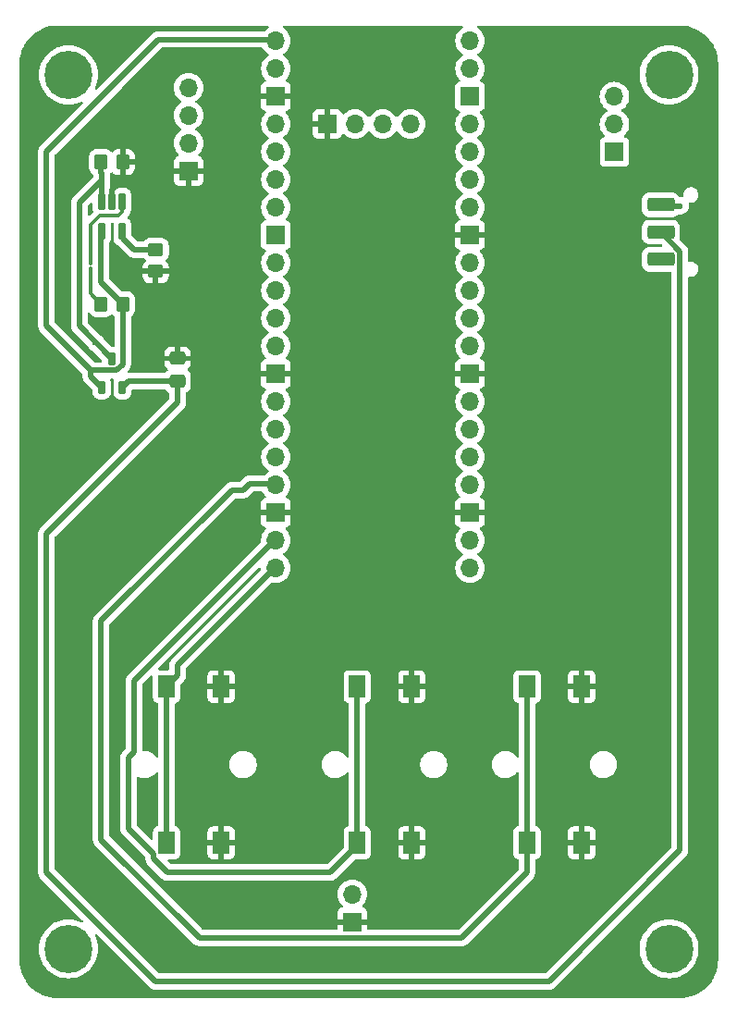
<source format=gbr>
%TF.GenerationSoftware,KiCad,Pcbnew,8.0.5*%
%TF.CreationDate,2024-10-31T02:19:14+01:00*%
%TF.ProjectId,trinket,7472696e-6b65-4742-9e6b-696361645f70,rev?*%
%TF.SameCoordinates,Original*%
%TF.FileFunction,Copper,L1,Top*%
%TF.FilePolarity,Positive*%
%FSLAX46Y46*%
G04 Gerber Fmt 4.6, Leading zero omitted, Abs format (unit mm)*
G04 Created by KiCad (PCBNEW 8.0.5) date 2024-10-31 02:19:14*
%MOMM*%
%LPD*%
G01*
G04 APERTURE LIST*
G04 Aperture macros list*
%AMRoundRect*
0 Rectangle with rounded corners*
0 $1 Rounding radius*
0 $2 $3 $4 $5 $6 $7 $8 $9 X,Y pos of 4 corners*
0 Add a 4 corners polygon primitive as box body*
4,1,4,$2,$3,$4,$5,$6,$7,$8,$9,$2,$3,0*
0 Add four circle primitives for the rounded corners*
1,1,$1+$1,$2,$3*
1,1,$1+$1,$4,$5*
1,1,$1+$1,$6,$7*
1,1,$1+$1,$8,$9*
0 Add four rect primitives between the rounded corners*
20,1,$1+$1,$2,$3,$4,$5,0*
20,1,$1+$1,$4,$5,$6,$7,0*
20,1,$1+$1,$6,$7,$8,$9,0*
20,1,$1+$1,$8,$9,$2,$3,0*%
G04 Aperture macros list end*
%TA.AperFunction,ComponentPad*%
%ADD10R,1.700000X1.700000*%
%TD*%
%TA.AperFunction,ComponentPad*%
%ADD11O,1.700000X1.700000*%
%TD*%
%TA.AperFunction,SMDPad,CuDef*%
%ADD12RoundRect,0.250000X1.000000X-0.375000X1.000000X0.375000X-1.000000X0.375000X-1.000000X-0.375000X0*%
%TD*%
%TA.AperFunction,SMDPad,CuDef*%
%ADD13R,1.500000X2.000000*%
%TD*%
%TA.AperFunction,SMDPad,CuDef*%
%ADD14RoundRect,0.250000X0.475000X-0.337500X0.475000X0.337500X-0.475000X0.337500X-0.475000X-0.337500X0*%
%TD*%
%TA.AperFunction,SMDPad,CuDef*%
%ADD15RoundRect,0.250000X-0.450000X0.350000X-0.450000X-0.350000X0.450000X-0.350000X0.450000X0.350000X0*%
%TD*%
%TA.AperFunction,ComponentPad*%
%ADD16C,4.400000*%
%TD*%
%TA.AperFunction,SMDPad,CuDef*%
%ADD17RoundRect,0.250000X-0.350000X-0.450000X0.350000X-0.450000X0.350000X0.450000X-0.350000X0.450000X0*%
%TD*%
%TA.AperFunction,SMDPad,CuDef*%
%ADD18RoundRect,0.100000X-0.100000X0.217500X-0.100000X-0.217500X0.100000X-0.217500X0.100000X0.217500X0*%
%TD*%
%TA.AperFunction,SMDPad,CuDef*%
%ADD19RoundRect,0.250000X0.350000X0.450000X-0.350000X0.450000X-0.350000X-0.450000X0.350000X-0.450000X0*%
%TD*%
%TA.AperFunction,SMDPad,CuDef*%
%ADD20RoundRect,0.162500X0.162500X-0.447500X0.162500X0.447500X-0.162500X0.447500X-0.162500X-0.447500X0*%
%TD*%
%TA.AperFunction,SMDPad,CuDef*%
%ADD21RoundRect,0.162500X-0.162500X0.617500X-0.162500X-0.617500X0.162500X-0.617500X0.162500X0.617500X0*%
%TD*%
%TA.AperFunction,ViaPad*%
%ADD22C,0.600000*%
%TD*%
%TA.AperFunction,Conductor*%
%ADD23C,0.500000*%
%TD*%
%TA.AperFunction,Conductor*%
%ADD24C,0.300000*%
%TD*%
G04 APERTURE END LIST*
D10*
%TO.P,J1,1,Pin_1*%
%TO.N,GND*%
X108700000Y-59500000D03*
D11*
%TO.P,J1,2,Pin_2*%
%TO.N,+3V3*%
X111240000Y-59500000D03*
%TO.P,J1,3,Pin_3*%
%TO.N,OLED_SCL*%
X113780000Y-59500000D03*
%TO.P,J1,4,Pin_4*%
%TO.N,OLED_SDA*%
X116320000Y-59500000D03*
%TD*%
D12*
%TO.P,SW1,1,A*%
%TO.N,unconnected-(SW1-A-Pad1)*%
X139250000Y-71900000D03*
%TO.P,SW1,2,B*%
%TO.N,Net-(SW1-B)*%
X139250000Y-69400000D03*
%TO.P,SW1,3,C*%
%TO.N,VSYS*%
X139250000Y-66900000D03*
%TD*%
D10*
%TO.P,J8,1,GND*%
%TO.N,Net-(J8-GND)*%
X135000000Y-62080000D03*
D11*
%TO.P,J8,2,RX*%
%TO.N,Net-(J8-RX)*%
X135000000Y-59540000D03*
%TO.P,J8,3,TX*%
%TO.N,Net-(J8-TX)*%
X135000000Y-57000000D03*
%TD*%
D13*
%TO.P,SW4,1,1*%
%TO.N,BTRIGHT*%
X127000000Y-125300000D03*
X127000000Y-111000000D03*
%TO.P,SW4,2,2*%
%TO.N,GND*%
X132000000Y-125300000D03*
X132000000Y-111000000D03*
%TD*%
D14*
%TO.P,C2,1*%
%TO.N,Net-(SW1-B)*%
X95000000Y-83037500D03*
%TO.P,C2,2*%
%TO.N,GND*%
X95000000Y-80962500D03*
%TD*%
D13*
%TO.P,SW2,1,1*%
%TO.N,BTLEFT*%
X94000000Y-125300000D03*
X94000000Y-111000000D03*
%TO.P,SW2,2,2*%
%TO.N,GND*%
X99000000Y-125300000D03*
X99000000Y-111000000D03*
%TD*%
D10*
%TO.P,J9,1,B-*%
%TO.N,GND*%
X111000000Y-132540000D03*
D11*
%TO.P,J9,2,B+*%
%TO.N,VBAT+*%
X111000000Y-130000000D03*
%TD*%
D15*
%TO.P,R1,1*%
%TO.N,Net-(U2-PROG)*%
X93000000Y-71000000D03*
%TO.P,R1,2*%
%TO.N,GND*%
X93000000Y-73000000D03*
%TD*%
D16*
%TO.P,J3,1,Pin_1*%
%TO.N,unconnected-(J3-Pin_1-Pad1)*%
X85000000Y-55000000D03*
%TD*%
D17*
%TO.P,C3,1*%
%TO.N,VBAT+*%
X88000000Y-63000000D03*
%TO.P,C3,2*%
%TO.N,GND*%
X90000000Y-63000000D03*
%TD*%
D16*
%TO.P,J4,1,Pin_1*%
%TO.N,unconnected-(J4-Pin_1-Pad1)*%
X140000000Y-55000000D03*
%TD*%
%TO.P,J6,1,Pin_1*%
%TO.N,unconnected-(J6-Pin_1-Pad1)*%
X140000000Y-135000000D03*
%TD*%
D18*
%TO.P,D1,1,K*%
%TO.N,Net-(D1-K)*%
X87000000Y-72092500D03*
%TO.P,D1,2,A*%
%TO.N,Net-(D1-A)*%
X87000000Y-72907500D03*
%TD*%
D16*
%TO.P,J5,1,Pin_1*%
%TO.N,unconnected-(J5-Pin_1-Pad1)*%
X85000000Y-135000000D03*
%TD*%
D19*
%TO.P,R2,1*%
%TO.N,VUSB*%
X90000000Y-76000000D03*
%TO.P,R2,2*%
%TO.N,Net-(D1-A)*%
X88000000Y-76000000D03*
%TD*%
D20*
%TO.P,Q1,1*%
%TO.N,VUSB*%
X88050000Y-83620000D03*
%TO.P,Q1,2*%
%TO.N,Net-(SW1-B)*%
X89950000Y-83620000D03*
%TO.P,Q1,3*%
%TO.N,VBAT+*%
X89000000Y-81000000D03*
%TD*%
D21*
%TO.P,U2,1,STAT*%
%TO.N,Net-(D1-K)*%
X89950000Y-66650000D03*
%TO.P,U2,2,VSS*%
%TO.N,GND*%
X89000000Y-66650000D03*
%TO.P,U2,3,VBAT*%
%TO.N,VBAT+*%
X88050000Y-66650000D03*
%TO.P,U2,4,VDD*%
%TO.N,VUSB*%
X88050000Y-69350000D03*
%TO.P,U2,5,PROG*%
%TO.N,Net-(U2-PROG)*%
X89950000Y-69350000D03*
%TD*%
D10*
%TO.P,J2,1,Pin_1*%
%TO.N,GND*%
X96000000Y-63800000D03*
D11*
%TO.P,J2,2,Pin_2*%
%TO.N,+3V3*%
X96000000Y-61260000D03*
%TO.P,J2,3,Pin_3*%
%TO.N,OLED_SCL*%
X96000000Y-58720000D03*
%TO.P,J2,4,Pin_4*%
%TO.N,OLED_SDA*%
X96000000Y-56180000D03*
%TD*%
D13*
%TO.P,SW3,1,1*%
%TO.N,BTCENTER*%
X111450000Y-125300000D03*
X111450000Y-111000000D03*
%TO.P,SW3,2,2*%
%TO.N,GND*%
X116450000Y-125300000D03*
X116450000Y-111000000D03*
%TD*%
D11*
%TO.P,U1,1,GPIO0*%
%TO.N,Net-(J8-TX)*%
X121780000Y-51900000D03*
%TO.P,U1,2,GPIO1*%
%TO.N,Net-(J8-RX)*%
X121780000Y-54440000D03*
D10*
%TO.P,U1,3,GND*%
%TO.N,Net-(J8-GND)*%
X121780000Y-56980000D03*
D11*
%TO.P,U1,4,GPIO2*%
%TO.N,OLED_SDA*%
X121780000Y-59520000D03*
%TO.P,U1,5,GPIO3*%
%TO.N,OLED_SCL*%
X121780000Y-62060000D03*
%TO.P,U1,6,GPIO4*%
%TO.N,unconnected-(U1-GPIO4-Pad6)*%
X121780000Y-64600000D03*
%TO.P,U1,7,GPIO5*%
%TO.N,unconnected-(U1-GPIO5-Pad7)*%
X121780000Y-67140000D03*
D10*
%TO.P,U1,8,GND*%
%TO.N,GND*%
X121780000Y-69680000D03*
D11*
%TO.P,U1,9,GPIO6*%
%TO.N,unconnected-(U1-GPIO6-Pad9)*%
X121780000Y-72220000D03*
%TO.P,U1,10,GPIO7*%
%TO.N,unconnected-(U1-GPIO7-Pad10)*%
X121780000Y-74760000D03*
%TO.P,U1,11,GPIO8*%
%TO.N,unconnected-(U1-GPIO8-Pad11)*%
X121780000Y-77300000D03*
%TO.P,U1,12,GPIO9*%
%TO.N,unconnected-(U1-GPIO9-Pad12)*%
X121780000Y-79840000D03*
D10*
%TO.P,U1,13,GND*%
%TO.N,GND*%
X121780000Y-82380000D03*
D11*
%TO.P,U1,14,GPIO10*%
%TO.N,unconnected-(U1-GPIO10-Pad14)*%
X121780000Y-84920000D03*
%TO.P,U1,15,GPIO11*%
%TO.N,unconnected-(U1-GPIO11-Pad15)*%
X121780000Y-87460000D03*
%TO.P,U1,16,GPIO12*%
%TO.N,unconnected-(U1-GPIO12-Pad16)*%
X121780000Y-90000000D03*
%TO.P,U1,17,GPIO13*%
%TO.N,unconnected-(U1-GPIO13-Pad17)*%
X121780000Y-92540000D03*
D10*
%TO.P,U1,18,GND*%
%TO.N,GND*%
X121780000Y-95080000D03*
D11*
%TO.P,U1,19,GPIO14*%
%TO.N,unconnected-(U1-GPIO14-Pad19)*%
X121780000Y-97620000D03*
%TO.P,U1,20,GPIO15*%
%TO.N,unconnected-(U1-GPIO15-Pad20)*%
X121780000Y-100160000D03*
%TO.P,U1,21,GPIO16*%
%TO.N,BTLEFT*%
X104000000Y-100160000D03*
%TO.P,U1,22,GPIO17*%
%TO.N,BTCENTER*%
X104000000Y-97620000D03*
D10*
%TO.P,U1,23,GND*%
%TO.N,GND*%
X104000000Y-95080000D03*
D11*
%TO.P,U1,24,GPIO18*%
%TO.N,BTRIGHT*%
X104000000Y-92540000D03*
%TO.P,U1,25,GPIO19*%
%TO.N,unconnected-(U1-GPIO19-Pad25)*%
X104000000Y-90000000D03*
%TO.P,U1,26,GPIO20*%
%TO.N,unconnected-(U1-GPIO20-Pad26)*%
X104000000Y-87460000D03*
%TO.P,U1,27,GPIO21*%
%TO.N,unconnected-(U1-GPIO21-Pad27)*%
X104000000Y-84920000D03*
D10*
%TO.P,U1,28,GND*%
%TO.N,GND*%
X104000000Y-82380000D03*
D11*
%TO.P,U1,29,GPIO22*%
%TO.N,unconnected-(U1-GPIO22-Pad29)*%
X104000000Y-79840000D03*
%TO.P,U1,30,RUN*%
%TO.N,unconnected-(U1-RUN-Pad30)*%
X104000000Y-77300000D03*
%TO.P,U1,31,GPIO26_ADC0*%
%TO.N,unconnected-(U1-GPIO26_ADC0-Pad31)*%
X104000000Y-74760000D03*
%TO.P,U1,32,GPIO27_ADC1*%
%TO.N,unconnected-(U1-GPIO27_ADC1-Pad32)*%
X104000000Y-72220000D03*
D10*
%TO.P,U1,33,AGND*%
%TO.N,unconnected-(U1-AGND-Pad33)*%
X104000000Y-69680000D03*
D11*
%TO.P,U1,34,GPIO28_ADC2*%
%TO.N,unconnected-(U1-GPIO28_ADC2-Pad34)*%
X104000000Y-67140000D03*
%TO.P,U1,35,ADC_VREF*%
%TO.N,unconnected-(U1-ADC_VREF-Pad35)*%
X104000000Y-64600000D03*
%TO.P,U1,36,3V3*%
%TO.N,+3V3*%
X104000000Y-62060000D03*
%TO.P,U1,37,3V3_EN*%
%TO.N,unconnected-(U1-3V3_EN-Pad37)*%
X104000000Y-59520000D03*
D10*
%TO.P,U1,38,GND*%
%TO.N,GND*%
X104000000Y-56980000D03*
D11*
%TO.P,U1,39,VSYS*%
%TO.N,VSYS*%
X104000000Y-54440000D03*
%TO.P,U1,40,VBUS*%
%TO.N,VUSB*%
X104000000Y-51900000D03*
%TD*%
D22*
%TO.N,VBAT+*%
X87500000Y-79500000D03*
%TO.N,VSYS*%
X141000000Y-67000000D03*
%TD*%
D23*
%TO.N,VBAT+*%
X88050000Y-64000000D02*
X88000000Y-63950000D01*
X88050000Y-66650000D02*
X88050000Y-64000000D01*
X88000000Y-63950000D02*
X88000000Y-63000000D01*
X89000000Y-81000000D02*
X86000000Y-78000000D01*
X86000000Y-78000000D02*
X86000000Y-66700000D01*
X88050000Y-64650000D02*
X88050000Y-64000000D01*
X86000000Y-66700000D02*
X88050000Y-64650000D01*
%TO.N,VUSB*%
X89420708Y-82060000D02*
X90000000Y-81480708D01*
X83000000Y-78000000D02*
X87060000Y-82060000D01*
X87060000Y-82630000D02*
X88050000Y-83620000D01*
X104000000Y-51760000D02*
X93240000Y-51760000D01*
X90000000Y-76000000D02*
X88000000Y-74000000D01*
X90000000Y-81480708D02*
X90000000Y-76000000D01*
X93240000Y-51760000D02*
X83000000Y-62000000D01*
X87060000Y-82060000D02*
X87060000Y-82630000D01*
X88000000Y-74000000D02*
X88000000Y-69400000D01*
X87060000Y-82060000D02*
X89420708Y-82060000D01*
X88000000Y-69400000D02*
X88050000Y-69350000D01*
X83000000Y-62000000D02*
X83000000Y-78000000D01*
%TO.N,Net-(U2-PROG)*%
X90000000Y-69400000D02*
X90000000Y-70000000D01*
X91000000Y-71000000D02*
X93000000Y-71000000D01*
X89950000Y-69350000D02*
X90000000Y-69400000D01*
X90000000Y-70000000D02*
X91000000Y-71000000D01*
%TO.N,VSYS*%
X139350000Y-67000000D02*
X139250000Y-66900000D01*
X141000000Y-67000000D02*
X139350000Y-67000000D01*
%TO.N,Net-(SW1-B)*%
X95000000Y-83037500D02*
X95000000Y-85000000D01*
X129000000Y-138000000D02*
X141000000Y-126000000D01*
X89950000Y-83620000D02*
X90532500Y-83037500D01*
X90532500Y-83037500D02*
X95000000Y-83037500D01*
X93000000Y-138000000D02*
X129000000Y-138000000D01*
X95000000Y-85000000D02*
X83000000Y-97000000D01*
X83000000Y-128000000D02*
X93000000Y-138000000D01*
X141000000Y-71150000D02*
X139250000Y-69400000D01*
X141000000Y-126000000D02*
X141000000Y-71150000D01*
X83000000Y-97000000D02*
X83000000Y-128000000D01*
%TO.N,BTLEFT*%
X95000000Y-110000000D02*
X95000000Y-109020000D01*
X95000000Y-109020000D02*
X104000000Y-100020000D01*
X94000000Y-111000000D02*
X94000000Y-125300000D01*
X94000000Y-111000000D02*
X95000000Y-110000000D01*
%TO.N,BTCENTER*%
X104480000Y-97480000D02*
X104000000Y-97480000D01*
X111450000Y-125550000D02*
X109000000Y-128000000D01*
X91000000Y-117028680D02*
X91000000Y-110480000D01*
X91000000Y-110480000D02*
X104000000Y-97480000D01*
X109000000Y-128000000D02*
X94050000Y-128000000D01*
X111450000Y-111000000D02*
X111450000Y-125300000D01*
X94050000Y-128000000D02*
X92800000Y-126750000D01*
X111450000Y-125300000D02*
X111450000Y-125550000D01*
X90500000Y-124000000D02*
X90500000Y-117528680D01*
X92800000Y-126300000D02*
X90500000Y-124000000D01*
X92800000Y-126750000D02*
X92800000Y-126300000D01*
X90500000Y-117528680D02*
X91000000Y-117028680D01*
%TO.N,BTRIGHT*%
X100000000Y-93000000D02*
X101000000Y-93000000D01*
X121000000Y-134000000D02*
X97000000Y-134000000D01*
X101600000Y-92400000D02*
X104000000Y-92400000D01*
X127000000Y-128000000D02*
X121000000Y-134000000D01*
X101000000Y-93000000D02*
X101600000Y-92400000D01*
X127000000Y-125300000D02*
X127000000Y-128000000D01*
X88000000Y-105000000D02*
X100000000Y-93000000D01*
X88000000Y-125000000D02*
X88000000Y-105000000D01*
X127000000Y-111000000D02*
X127000000Y-125300000D01*
X97000000Y-134000000D02*
X88000000Y-125000000D01*
%TO.N,GND*%
X89000000Y-65500000D02*
X90000000Y-64500000D01*
X90000000Y-64500000D02*
X90000000Y-63000000D01*
X89000000Y-66650000D02*
X89000000Y-65500000D01*
D24*
%TO.N,Net-(D1-A)*%
X87000000Y-75000000D02*
X87000000Y-72907500D01*
X88000000Y-76000000D02*
X87000000Y-75000000D01*
%TO.N,Net-(D1-K)*%
X87000000Y-72092500D02*
X87000000Y-68749292D01*
X87000000Y-68749292D02*
X87869292Y-67880000D01*
X89620000Y-67880000D02*
X89950000Y-67550000D01*
X87869292Y-67880000D02*
X89620000Y-67880000D01*
X89950000Y-67550000D02*
X89950000Y-66650000D01*
%TD*%
%TA.AperFunction,Conductor*%
%TO.N,GND*%
G36*
X103317929Y-50520185D02*
G01*
X103363684Y-50572989D01*
X103373628Y-50642147D01*
X103344603Y-50705703D01*
X103322013Y-50726075D01*
X103128600Y-50861503D01*
X103078990Y-50911114D01*
X103016921Y-50973182D01*
X102955601Y-51006666D01*
X102929242Y-51009500D01*
X93166080Y-51009500D01*
X93021092Y-51038340D01*
X93021086Y-51038342D01*
X92884508Y-51094914D01*
X92884496Y-51094921D01*
X92835269Y-51127813D01*
X92761588Y-51177044D01*
X92761580Y-51177050D01*
X87640103Y-56298527D01*
X87578780Y-56332012D01*
X87509088Y-56327028D01*
X87453155Y-56285156D01*
X87428738Y-56219692D01*
X87439345Y-56159958D01*
X87529627Y-55959361D01*
X87626821Y-55647453D01*
X87685710Y-55326104D01*
X87705436Y-55000000D01*
X87685710Y-54673896D01*
X87626821Y-54352547D01*
X87529627Y-54040639D01*
X87395545Y-53742721D01*
X87226530Y-53463137D01*
X87226528Y-53463134D01*
X87226526Y-53463131D01*
X87025045Y-53205960D01*
X86794039Y-52974954D01*
X86536868Y-52773473D01*
X86529306Y-52768901D01*
X86257279Y-52604455D01*
X85959361Y-52470373D01*
X85959354Y-52470370D01*
X85959342Y-52470366D01*
X85647452Y-52373178D01*
X85326099Y-52314289D01*
X85000000Y-52294564D01*
X84673900Y-52314289D01*
X84352547Y-52373178D01*
X84040657Y-52470366D01*
X84040641Y-52470372D01*
X84040639Y-52470373D01*
X83945184Y-52513334D01*
X83742725Y-52604453D01*
X83742723Y-52604454D01*
X83463131Y-52773473D01*
X83205960Y-52974954D01*
X82974954Y-53205960D01*
X82773473Y-53463131D01*
X82604454Y-53742723D01*
X82604453Y-53742725D01*
X82470372Y-54040642D01*
X82470366Y-54040657D01*
X82373178Y-54352547D01*
X82314289Y-54673900D01*
X82294564Y-55000000D01*
X82314289Y-55326099D01*
X82373178Y-55647452D01*
X82470366Y-55959342D01*
X82470370Y-55959354D01*
X82470373Y-55959361D01*
X82604455Y-56257279D01*
X82643683Y-56322169D01*
X82773473Y-56536868D01*
X82974954Y-56794039D01*
X83205960Y-57025045D01*
X83463131Y-57226526D01*
X83463134Y-57226528D01*
X83463137Y-57226530D01*
X83742721Y-57395545D01*
X84040639Y-57529627D01*
X84040652Y-57529631D01*
X84040657Y-57529633D01*
X84352547Y-57626821D01*
X84673896Y-57685710D01*
X85000000Y-57705436D01*
X85326104Y-57685710D01*
X85647453Y-57626821D01*
X85959361Y-57529627D01*
X86159958Y-57439345D01*
X86229167Y-57429783D01*
X86292562Y-57459156D01*
X86330013Y-57518141D01*
X86329629Y-57588010D01*
X86298527Y-57640103D01*
X82417049Y-61521581D01*
X82377114Y-61581348D01*
X82377115Y-61581349D01*
X82334914Y-61644508D01*
X82278343Y-61781082D01*
X82278340Y-61781092D01*
X82249500Y-61926079D01*
X82249500Y-61926082D01*
X82249500Y-78073918D01*
X82249500Y-78073920D01*
X82249499Y-78073920D01*
X82278340Y-78218907D01*
X82278343Y-78218917D01*
X82334914Y-78355492D01*
X82367812Y-78404727D01*
X82367813Y-78404730D01*
X82417046Y-78478414D01*
X82417052Y-78478421D01*
X86273181Y-82334549D01*
X86306666Y-82395872D01*
X86309500Y-82422230D01*
X86309500Y-82703918D01*
X86309500Y-82703920D01*
X86309499Y-82703920D01*
X86338340Y-82848907D01*
X86338343Y-82848917D01*
X86394914Y-82985492D01*
X86427812Y-83034727D01*
X86427813Y-83034730D01*
X86477046Y-83108414D01*
X86477052Y-83108421D01*
X87188181Y-83819549D01*
X87221666Y-83880872D01*
X87224500Y-83907229D01*
X87224500Y-84121098D01*
X87230568Y-84187882D01*
X87230571Y-84187893D01*
X87278467Y-84341598D01*
X87278468Y-84341600D01*
X87278469Y-84341602D01*
X87361764Y-84479388D01*
X87361766Y-84479391D01*
X87475608Y-84593233D01*
X87475610Y-84593234D01*
X87475612Y-84593236D01*
X87613398Y-84676531D01*
X87767113Y-84724430D01*
X87833909Y-84730500D01*
X88266090Y-84730499D01*
X88266098Y-84730499D01*
X88332882Y-84724431D01*
X88332885Y-84724430D01*
X88332887Y-84724430D01*
X88486602Y-84676531D01*
X88624388Y-84593236D01*
X88738236Y-84479388D01*
X88821531Y-84341602D01*
X88869430Y-84187887D01*
X88875500Y-84121091D01*
X88875499Y-83118910D01*
X88875499Y-83118909D01*
X88875499Y-83118901D01*
X88869431Y-83052117D01*
X88869428Y-83052106D01*
X88844277Y-82971390D01*
X88843126Y-82901530D01*
X88879927Y-82842137D01*
X88942995Y-82812070D01*
X88962662Y-82810500D01*
X89037339Y-82810500D01*
X89104378Y-82830185D01*
X89150133Y-82882989D01*
X89160077Y-82952147D01*
X89155724Y-82971390D01*
X89130570Y-83052111D01*
X89124500Y-83118911D01*
X89124500Y-84121098D01*
X89130568Y-84187882D01*
X89130571Y-84187893D01*
X89178467Y-84341598D01*
X89178468Y-84341600D01*
X89178469Y-84341602D01*
X89261764Y-84479388D01*
X89261766Y-84479391D01*
X89375608Y-84593233D01*
X89375610Y-84593234D01*
X89375612Y-84593236D01*
X89513398Y-84676531D01*
X89667113Y-84724430D01*
X89733909Y-84730500D01*
X90166090Y-84730499D01*
X90166098Y-84730499D01*
X90232882Y-84724431D01*
X90232885Y-84724430D01*
X90232887Y-84724430D01*
X90386602Y-84676531D01*
X90524388Y-84593236D01*
X90638236Y-84479388D01*
X90721531Y-84341602D01*
X90769430Y-84187887D01*
X90775500Y-84121091D01*
X90775499Y-83912000D01*
X90795183Y-83844961D01*
X90847987Y-83799206D01*
X90899499Y-83788000D01*
X93828752Y-83788000D01*
X93895791Y-83807685D01*
X93926531Y-83838997D01*
X93927807Y-83837989D01*
X93932288Y-83843656D01*
X94056344Y-83967712D01*
X94190597Y-84050519D01*
X94237321Y-84102465D01*
X94249500Y-84156057D01*
X94249500Y-84637769D01*
X94229815Y-84704808D01*
X94213181Y-84725450D01*
X82417052Y-96521578D01*
X82417046Y-96521585D01*
X82377010Y-96581504D01*
X82377011Y-96581505D01*
X82334913Y-96644508D01*
X82278343Y-96781082D01*
X82278340Y-96781092D01*
X82249500Y-96926079D01*
X82249500Y-96926082D01*
X82249500Y-128073918D01*
X82249500Y-128073920D01*
X82249499Y-128073920D01*
X82278340Y-128218907D01*
X82278343Y-128218917D01*
X82334914Y-128355492D01*
X82367812Y-128404727D01*
X82367813Y-128404730D01*
X82417046Y-128478414D01*
X82417052Y-128478421D01*
X86298529Y-132359897D01*
X86332014Y-132421220D01*
X86327030Y-132490912D01*
X86285158Y-132546845D01*
X86219694Y-132571262D01*
X86159957Y-132560654D01*
X85959361Y-132470373D01*
X85959354Y-132470370D01*
X85959342Y-132470366D01*
X85647452Y-132373178D01*
X85326099Y-132314289D01*
X85000000Y-132294564D01*
X84673900Y-132314289D01*
X84352547Y-132373178D01*
X84040657Y-132470366D01*
X84040641Y-132470372D01*
X84040639Y-132470373D01*
X83870725Y-132546845D01*
X83742725Y-132604453D01*
X83742723Y-132604454D01*
X83463131Y-132773473D01*
X83205960Y-132974954D01*
X82974954Y-133205960D01*
X82773473Y-133463131D01*
X82604454Y-133742723D01*
X82604453Y-133742725D01*
X82470372Y-134040642D01*
X82470366Y-134040657D01*
X82373178Y-134352547D01*
X82314289Y-134673900D01*
X82294564Y-135000000D01*
X82314289Y-135326099D01*
X82373178Y-135647452D01*
X82470366Y-135959342D01*
X82470370Y-135959354D01*
X82470373Y-135959361D01*
X82604455Y-136257279D01*
X82659925Y-136349037D01*
X82773473Y-136536868D01*
X82974954Y-136794039D01*
X83205960Y-137025045D01*
X83463131Y-137226526D01*
X83463134Y-137226528D01*
X83463137Y-137226530D01*
X83742721Y-137395545D01*
X84040639Y-137529627D01*
X84040652Y-137529631D01*
X84040657Y-137529633D01*
X84352547Y-137626821D01*
X84673896Y-137685710D01*
X85000000Y-137705436D01*
X85326104Y-137685710D01*
X85647453Y-137626821D01*
X85959361Y-137529627D01*
X86257279Y-137395545D01*
X86536863Y-137226530D01*
X86794036Y-137025048D01*
X87025048Y-136794036D01*
X87226530Y-136536863D01*
X87395545Y-136257279D01*
X87529627Y-135959361D01*
X87626821Y-135647453D01*
X87685710Y-135326104D01*
X87705436Y-135000000D01*
X87685710Y-134673896D01*
X87626821Y-134352547D01*
X87529627Y-134040639D01*
X87439344Y-133840039D01*
X87429782Y-133770830D01*
X87459156Y-133707435D01*
X87518140Y-133669984D01*
X87588009Y-133670368D01*
X87640102Y-133701470D01*
X92417049Y-138478416D01*
X92521584Y-138582951D01*
X92521587Y-138582953D01*
X92521588Y-138582954D01*
X92644503Y-138665083D01*
X92644506Y-138665085D01*
X92701079Y-138688518D01*
X92701080Y-138688518D01*
X92781088Y-138721659D01*
X92885065Y-138742341D01*
X92905573Y-138746420D01*
X92926081Y-138750500D01*
X92926082Y-138750500D01*
X129073920Y-138750500D01*
X129171462Y-138731096D01*
X129218913Y-138721658D01*
X129355495Y-138665084D01*
X129404729Y-138632186D01*
X129478416Y-138582952D01*
X133061368Y-135000000D01*
X137294564Y-135000000D01*
X137314289Y-135326099D01*
X137373178Y-135647452D01*
X137470366Y-135959342D01*
X137470370Y-135959354D01*
X137470373Y-135959361D01*
X137604455Y-136257279D01*
X137659925Y-136349037D01*
X137773473Y-136536868D01*
X137974954Y-136794039D01*
X138205960Y-137025045D01*
X138463131Y-137226526D01*
X138463134Y-137226528D01*
X138463137Y-137226530D01*
X138742721Y-137395545D01*
X139040639Y-137529627D01*
X139040652Y-137529631D01*
X139040657Y-137529633D01*
X139352547Y-137626821D01*
X139673896Y-137685710D01*
X140000000Y-137705436D01*
X140326104Y-137685710D01*
X140647453Y-137626821D01*
X140959361Y-137529627D01*
X141257279Y-137395545D01*
X141536863Y-137226530D01*
X141794036Y-137025048D01*
X142025048Y-136794036D01*
X142226530Y-136536863D01*
X142395545Y-136257279D01*
X142529627Y-135959361D01*
X142626821Y-135647453D01*
X142685710Y-135326104D01*
X142705436Y-135000000D01*
X142685710Y-134673896D01*
X142626821Y-134352547D01*
X142529627Y-134040639D01*
X142395545Y-133742721D01*
X142226530Y-133463137D01*
X142226528Y-133463134D01*
X142226526Y-133463131D01*
X142025045Y-133205960D01*
X141794039Y-132974954D01*
X141536868Y-132773473D01*
X141469906Y-132732993D01*
X141257279Y-132604455D01*
X140959361Y-132470373D01*
X140959354Y-132470370D01*
X140959342Y-132470366D01*
X140647452Y-132373178D01*
X140326099Y-132314289D01*
X140000000Y-132294564D01*
X139673900Y-132314289D01*
X139352547Y-132373178D01*
X139040657Y-132470366D01*
X139040641Y-132470372D01*
X139040639Y-132470373D01*
X138870725Y-132546845D01*
X138742725Y-132604453D01*
X138742723Y-132604454D01*
X138463131Y-132773473D01*
X138205960Y-132974954D01*
X137974954Y-133205960D01*
X137773473Y-133463131D01*
X137604454Y-133742723D01*
X137604453Y-133742725D01*
X137470372Y-134040642D01*
X137470366Y-134040657D01*
X137373178Y-134352547D01*
X137314289Y-134673900D01*
X137294564Y-135000000D01*
X133061368Y-135000000D01*
X141582952Y-126478416D01*
X141630417Y-126407379D01*
X141639019Y-126394505D01*
X141645534Y-126384753D01*
X141665084Y-126355495D01*
X141688518Y-126298920D01*
X141721659Y-126218912D01*
X141750500Y-126073917D01*
X141750500Y-125926082D01*
X141750500Y-73615689D01*
X141770185Y-73548650D01*
X141822989Y-73502895D01*
X141892147Y-73492951D01*
X141898682Y-73494070D01*
X141918103Y-73497933D01*
X141931006Y-73500500D01*
X141931007Y-73500500D01*
X142068995Y-73500500D01*
X142160041Y-73482389D01*
X142204328Y-73473580D01*
X142331811Y-73420775D01*
X142446542Y-73344114D01*
X142544114Y-73246542D01*
X142620775Y-73131811D01*
X142673580Y-73004328D01*
X142700500Y-72868993D01*
X142700500Y-72731007D01*
X142700500Y-72731004D01*
X142673581Y-72595677D01*
X142673580Y-72595676D01*
X142673580Y-72595672D01*
X142632834Y-72497302D01*
X142620778Y-72468195D01*
X142620771Y-72468182D01*
X142544114Y-72353458D01*
X142544111Y-72353454D01*
X142446545Y-72255888D01*
X142446541Y-72255885D01*
X142331817Y-72179228D01*
X142331804Y-72179221D01*
X142204332Y-72126421D01*
X142204322Y-72126418D01*
X142068995Y-72099500D01*
X142068993Y-72099500D01*
X141931007Y-72099500D01*
X141898690Y-72105928D01*
X141829099Y-72099699D01*
X141773922Y-72056836D01*
X141750678Y-71990946D01*
X141750500Y-71984310D01*
X141750500Y-71076079D01*
X141724644Y-70946097D01*
X141721659Y-70931088D01*
X141667410Y-70800123D01*
X141665766Y-70795526D01*
X141658733Y-70785001D01*
X141632186Y-70745270D01*
X141597819Y-70693834D01*
X141582956Y-70671589D01*
X141582952Y-70671584D01*
X141006540Y-70095172D01*
X140973055Y-70033849D01*
X140976514Y-69968488D01*
X140989999Y-69927797D01*
X141000500Y-69825009D01*
X141000499Y-68974992D01*
X140989999Y-68872203D01*
X140934814Y-68705666D01*
X140842712Y-68556344D01*
X140718656Y-68432288D01*
X140569334Y-68340186D01*
X140402797Y-68285001D01*
X140402795Y-68285000D01*
X140300010Y-68274500D01*
X138199998Y-68274500D01*
X138199981Y-68274501D01*
X138097203Y-68285000D01*
X138097200Y-68285001D01*
X137930668Y-68340185D01*
X137930663Y-68340187D01*
X137781342Y-68432289D01*
X137657289Y-68556342D01*
X137565187Y-68705663D01*
X137565185Y-68705668D01*
X137539853Y-68782116D01*
X137510001Y-68872203D01*
X137510001Y-68872204D01*
X137510000Y-68872204D01*
X137499500Y-68974983D01*
X137499500Y-69825001D01*
X137499501Y-69825019D01*
X137510000Y-69927796D01*
X137510001Y-69927799D01*
X137540918Y-70021098D01*
X137565186Y-70094334D01*
X137657288Y-70243656D01*
X137781344Y-70367712D01*
X137930666Y-70459814D01*
X138097203Y-70514999D01*
X138199991Y-70525500D01*
X139262769Y-70525499D01*
X139329808Y-70545183D01*
X139350450Y-70561818D01*
X139351451Y-70562819D01*
X139384936Y-70624142D01*
X139379952Y-70693834D01*
X139338080Y-70749767D01*
X139272616Y-70774184D01*
X139263770Y-70774500D01*
X138199998Y-70774500D01*
X138199981Y-70774501D01*
X138097203Y-70785000D01*
X138097200Y-70785001D01*
X137930668Y-70840185D01*
X137930663Y-70840187D01*
X137781342Y-70932289D01*
X137657289Y-71056342D01*
X137565187Y-71205663D01*
X137565185Y-71205668D01*
X137537349Y-71289670D01*
X137510001Y-71372203D01*
X137510001Y-71372204D01*
X137510000Y-71372204D01*
X137499500Y-71474983D01*
X137499500Y-72325001D01*
X137499501Y-72325019D01*
X137510000Y-72427796D01*
X137510001Y-72427799D01*
X137533035Y-72497309D01*
X137565186Y-72594334D01*
X137657288Y-72743656D01*
X137781344Y-72867712D01*
X137930666Y-72959814D01*
X138097203Y-73014999D01*
X138199991Y-73025500D01*
X140125500Y-73025499D01*
X140192539Y-73045184D01*
X140238294Y-73097987D01*
X140249500Y-73149499D01*
X140249500Y-125637770D01*
X140229815Y-125704809D01*
X140213181Y-125725451D01*
X128725451Y-137213181D01*
X128664128Y-137246666D01*
X128637770Y-137249500D01*
X93362229Y-137249500D01*
X93295190Y-137229815D01*
X93274548Y-137213181D01*
X83786819Y-127725451D01*
X83753334Y-127664128D01*
X83750500Y-127637770D01*
X83750500Y-97362230D01*
X83770185Y-97295191D01*
X83786819Y-97274549D01*
X95582950Y-85478418D01*
X95582952Y-85478416D01*
X95646263Y-85383663D01*
X95646269Y-85383655D01*
X95652592Y-85374189D01*
X95665084Y-85355495D01*
X95688518Y-85298920D01*
X95721659Y-85218912D01*
X95750500Y-85073917D01*
X95750500Y-84926082D01*
X95750500Y-84156057D01*
X95770185Y-84089018D01*
X95809401Y-84050520D01*
X95943656Y-83967712D01*
X96067712Y-83843656D01*
X96159814Y-83694334D01*
X96214999Y-83527797D01*
X96225500Y-83425009D01*
X96225499Y-82649992D01*
X96214999Y-82547203D01*
X96159814Y-82380666D01*
X96067712Y-82231344D01*
X95943656Y-82107288D01*
X95940342Y-82105243D01*
X95938546Y-82103248D01*
X95937989Y-82102807D01*
X95938064Y-82102711D01*
X95893618Y-82053297D01*
X95882397Y-81984334D01*
X95910240Y-81920252D01*
X95940348Y-81894165D01*
X95943342Y-81892318D01*
X96067315Y-81768345D01*
X96159356Y-81619124D01*
X96159358Y-81619119D01*
X96214505Y-81452697D01*
X96214506Y-81452690D01*
X96224999Y-81349986D01*
X96225000Y-81349973D01*
X96225000Y-81212500D01*
X93775001Y-81212500D01*
X93775001Y-81349986D01*
X93785494Y-81452697D01*
X93840641Y-81619119D01*
X93840643Y-81619124D01*
X93932684Y-81768345D01*
X94056655Y-81892316D01*
X94056659Y-81892319D01*
X94059656Y-81894168D01*
X94061279Y-81895972D01*
X94062323Y-81896798D01*
X94062181Y-81896976D01*
X94106381Y-81946116D01*
X94117602Y-82015079D01*
X94089759Y-82079161D01*
X94059661Y-82105241D01*
X94056349Y-82107283D01*
X94056343Y-82107288D01*
X93932288Y-82231343D01*
X93927807Y-82237011D01*
X93925984Y-82235569D01*
X93882335Y-82274825D01*
X93828752Y-82287000D01*
X90554438Y-82287000D01*
X90487399Y-82267315D01*
X90441644Y-82214511D01*
X90431700Y-82145353D01*
X90460725Y-82081797D01*
X90466757Y-82075319D01*
X90582947Y-81959128D01*
X90582950Y-81959125D01*
X90582952Y-81959123D01*
X90626355Y-81894165D01*
X90649592Y-81859389D01*
X90655796Y-81850101D01*
X90665084Y-81836203D01*
X90712530Y-81721659D01*
X90721659Y-81699620D01*
X90750500Y-81554625D01*
X90750500Y-81406790D01*
X90750500Y-80575013D01*
X93775000Y-80575013D01*
X93775000Y-80712500D01*
X94750000Y-80712500D01*
X95250000Y-80712500D01*
X96224999Y-80712500D01*
X96224999Y-80575028D01*
X96224998Y-80575013D01*
X96214505Y-80472302D01*
X96159358Y-80305880D01*
X96159356Y-80305875D01*
X96067315Y-80156654D01*
X95943345Y-80032684D01*
X95794124Y-79940643D01*
X95794119Y-79940641D01*
X95627697Y-79885494D01*
X95627690Y-79885493D01*
X95524986Y-79875000D01*
X95250000Y-79875000D01*
X95250000Y-80712500D01*
X94750000Y-80712500D01*
X94750000Y-79875000D01*
X94475029Y-79875000D01*
X94475012Y-79875001D01*
X94372302Y-79885494D01*
X94205880Y-79940641D01*
X94205875Y-79940643D01*
X94056654Y-80032684D01*
X93932684Y-80156654D01*
X93840643Y-80305875D01*
X93840641Y-80305880D01*
X93785494Y-80472302D01*
X93785493Y-80472309D01*
X93775000Y-80575013D01*
X90750500Y-80575013D01*
X90750500Y-77153957D01*
X90770185Y-77086918D01*
X90809407Y-77048416D01*
X90818656Y-77042712D01*
X90942712Y-76918656D01*
X91034814Y-76769334D01*
X91089999Y-76602797D01*
X91100500Y-76500009D01*
X91100499Y-75499992D01*
X91094149Y-75437834D01*
X91089999Y-75397203D01*
X91089998Y-75397200D01*
X91034814Y-75230666D01*
X90942712Y-75081344D01*
X90818656Y-74957288D01*
X90669334Y-74865186D01*
X90502797Y-74810001D01*
X90502795Y-74810000D01*
X90400016Y-74799500D01*
X90400009Y-74799500D01*
X89912230Y-74799500D01*
X89845191Y-74779815D01*
X89824549Y-74763181D01*
X88786819Y-73725451D01*
X88753334Y-73664128D01*
X88750500Y-73637770D01*
X88750500Y-73399986D01*
X91800001Y-73399986D01*
X91810494Y-73502697D01*
X91865641Y-73669119D01*
X91865643Y-73669124D01*
X91957684Y-73818345D01*
X92081654Y-73942315D01*
X92230875Y-74034356D01*
X92230880Y-74034358D01*
X92397302Y-74089505D01*
X92397309Y-74089506D01*
X92500019Y-74099999D01*
X92749999Y-74099999D01*
X93250000Y-74099999D01*
X93499972Y-74099999D01*
X93499986Y-74099998D01*
X93602697Y-74089505D01*
X93769119Y-74034358D01*
X93769124Y-74034356D01*
X93918345Y-73942315D01*
X94042315Y-73818345D01*
X94134356Y-73669124D01*
X94134358Y-73669119D01*
X94189505Y-73502697D01*
X94189506Y-73502690D01*
X94199999Y-73399986D01*
X94200000Y-73399973D01*
X94200000Y-73250000D01*
X93250000Y-73250000D01*
X93250000Y-74099999D01*
X92749999Y-74099999D01*
X92750000Y-74099998D01*
X92750000Y-73250000D01*
X91800001Y-73250000D01*
X91800001Y-73399986D01*
X88750500Y-73399986D01*
X88750500Y-70393667D01*
X88768384Y-70329516D01*
X88821531Y-70241602D01*
X88869430Y-70087887D01*
X88875500Y-70021091D01*
X88875499Y-68678910D01*
X88875498Y-68678901D01*
X88874301Y-68665723D01*
X88887837Y-68597177D01*
X88936283Y-68546831D01*
X88997792Y-68530500D01*
X89002208Y-68530500D01*
X89069247Y-68550185D01*
X89115002Y-68602989D01*
X89125698Y-68665721D01*
X89124500Y-68678909D01*
X89124500Y-68678910D01*
X89124500Y-68678915D01*
X89124500Y-70021098D01*
X89130568Y-70087882D01*
X89130571Y-70087893D01*
X89178467Y-70241598D01*
X89178468Y-70241600D01*
X89178469Y-70241602D01*
X89254706Y-70367712D01*
X89261766Y-70379391D01*
X89375608Y-70493233D01*
X89375610Y-70493234D01*
X89375612Y-70493236D01*
X89489060Y-70561818D01*
X89504980Y-70571442D01*
X89528511Y-70589878D01*
X90417049Y-71478416D01*
X90521584Y-71582951D01*
X90521587Y-71582953D01*
X90521588Y-71582954D01*
X90644503Y-71665083D01*
X90644506Y-71665085D01*
X90701079Y-71688518D01*
X90701080Y-71688518D01*
X90781088Y-71721659D01*
X90897241Y-71744763D01*
X90916468Y-71748587D01*
X90926081Y-71750500D01*
X90926082Y-71750500D01*
X90926083Y-71750500D01*
X91073918Y-71750500D01*
X91846042Y-71750500D01*
X91913081Y-71770185D01*
X91951580Y-71809402D01*
X91957287Y-71818655D01*
X92051304Y-71912672D01*
X92084789Y-71973995D01*
X92079805Y-72043687D01*
X92051305Y-72088034D01*
X91957682Y-72181657D01*
X91865643Y-72330875D01*
X91865641Y-72330880D01*
X91810494Y-72497302D01*
X91810493Y-72497309D01*
X91800000Y-72600013D01*
X91800000Y-72750000D01*
X94199999Y-72750000D01*
X94199999Y-72600028D01*
X94199998Y-72600013D01*
X94189505Y-72497302D01*
X94134358Y-72330880D01*
X94134356Y-72330875D01*
X94042315Y-72181654D01*
X93948695Y-72088034D01*
X93915210Y-72026711D01*
X93920194Y-71957019D01*
X93948691Y-71912676D01*
X94042712Y-71818656D01*
X94134814Y-71669334D01*
X94189999Y-71502797D01*
X94200500Y-71400009D01*
X94200499Y-70599992D01*
X94198239Y-70577872D01*
X94189999Y-70497203D01*
X94189998Y-70497200D01*
X94177609Y-70459812D01*
X94134814Y-70330666D01*
X94042712Y-70181344D01*
X93918656Y-70057288D01*
X93814666Y-69993147D01*
X93769336Y-69965187D01*
X93769331Y-69965185D01*
X93767862Y-69964698D01*
X93602797Y-69910001D01*
X93602795Y-69910000D01*
X93500010Y-69899500D01*
X92499998Y-69899500D01*
X92499980Y-69899501D01*
X92397203Y-69910000D01*
X92397200Y-69910001D01*
X92230668Y-69965185D01*
X92230663Y-69965187D01*
X92081342Y-70057289D01*
X91957287Y-70181344D01*
X91951580Y-70190598D01*
X91899632Y-70237322D01*
X91846042Y-70249500D01*
X91362229Y-70249500D01*
X91295190Y-70229815D01*
X91274548Y-70213181D01*
X90811818Y-69750451D01*
X90778333Y-69689128D01*
X90775499Y-69662770D01*
X90775499Y-68678901D01*
X90769431Y-68612117D01*
X90769428Y-68612106D01*
X90721532Y-68458401D01*
X90721531Y-68458400D01*
X90721531Y-68458398D01*
X90638236Y-68320612D01*
X90638234Y-68320610D01*
X90638233Y-68320608D01*
X90524391Y-68206766D01*
X90504347Y-68194649D01*
X90465878Y-68171393D01*
X90418692Y-68119867D01*
X90406854Y-68051007D01*
X90434123Y-67986679D01*
X90442342Y-67977603D01*
X90455276Y-67964670D01*
X90526465Y-67858127D01*
X90564380Y-67766590D01*
X90591259Y-67726364D01*
X90591835Y-67725788D01*
X90638236Y-67679388D01*
X90721531Y-67541602D01*
X90769430Y-67387887D01*
X90775500Y-67321091D01*
X90775499Y-65978910D01*
X90775499Y-65978909D01*
X90775499Y-65978901D01*
X90769431Y-65912117D01*
X90769428Y-65912106D01*
X90721532Y-65758401D01*
X90721531Y-65758400D01*
X90721531Y-65758398D01*
X90638236Y-65620612D01*
X90638234Y-65620610D01*
X90638233Y-65620608D01*
X90524391Y-65506766D01*
X90386602Y-65423469D01*
X90232887Y-65375570D01*
X90232885Y-65375569D01*
X90232883Y-65375569D01*
X90186117Y-65371319D01*
X90166091Y-65369500D01*
X90166088Y-65369500D01*
X89733901Y-65369500D01*
X89667117Y-65375568D01*
X89667114Y-65375569D01*
X89511048Y-65424201D01*
X89441188Y-65425351D01*
X89437268Y-65424201D01*
X89282794Y-65376066D01*
X89250000Y-65373085D01*
X89250000Y-65605503D01*
X89232117Y-65669652D01*
X89178470Y-65758395D01*
X89178469Y-65758397D01*
X89178469Y-65758398D01*
X89173451Y-65774501D01*
X89130569Y-65912116D01*
X89126686Y-65954855D01*
X89124500Y-65978909D01*
X89124500Y-66544114D01*
X89124501Y-66776000D01*
X89104817Y-66843039D01*
X89052013Y-66888794D01*
X89000501Y-66900000D01*
X88999500Y-66900000D01*
X88932461Y-66880315D01*
X88886706Y-66827511D01*
X88875500Y-66776000D01*
X88875499Y-65978901D01*
X88869431Y-65912117D01*
X88869428Y-65912106D01*
X88821532Y-65758400D01*
X88821528Y-65758392D01*
X88818382Y-65753187D01*
X88800500Y-65689040D01*
X88800500Y-64112230D01*
X88820185Y-64045191D01*
X88836813Y-64024554D01*
X88912675Y-63948692D01*
X88973994Y-63915210D01*
X89043686Y-63920194D01*
X89088034Y-63948695D01*
X89181654Y-64042315D01*
X89330875Y-64134356D01*
X89330880Y-64134358D01*
X89497302Y-64189505D01*
X89497309Y-64189506D01*
X89600019Y-64199999D01*
X89749999Y-64199999D01*
X90250000Y-64199999D01*
X90399972Y-64199999D01*
X90399986Y-64199998D01*
X90502697Y-64189505D01*
X90669119Y-64134358D01*
X90669124Y-64134356D01*
X90818345Y-64042315D01*
X90942315Y-63918345D01*
X91034356Y-63769124D01*
X91034358Y-63769119D01*
X91089505Y-63602697D01*
X91089506Y-63602690D01*
X91099999Y-63499986D01*
X91100000Y-63499973D01*
X91100000Y-63250000D01*
X90250000Y-63250000D01*
X90250000Y-64199999D01*
X89749999Y-64199999D01*
X89750000Y-64199998D01*
X89750000Y-62750000D01*
X90250000Y-62750000D01*
X91099999Y-62750000D01*
X91099999Y-62500028D01*
X91099998Y-62500013D01*
X91089505Y-62397302D01*
X91034358Y-62230880D01*
X91034356Y-62230875D01*
X90942315Y-62081654D01*
X90818345Y-61957684D01*
X90669124Y-61865643D01*
X90669119Y-61865641D01*
X90502697Y-61810494D01*
X90502690Y-61810493D01*
X90399986Y-61800000D01*
X90250000Y-61800000D01*
X90250000Y-62750000D01*
X89750000Y-62750000D01*
X89750000Y-61800000D01*
X89600027Y-61800000D01*
X89600012Y-61800001D01*
X89497302Y-61810494D01*
X89330880Y-61865641D01*
X89330875Y-61865643D01*
X89181657Y-61957682D01*
X89088034Y-62051305D01*
X89026710Y-62084789D01*
X88957019Y-62079805D01*
X88912672Y-62051304D01*
X88818657Y-61957289D01*
X88818656Y-61957288D01*
X88669334Y-61865186D01*
X88502797Y-61810001D01*
X88502795Y-61810000D01*
X88400010Y-61799500D01*
X87599998Y-61799500D01*
X87599980Y-61799501D01*
X87497203Y-61810000D01*
X87497200Y-61810001D01*
X87330668Y-61865185D01*
X87330663Y-61865187D01*
X87181342Y-61957289D01*
X87057289Y-62081342D01*
X86965187Y-62230663D01*
X86965185Y-62230668D01*
X86948186Y-62281968D01*
X86910001Y-62397203D01*
X86910001Y-62397204D01*
X86910000Y-62397204D01*
X86899500Y-62499983D01*
X86899500Y-63500001D01*
X86899501Y-63500019D01*
X86910000Y-63602796D01*
X86910001Y-63602799D01*
X86951687Y-63728597D01*
X86965186Y-63769334D01*
X87057096Y-63918345D01*
X87057289Y-63918657D01*
X87181343Y-64042711D01*
X87181347Y-64042714D01*
X87217312Y-64064898D01*
X87264037Y-64116846D01*
X87273832Y-64146243D01*
X87278340Y-64168909D01*
X87278342Y-64168915D01*
X87290061Y-64197206D01*
X87299500Y-64244658D01*
X87299500Y-64287769D01*
X87279815Y-64354808D01*
X87263181Y-64375450D01*
X85417050Y-66221580D01*
X85417044Y-66221588D01*
X85367812Y-66295268D01*
X85367813Y-66295269D01*
X85334921Y-66344496D01*
X85334914Y-66344508D01*
X85278342Y-66481086D01*
X85278340Y-66481092D01*
X85249500Y-66626079D01*
X85249500Y-66626082D01*
X85249500Y-78073918D01*
X85249500Y-78073920D01*
X85249499Y-78073920D01*
X85278340Y-78218907D01*
X85278343Y-78218917D01*
X85334914Y-78355492D01*
X85367812Y-78404727D01*
X85367813Y-78404730D01*
X85417046Y-78478414D01*
X85417052Y-78478421D01*
X86746692Y-79808060D01*
X86769356Y-79844123D01*
X86771186Y-79843242D01*
X86774208Y-79849516D01*
X86774210Y-79849519D01*
X86774211Y-79849522D01*
X86870184Y-80002262D01*
X86997738Y-80129816D01*
X87150478Y-80225789D01*
X87150483Y-80225792D01*
X87156753Y-80228812D01*
X87155870Y-80230643D01*
X87191940Y-80253308D01*
X87651132Y-80712500D01*
X88036452Y-81097819D01*
X88069937Y-81159142D01*
X88064953Y-81228833D01*
X88023081Y-81284767D01*
X87957617Y-81309184D01*
X87948771Y-81309500D01*
X87422230Y-81309500D01*
X87355191Y-81289815D01*
X87334549Y-81273181D01*
X83786819Y-77725451D01*
X83753334Y-77664128D01*
X83750500Y-77637770D01*
X83750500Y-62362230D01*
X83770185Y-62295191D01*
X83786819Y-62274549D01*
X89881369Y-56179999D01*
X94644341Y-56179999D01*
X94644341Y-56180000D01*
X94664936Y-56415403D01*
X94664938Y-56415413D01*
X94726094Y-56643655D01*
X94726096Y-56643659D01*
X94726097Y-56643663D01*
X94782489Y-56764596D01*
X94825965Y-56857830D01*
X94825967Y-56857834D01*
X94961501Y-57051395D01*
X94961506Y-57051402D01*
X95128597Y-57218493D01*
X95128603Y-57218498D01*
X95314158Y-57348425D01*
X95357783Y-57403002D01*
X95364977Y-57472500D01*
X95333454Y-57534855D01*
X95314158Y-57551575D01*
X95128597Y-57681505D01*
X94961505Y-57848597D01*
X94825965Y-58042169D01*
X94825964Y-58042171D01*
X94726098Y-58256335D01*
X94726094Y-58256344D01*
X94664938Y-58484586D01*
X94664936Y-58484596D01*
X94644341Y-58719999D01*
X94644341Y-58720000D01*
X94664936Y-58955403D01*
X94664938Y-58955413D01*
X94726094Y-59183655D01*
X94726096Y-59183659D01*
X94726097Y-59183663D01*
X94825965Y-59397830D01*
X94825967Y-59397834D01*
X94961501Y-59591395D01*
X94961506Y-59591402D01*
X95128597Y-59758493D01*
X95128603Y-59758498D01*
X95314158Y-59888425D01*
X95357783Y-59943002D01*
X95364977Y-60012500D01*
X95333454Y-60074855D01*
X95314158Y-60091575D01*
X95128597Y-60221505D01*
X94961505Y-60388597D01*
X94825965Y-60582169D01*
X94825964Y-60582171D01*
X94726098Y-60796335D01*
X94726094Y-60796344D01*
X94664938Y-61024586D01*
X94664936Y-61024596D01*
X94644341Y-61259999D01*
X94644341Y-61260000D01*
X94664936Y-61495403D01*
X94664938Y-61495413D01*
X94726094Y-61723655D01*
X94726096Y-61723659D01*
X94726097Y-61723663D01*
X94792091Y-61865187D01*
X94825965Y-61937830D01*
X94825967Y-61937834D01*
X94905420Y-62051304D01*
X94961501Y-62131396D01*
X94961506Y-62131402D01*
X95083818Y-62253714D01*
X95117303Y-62315037D01*
X95112319Y-62384729D01*
X95070447Y-62440662D01*
X95039471Y-62457577D01*
X94907912Y-62506646D01*
X94907906Y-62506649D01*
X94792812Y-62592809D01*
X94792809Y-62592812D01*
X94706649Y-62707906D01*
X94706645Y-62707913D01*
X94656403Y-62842620D01*
X94656401Y-62842627D01*
X94650000Y-62902155D01*
X94650000Y-63550000D01*
X95566988Y-63550000D01*
X95534075Y-63607007D01*
X95500000Y-63734174D01*
X95500000Y-63865826D01*
X95534075Y-63992993D01*
X95566988Y-64050000D01*
X94650000Y-64050000D01*
X94650000Y-64697844D01*
X94656401Y-64757372D01*
X94656403Y-64757379D01*
X94706645Y-64892086D01*
X94706649Y-64892093D01*
X94792809Y-65007187D01*
X94792812Y-65007190D01*
X94907906Y-65093350D01*
X94907913Y-65093354D01*
X95042620Y-65143596D01*
X95042627Y-65143598D01*
X95102155Y-65149999D01*
X95102172Y-65150000D01*
X95750000Y-65150000D01*
X95750000Y-64233012D01*
X95807007Y-64265925D01*
X95934174Y-64300000D01*
X96065826Y-64300000D01*
X96192993Y-64265925D01*
X96250000Y-64233012D01*
X96250000Y-65150000D01*
X96897828Y-65150000D01*
X96897844Y-65149999D01*
X96957372Y-65143598D01*
X96957379Y-65143596D01*
X97092086Y-65093354D01*
X97092093Y-65093350D01*
X97207187Y-65007190D01*
X97207190Y-65007187D01*
X97293350Y-64892093D01*
X97293354Y-64892086D01*
X97343596Y-64757379D01*
X97343598Y-64757372D01*
X97349999Y-64697844D01*
X97350000Y-64697827D01*
X97350000Y-64050000D01*
X96433012Y-64050000D01*
X96465925Y-63992993D01*
X96500000Y-63865826D01*
X96500000Y-63734174D01*
X96465925Y-63607007D01*
X96433012Y-63550000D01*
X97350000Y-63550000D01*
X97350000Y-62902172D01*
X97349999Y-62902155D01*
X97343598Y-62842627D01*
X97343596Y-62842620D01*
X97293354Y-62707913D01*
X97293350Y-62707906D01*
X97207190Y-62592812D01*
X97207187Y-62592809D01*
X97092093Y-62506649D01*
X97092088Y-62506646D01*
X96960528Y-62457577D01*
X96904595Y-62415705D01*
X96880178Y-62350241D01*
X96895030Y-62281968D01*
X96916175Y-62253720D01*
X97038495Y-62131401D01*
X97174035Y-61937830D01*
X97273903Y-61723663D01*
X97335063Y-61495408D01*
X97355659Y-61260000D01*
X97335063Y-61024592D01*
X97284798Y-60836998D01*
X97273905Y-60796344D01*
X97273904Y-60796343D01*
X97273903Y-60796337D01*
X97174035Y-60582171D01*
X97143452Y-60538493D01*
X97038494Y-60388597D01*
X96871402Y-60221506D01*
X96871396Y-60221501D01*
X96685842Y-60091575D01*
X96642217Y-60036998D01*
X96635023Y-59967500D01*
X96666546Y-59905145D01*
X96685842Y-59888425D01*
X96708026Y-59872891D01*
X96871401Y-59758495D01*
X97038495Y-59591401D01*
X97174035Y-59397830D01*
X97273903Y-59183663D01*
X97335063Y-58955408D01*
X97355659Y-58720000D01*
X97335063Y-58484592D01*
X97273903Y-58256337D01*
X97174035Y-58042171D01*
X97171464Y-58038498D01*
X97038494Y-57848597D01*
X96871402Y-57681506D01*
X96871396Y-57681501D01*
X96685842Y-57551575D01*
X96642217Y-57496998D01*
X96635023Y-57427500D01*
X96666546Y-57365145D01*
X96685842Y-57348425D01*
X96764787Y-57293147D01*
X96871401Y-57218495D01*
X97038495Y-57051401D01*
X97174035Y-56857830D01*
X97273903Y-56643663D01*
X97335063Y-56415408D01*
X97355659Y-56180000D01*
X97335063Y-55944592D01*
X97288626Y-55771285D01*
X97273905Y-55716344D01*
X97273904Y-55716343D01*
X97273903Y-55716337D01*
X97174035Y-55502171D01*
X97126101Y-55433713D01*
X97038494Y-55308597D01*
X96871402Y-55141506D01*
X96871395Y-55141501D01*
X96677834Y-55005967D01*
X96677830Y-55005965D01*
X96665038Y-55000000D01*
X96463663Y-54906097D01*
X96463659Y-54906096D01*
X96463655Y-54906094D01*
X96235413Y-54844938D01*
X96235403Y-54844936D01*
X96000001Y-54824341D01*
X95999999Y-54824341D01*
X95764596Y-54844936D01*
X95764586Y-54844938D01*
X95536344Y-54906094D01*
X95536335Y-54906098D01*
X95322171Y-55005964D01*
X95322169Y-55005965D01*
X95128597Y-55141505D01*
X94961505Y-55308597D01*
X94825965Y-55502169D01*
X94825964Y-55502171D01*
X94726098Y-55716335D01*
X94726094Y-55716344D01*
X94664938Y-55944586D01*
X94664936Y-55944596D01*
X94644341Y-56179999D01*
X89881369Y-56179999D01*
X93514549Y-52546819D01*
X93575872Y-52513334D01*
X93602230Y-52510500D01*
X102715572Y-52510500D01*
X102782611Y-52530185D01*
X102821167Y-52574346D01*
X102823257Y-52573140D01*
X102825965Y-52577831D01*
X102961501Y-52771395D01*
X102961506Y-52771402D01*
X103128597Y-52938493D01*
X103128603Y-52938498D01*
X103314158Y-53068425D01*
X103357783Y-53123002D01*
X103364977Y-53192500D01*
X103333454Y-53254855D01*
X103314158Y-53271575D01*
X103128597Y-53401505D01*
X102961505Y-53568597D01*
X102825965Y-53762169D01*
X102825964Y-53762171D01*
X102726098Y-53976335D01*
X102726094Y-53976344D01*
X102664938Y-54204586D01*
X102664936Y-54204596D01*
X102644341Y-54439999D01*
X102644341Y-54440000D01*
X102664936Y-54675403D01*
X102664938Y-54675413D01*
X102726094Y-54903655D01*
X102726096Y-54903659D01*
X102726097Y-54903663D01*
X102825965Y-55117830D01*
X102825967Y-55117834D01*
X102934281Y-55272521D01*
X102961501Y-55311396D01*
X102961506Y-55311402D01*
X103083818Y-55433714D01*
X103117303Y-55495037D01*
X103112319Y-55564729D01*
X103070447Y-55620662D01*
X103039471Y-55637577D01*
X102907912Y-55686646D01*
X102907906Y-55686649D01*
X102792812Y-55772809D01*
X102792809Y-55772812D01*
X102706649Y-55887906D01*
X102706645Y-55887913D01*
X102656403Y-56022620D01*
X102656401Y-56022627D01*
X102650000Y-56082155D01*
X102650000Y-56730000D01*
X103555440Y-56730000D01*
X103524755Y-56783147D01*
X103490000Y-56912857D01*
X103490000Y-57047143D01*
X103524755Y-57176853D01*
X103555440Y-57230000D01*
X102650000Y-57230000D01*
X102650000Y-57877844D01*
X102656401Y-57937372D01*
X102656403Y-57937379D01*
X102706645Y-58072086D01*
X102706649Y-58072093D01*
X102792809Y-58187187D01*
X102792812Y-58187190D01*
X102907906Y-58273350D01*
X102907913Y-58273354D01*
X103039470Y-58322421D01*
X103095403Y-58364292D01*
X103119821Y-58429756D01*
X103104970Y-58498029D01*
X103083819Y-58526284D01*
X102961503Y-58648600D01*
X102825965Y-58842169D01*
X102825964Y-58842171D01*
X102726098Y-59056335D01*
X102726094Y-59056344D01*
X102664938Y-59284586D01*
X102664936Y-59284596D01*
X102644341Y-59519999D01*
X102644341Y-59520000D01*
X102664936Y-59755403D01*
X102664938Y-59755413D01*
X102726094Y-59983655D01*
X102726096Y-59983659D01*
X102726097Y-59983663D01*
X102796678Y-60135023D01*
X102825965Y-60197830D01*
X102825967Y-60197834D01*
X102961501Y-60391395D01*
X102961506Y-60391402D01*
X103128597Y-60558493D01*
X103128603Y-60558498D01*
X103314158Y-60688425D01*
X103357783Y-60743002D01*
X103364977Y-60812500D01*
X103333454Y-60874855D01*
X103314158Y-60891575D01*
X103128597Y-61021505D01*
X102961505Y-61188597D01*
X102825965Y-61382169D01*
X102825964Y-61382171D01*
X102726098Y-61596335D01*
X102726094Y-61596344D01*
X102664938Y-61824586D01*
X102664936Y-61824596D01*
X102644341Y-62059999D01*
X102644341Y-62060000D01*
X102664936Y-62295403D01*
X102664938Y-62295413D01*
X102726094Y-62523655D01*
X102726096Y-62523659D01*
X102726097Y-62523663D01*
X102825965Y-62737830D01*
X102825967Y-62737834D01*
X102961501Y-62931395D01*
X102961506Y-62931402D01*
X103128597Y-63098493D01*
X103128603Y-63098498D01*
X103314158Y-63228425D01*
X103357783Y-63283002D01*
X103364977Y-63352500D01*
X103333454Y-63414855D01*
X103314158Y-63431575D01*
X103128597Y-63561505D01*
X102961505Y-63728597D01*
X102825965Y-63922169D01*
X102825964Y-63922171D01*
X102726098Y-64136335D01*
X102726094Y-64136344D01*
X102664938Y-64364586D01*
X102664936Y-64364596D01*
X102644341Y-64599999D01*
X102644341Y-64600000D01*
X102664936Y-64835403D01*
X102664938Y-64835413D01*
X102726094Y-65063655D01*
X102726096Y-65063659D01*
X102726097Y-65063663D01*
X102766357Y-65150000D01*
X102825965Y-65277830D01*
X102825967Y-65277834D01*
X102961501Y-65471395D01*
X102961506Y-65471402D01*
X103128597Y-65638493D01*
X103128603Y-65638498D01*
X103314158Y-65768425D01*
X103357783Y-65823002D01*
X103364977Y-65892500D01*
X103333454Y-65954855D01*
X103314158Y-65971575D01*
X103128597Y-66101505D01*
X102961505Y-66268597D01*
X102825965Y-66462169D01*
X102825964Y-66462171D01*
X102726098Y-66676335D01*
X102726094Y-66676344D01*
X102664938Y-66904586D01*
X102664936Y-66904596D01*
X102644341Y-67139999D01*
X102644341Y-67140000D01*
X102664936Y-67375403D01*
X102664938Y-67375413D01*
X102726094Y-67603655D01*
X102726096Y-67603659D01*
X102726097Y-67603663D01*
X102808441Y-67780249D01*
X102825965Y-67817830D01*
X102825967Y-67817834D01*
X102925382Y-67959812D01*
X102961501Y-68011396D01*
X102961506Y-68011402D01*
X103083430Y-68133326D01*
X103116915Y-68194649D01*
X103111931Y-68264341D01*
X103070059Y-68320274D01*
X103039083Y-68337189D01*
X102907669Y-68386203D01*
X102907664Y-68386206D01*
X102792455Y-68472452D01*
X102792452Y-68472455D01*
X102706206Y-68587664D01*
X102706202Y-68587671D01*
X102655908Y-68722517D01*
X102649501Y-68782116D01*
X102649501Y-68782123D01*
X102649500Y-68782135D01*
X102649500Y-70577870D01*
X102649501Y-70577876D01*
X102655908Y-70637483D01*
X102706202Y-70772328D01*
X102706206Y-70772335D01*
X102792452Y-70887544D01*
X102792455Y-70887547D01*
X102907664Y-70973793D01*
X102907671Y-70973797D01*
X103039081Y-71022810D01*
X103095015Y-71064681D01*
X103119432Y-71130145D01*
X103104580Y-71198418D01*
X103083430Y-71226673D01*
X102961503Y-71348600D01*
X102825965Y-71542169D01*
X102825964Y-71542171D01*
X102726098Y-71756335D01*
X102726094Y-71756344D01*
X102664938Y-71984586D01*
X102664936Y-71984596D01*
X102644341Y-72219999D01*
X102644341Y-72220000D01*
X102664936Y-72455403D01*
X102664938Y-72455413D01*
X102726094Y-72683655D01*
X102726096Y-72683659D01*
X102726097Y-72683663D01*
X102754073Y-72743657D01*
X102825965Y-72897830D01*
X102825967Y-72897834D01*
X102961501Y-73091395D01*
X102961506Y-73091402D01*
X103128597Y-73258493D01*
X103128603Y-73258498D01*
X103314158Y-73388425D01*
X103357783Y-73443002D01*
X103364977Y-73512500D01*
X103333454Y-73574855D01*
X103314158Y-73591575D01*
X103128597Y-73721505D01*
X102961505Y-73888597D01*
X102825965Y-74082169D01*
X102825964Y-74082171D01*
X102726098Y-74296335D01*
X102726094Y-74296344D01*
X102664938Y-74524586D01*
X102664936Y-74524596D01*
X102644341Y-74759999D01*
X102644341Y-74760000D01*
X102664936Y-74995403D01*
X102664938Y-74995413D01*
X102726094Y-75223655D01*
X102726096Y-75223659D01*
X102726097Y-75223663D01*
X102807019Y-75397200D01*
X102825965Y-75437830D01*
X102825967Y-75437834D01*
X102961501Y-75631395D01*
X102961506Y-75631402D01*
X103128597Y-75798493D01*
X103128603Y-75798498D01*
X103314158Y-75928425D01*
X103357783Y-75983002D01*
X103364977Y-76052500D01*
X103333454Y-76114855D01*
X103314158Y-76131575D01*
X103128597Y-76261505D01*
X102961505Y-76428597D01*
X102825965Y-76622169D01*
X102825964Y-76622171D01*
X102726098Y-76836335D01*
X102726094Y-76836344D01*
X102664938Y-77064586D01*
X102664936Y-77064596D01*
X102644341Y-77299999D01*
X102644341Y-77300000D01*
X102664936Y-77535403D01*
X102664938Y-77535413D01*
X102726094Y-77763655D01*
X102726096Y-77763659D01*
X102726097Y-77763663D01*
X102825965Y-77977830D01*
X102825967Y-77977834D01*
X102961501Y-78171395D01*
X102961506Y-78171402D01*
X103128597Y-78338493D01*
X103128603Y-78338498D01*
X103314158Y-78468425D01*
X103357783Y-78523002D01*
X103364977Y-78592500D01*
X103333454Y-78654855D01*
X103314158Y-78671575D01*
X103128597Y-78801505D01*
X102961505Y-78968597D01*
X102825965Y-79162169D01*
X102825964Y-79162171D01*
X102726098Y-79376335D01*
X102726094Y-79376344D01*
X102664938Y-79604586D01*
X102664936Y-79604596D01*
X102644341Y-79839999D01*
X102644341Y-79840000D01*
X102664936Y-80075403D01*
X102664938Y-80075413D01*
X102726094Y-80303655D01*
X102726096Y-80303659D01*
X102726097Y-80303663D01*
X102727131Y-80305880D01*
X102825965Y-80517830D01*
X102825967Y-80517834D01*
X102934281Y-80672521D01*
X102961501Y-80711396D01*
X102961506Y-80711402D01*
X103083818Y-80833714D01*
X103117303Y-80895037D01*
X103112319Y-80964729D01*
X103070447Y-81020662D01*
X103039471Y-81037577D01*
X102907912Y-81086646D01*
X102907906Y-81086649D01*
X102792812Y-81172809D01*
X102792809Y-81172812D01*
X102706649Y-81287906D01*
X102706645Y-81287913D01*
X102656403Y-81422620D01*
X102656401Y-81422627D01*
X102650000Y-81482155D01*
X102650000Y-82130000D01*
X103555440Y-82130000D01*
X103524755Y-82183147D01*
X103490000Y-82312857D01*
X103490000Y-82447143D01*
X103524755Y-82576853D01*
X103555440Y-82630000D01*
X102650000Y-82630000D01*
X102650000Y-83277844D01*
X102656401Y-83337372D01*
X102656403Y-83337379D01*
X102706645Y-83472086D01*
X102706649Y-83472093D01*
X102792809Y-83587187D01*
X102792812Y-83587190D01*
X102907906Y-83673350D01*
X102907913Y-83673354D01*
X103039470Y-83722421D01*
X103095403Y-83764292D01*
X103119821Y-83829756D01*
X103104970Y-83898029D01*
X103083819Y-83926284D01*
X102961503Y-84048600D01*
X102825965Y-84242169D01*
X102825964Y-84242171D01*
X102726098Y-84456335D01*
X102726094Y-84456344D01*
X102664938Y-84684586D01*
X102664936Y-84684596D01*
X102644341Y-84919999D01*
X102644341Y-84920000D01*
X102664936Y-85155403D01*
X102664938Y-85155413D01*
X102726094Y-85383655D01*
X102726097Y-85383662D01*
X102825965Y-85597830D01*
X102825967Y-85597834D01*
X102961501Y-85791395D01*
X102961506Y-85791402D01*
X103128597Y-85958493D01*
X103128603Y-85958498D01*
X103314158Y-86088425D01*
X103357783Y-86143002D01*
X103364977Y-86212500D01*
X103333454Y-86274855D01*
X103314158Y-86291575D01*
X103128597Y-86421505D01*
X102961505Y-86588597D01*
X102825965Y-86782169D01*
X102825964Y-86782171D01*
X102726098Y-86996335D01*
X102726094Y-86996344D01*
X102664938Y-87224586D01*
X102664936Y-87224596D01*
X102644341Y-87459999D01*
X102644341Y-87460000D01*
X102664936Y-87695403D01*
X102664938Y-87695413D01*
X102726094Y-87923655D01*
X102726096Y-87923659D01*
X102726097Y-87923663D01*
X102825965Y-88137830D01*
X102825967Y-88137834D01*
X102961501Y-88331395D01*
X102961506Y-88331402D01*
X103128597Y-88498493D01*
X103128603Y-88498498D01*
X103314158Y-88628425D01*
X103357783Y-88683002D01*
X103364977Y-88752500D01*
X103333454Y-88814855D01*
X103314158Y-88831575D01*
X103128597Y-88961505D01*
X102961505Y-89128597D01*
X102825965Y-89322169D01*
X102825964Y-89322171D01*
X102726098Y-89536335D01*
X102726094Y-89536344D01*
X102664938Y-89764586D01*
X102664936Y-89764596D01*
X102644341Y-89999999D01*
X102644341Y-90000000D01*
X102664936Y-90235403D01*
X102664938Y-90235413D01*
X102726094Y-90463655D01*
X102726096Y-90463659D01*
X102726097Y-90463663D01*
X102825965Y-90677830D01*
X102825967Y-90677834D01*
X102961501Y-90871395D01*
X102961506Y-90871402D01*
X103128597Y-91038493D01*
X103128603Y-91038498D01*
X103314158Y-91168425D01*
X103357783Y-91223002D01*
X103364977Y-91292500D01*
X103333454Y-91354855D01*
X103314158Y-91371575D01*
X103128600Y-91501503D01*
X103072762Y-91557342D01*
X103016921Y-91613182D01*
X102955601Y-91646666D01*
X102929242Y-91649500D01*
X101526080Y-91649500D01*
X101381092Y-91678340D01*
X101381082Y-91678343D01*
X101244511Y-91734912D01*
X101244498Y-91734919D01*
X101121584Y-91817048D01*
X101121580Y-91817051D01*
X100725451Y-92213181D01*
X100664128Y-92246666D01*
X100637770Y-92249500D01*
X99926076Y-92249500D01*
X99897242Y-92255234D01*
X99897243Y-92255235D01*
X99781093Y-92278339D01*
X99781083Y-92278342D01*
X99701081Y-92311479D01*
X99701082Y-92311480D01*
X99644502Y-92334917D01*
X99595269Y-92367813D01*
X99521588Y-92417044D01*
X99521580Y-92417050D01*
X87417050Y-104521580D01*
X87417044Y-104521588D01*
X87367812Y-104595268D01*
X87367813Y-104595269D01*
X87334921Y-104644496D01*
X87334914Y-104644508D01*
X87278342Y-104781086D01*
X87278340Y-104781092D01*
X87249500Y-104926079D01*
X87249500Y-104926082D01*
X87249500Y-125073918D01*
X87249500Y-125073920D01*
X87249499Y-125073920D01*
X87278340Y-125218907D01*
X87278343Y-125218917D01*
X87334913Y-125355490D01*
X87334914Y-125355491D01*
X87334916Y-125355495D01*
X87347225Y-125373916D01*
X87347226Y-125373918D01*
X87417051Y-125478420D01*
X87417052Y-125478421D01*
X96521584Y-134582952D01*
X96521586Y-134582954D01*
X96551058Y-134602645D01*
X96595270Y-134632186D01*
X96644505Y-134665084D01*
X96644506Y-134665084D01*
X96644507Y-134665085D01*
X96644509Y-134665086D01*
X96781082Y-134721656D01*
X96781087Y-134721658D01*
X96781091Y-134721658D01*
X96781092Y-134721659D01*
X96926079Y-134750500D01*
X96926082Y-134750500D01*
X121073920Y-134750500D01*
X121171462Y-134731096D01*
X121218913Y-134721658D01*
X121355495Y-134665084D01*
X121404729Y-134632186D01*
X121404734Y-134632183D01*
X121429071Y-134615921D01*
X121478416Y-134582952D01*
X127582951Y-128478416D01*
X127665084Y-128355495D01*
X127721658Y-128218913D01*
X127750500Y-128073918D01*
X127750500Y-127926083D01*
X127750500Y-127926082D01*
X127750500Y-126916975D01*
X127770185Y-126849937D01*
X127822989Y-126804182D01*
X127850135Y-126796736D01*
X127849932Y-126795876D01*
X127857479Y-126794092D01*
X127857481Y-126794091D01*
X127857483Y-126794091D01*
X127992331Y-126743796D01*
X128107546Y-126657546D01*
X128193796Y-126542331D01*
X128244091Y-126407483D01*
X128250500Y-126347873D01*
X128250500Y-126347844D01*
X130750000Y-126347844D01*
X130756401Y-126407372D01*
X130756403Y-126407379D01*
X130806645Y-126542086D01*
X130806649Y-126542093D01*
X130892809Y-126657187D01*
X130892812Y-126657190D01*
X131007906Y-126743350D01*
X131007913Y-126743354D01*
X131142620Y-126793596D01*
X131142627Y-126793598D01*
X131202155Y-126799999D01*
X131202172Y-126800000D01*
X131750000Y-126800000D01*
X132250000Y-126800000D01*
X132797828Y-126800000D01*
X132797844Y-126799999D01*
X132857372Y-126793598D01*
X132857379Y-126793596D01*
X132992086Y-126743354D01*
X132992093Y-126743350D01*
X133107187Y-126657190D01*
X133107190Y-126657187D01*
X133193350Y-126542093D01*
X133193354Y-126542086D01*
X133243596Y-126407379D01*
X133243598Y-126407372D01*
X133249999Y-126347844D01*
X133250000Y-126347827D01*
X133250000Y-125550000D01*
X132250000Y-125550000D01*
X132250000Y-126800000D01*
X131750000Y-126800000D01*
X131750000Y-125550000D01*
X130750000Y-125550000D01*
X130750000Y-126347844D01*
X128250500Y-126347844D01*
X128250499Y-124252155D01*
X130750000Y-124252155D01*
X130750000Y-125050000D01*
X131750000Y-125050000D01*
X132250000Y-125050000D01*
X133250000Y-125050000D01*
X133250000Y-124252172D01*
X133249999Y-124252155D01*
X133243598Y-124192627D01*
X133243596Y-124192620D01*
X133193354Y-124057913D01*
X133193350Y-124057906D01*
X133107190Y-123942812D01*
X133107187Y-123942809D01*
X132992093Y-123856649D01*
X132992086Y-123856645D01*
X132857379Y-123806403D01*
X132857372Y-123806401D01*
X132797844Y-123800000D01*
X132250000Y-123800000D01*
X132250000Y-125050000D01*
X131750000Y-125050000D01*
X131750000Y-123800000D01*
X131202155Y-123800000D01*
X131142627Y-123806401D01*
X131142620Y-123806403D01*
X131007913Y-123856645D01*
X131007906Y-123856649D01*
X130892812Y-123942809D01*
X130892809Y-123942812D01*
X130806649Y-124057906D01*
X130806645Y-124057913D01*
X130756403Y-124192620D01*
X130756401Y-124192627D01*
X130750000Y-124252155D01*
X128250499Y-124252155D01*
X128250499Y-124252128D01*
X128244091Y-124192517D01*
X128199856Y-124073918D01*
X128193797Y-124057671D01*
X128193793Y-124057664D01*
X128107547Y-123942455D01*
X128107544Y-123942452D01*
X127992335Y-123856206D01*
X127992328Y-123856202D01*
X127857482Y-123805908D01*
X127849938Y-123804126D01*
X127850474Y-123801853D01*
X127796688Y-123779571D01*
X127756843Y-123722177D01*
X127750500Y-123683024D01*
X127750500Y-118051577D01*
X132749500Y-118051577D01*
X132749500Y-118248422D01*
X132780290Y-118442826D01*
X132841117Y-118630029D01*
X132930476Y-118805405D01*
X133046172Y-118964646D01*
X133185354Y-119103828D01*
X133344595Y-119219524D01*
X133426262Y-119261135D01*
X133519970Y-119308882D01*
X133519972Y-119308882D01*
X133519975Y-119308884D01*
X133620317Y-119341487D01*
X133707173Y-119369709D01*
X133901578Y-119400500D01*
X133901583Y-119400500D01*
X134098422Y-119400500D01*
X134292826Y-119369709D01*
X134480025Y-119308884D01*
X134655405Y-119219524D01*
X134814646Y-119103828D01*
X134953828Y-118964646D01*
X135069524Y-118805405D01*
X135158884Y-118630025D01*
X135219709Y-118442826D01*
X135250500Y-118248422D01*
X135250500Y-118051577D01*
X135219709Y-117857173D01*
X135158882Y-117669970D01*
X135069523Y-117494594D01*
X135040581Y-117454759D01*
X134953828Y-117335354D01*
X134814646Y-117196172D01*
X134655405Y-117080476D01*
X134480029Y-116991117D01*
X134292826Y-116930290D01*
X134098422Y-116899500D01*
X134098417Y-116899500D01*
X133901583Y-116899500D01*
X133901578Y-116899500D01*
X133707173Y-116930290D01*
X133519970Y-116991117D01*
X133344594Y-117080476D01*
X133253741Y-117146485D01*
X133185354Y-117196172D01*
X133185352Y-117196174D01*
X133185351Y-117196174D01*
X133046174Y-117335351D01*
X133046174Y-117335352D01*
X133046172Y-117335354D01*
X133027773Y-117360678D01*
X132930476Y-117494594D01*
X132841117Y-117669970D01*
X132780290Y-117857173D01*
X132749500Y-118051577D01*
X127750500Y-118051577D01*
X127750500Y-112616976D01*
X127770185Y-112549937D01*
X127822989Y-112504182D01*
X127850135Y-112496736D01*
X127849932Y-112495876D01*
X127857479Y-112494092D01*
X127857481Y-112494091D01*
X127857483Y-112494091D01*
X127992331Y-112443796D01*
X128107546Y-112357546D01*
X128193796Y-112242331D01*
X128244091Y-112107483D01*
X128250500Y-112047873D01*
X128250500Y-112047844D01*
X130750000Y-112047844D01*
X130756401Y-112107372D01*
X130756403Y-112107379D01*
X130806645Y-112242086D01*
X130806649Y-112242093D01*
X130892809Y-112357187D01*
X130892812Y-112357190D01*
X131007906Y-112443350D01*
X131007913Y-112443354D01*
X131142620Y-112493596D01*
X131142627Y-112493598D01*
X131202155Y-112499999D01*
X131202172Y-112500000D01*
X131750000Y-112500000D01*
X132250000Y-112500000D01*
X132797828Y-112500000D01*
X132797844Y-112499999D01*
X132857372Y-112493598D01*
X132857379Y-112493596D01*
X132992086Y-112443354D01*
X132992093Y-112443350D01*
X133107187Y-112357190D01*
X133107190Y-112357187D01*
X133193350Y-112242093D01*
X133193354Y-112242086D01*
X133243596Y-112107379D01*
X133243598Y-112107372D01*
X133249999Y-112047844D01*
X133250000Y-112047827D01*
X133250000Y-111250000D01*
X132250000Y-111250000D01*
X132250000Y-112500000D01*
X131750000Y-112500000D01*
X131750000Y-111250000D01*
X130750000Y-111250000D01*
X130750000Y-112047844D01*
X128250500Y-112047844D01*
X128250499Y-109952155D01*
X130750000Y-109952155D01*
X130750000Y-110750000D01*
X131750000Y-110750000D01*
X132250000Y-110750000D01*
X133250000Y-110750000D01*
X133250000Y-109952172D01*
X133249999Y-109952155D01*
X133243598Y-109892627D01*
X133243596Y-109892620D01*
X133193354Y-109757913D01*
X133193350Y-109757906D01*
X133107190Y-109642812D01*
X133107187Y-109642809D01*
X132992093Y-109556649D01*
X132992086Y-109556645D01*
X132857379Y-109506403D01*
X132857372Y-109506401D01*
X132797844Y-109500000D01*
X132250000Y-109500000D01*
X132250000Y-110750000D01*
X131750000Y-110750000D01*
X131750000Y-109500000D01*
X131202155Y-109500000D01*
X131142627Y-109506401D01*
X131142620Y-109506403D01*
X131007913Y-109556645D01*
X131007906Y-109556649D01*
X130892812Y-109642809D01*
X130892809Y-109642812D01*
X130806649Y-109757906D01*
X130806645Y-109757913D01*
X130756403Y-109892620D01*
X130756401Y-109892627D01*
X130750000Y-109952155D01*
X128250499Y-109952155D01*
X128250499Y-109952128D01*
X128244091Y-109892517D01*
X128193884Y-109757906D01*
X128193797Y-109757671D01*
X128193793Y-109757664D01*
X128107547Y-109642455D01*
X128107544Y-109642452D01*
X127992335Y-109556206D01*
X127992328Y-109556202D01*
X127857482Y-109505908D01*
X127857483Y-109505908D01*
X127797883Y-109499501D01*
X127797881Y-109499500D01*
X127797873Y-109499500D01*
X127797864Y-109499500D01*
X126202129Y-109499500D01*
X126202123Y-109499501D01*
X126142516Y-109505908D01*
X126007671Y-109556202D01*
X126007664Y-109556206D01*
X125892455Y-109642452D01*
X125892452Y-109642455D01*
X125806206Y-109757664D01*
X125806202Y-109757671D01*
X125755908Y-109892517D01*
X125752300Y-109926082D01*
X125749501Y-109952123D01*
X125749500Y-109952135D01*
X125749500Y-112047870D01*
X125749501Y-112047876D01*
X125755908Y-112107483D01*
X125806202Y-112242328D01*
X125806206Y-112242335D01*
X125892452Y-112357544D01*
X125892455Y-112357547D01*
X126007664Y-112443793D01*
X126007671Y-112443797D01*
X126142517Y-112494091D01*
X126150062Y-112495874D01*
X126149523Y-112498151D01*
X126203287Y-112520408D01*
X126243147Y-112577793D01*
X126249500Y-112616975D01*
X126249500Y-117360678D01*
X126229815Y-117427717D01*
X126177011Y-117473472D01*
X126107853Y-117483416D01*
X126044297Y-117454391D01*
X126025182Y-117433564D01*
X125972227Y-117360678D01*
X125953828Y-117335354D01*
X125814646Y-117196172D01*
X125655405Y-117080476D01*
X125480029Y-116991117D01*
X125292826Y-116930290D01*
X125098422Y-116899500D01*
X125098417Y-116899500D01*
X124901583Y-116899500D01*
X124901578Y-116899500D01*
X124707173Y-116930290D01*
X124519970Y-116991117D01*
X124344594Y-117080476D01*
X124253741Y-117146485D01*
X124185354Y-117196172D01*
X124185352Y-117196174D01*
X124185351Y-117196174D01*
X124046174Y-117335351D01*
X124046174Y-117335352D01*
X124046172Y-117335354D01*
X124027773Y-117360678D01*
X123930476Y-117494594D01*
X123841117Y-117669970D01*
X123780290Y-117857173D01*
X123749500Y-118051577D01*
X123749500Y-118248422D01*
X123780290Y-118442826D01*
X123841117Y-118630029D01*
X123930476Y-118805405D01*
X124046172Y-118964646D01*
X124185354Y-119103828D01*
X124344595Y-119219524D01*
X124426262Y-119261135D01*
X124519970Y-119308882D01*
X124519972Y-119308882D01*
X124519975Y-119308884D01*
X124620317Y-119341487D01*
X124707173Y-119369709D01*
X124901578Y-119400500D01*
X124901583Y-119400500D01*
X125098422Y-119400500D01*
X125292826Y-119369709D01*
X125480025Y-119308884D01*
X125655405Y-119219524D01*
X125814646Y-119103828D01*
X125953828Y-118964646D01*
X126025183Y-118866433D01*
X126080512Y-118823770D01*
X126150125Y-118817791D01*
X126211920Y-118850397D01*
X126246278Y-118911236D01*
X126249500Y-118939321D01*
X126249500Y-123683023D01*
X126229815Y-123750062D01*
X126177011Y-123795817D01*
X126149865Y-123803266D01*
X126150068Y-123804124D01*
X126142520Y-123805907D01*
X126007671Y-123856202D01*
X126007664Y-123856206D01*
X125892455Y-123942452D01*
X125892452Y-123942455D01*
X125806206Y-124057664D01*
X125806202Y-124057671D01*
X125755908Y-124192517D01*
X125749501Y-124252116D01*
X125749501Y-124252123D01*
X125749500Y-124252135D01*
X125749500Y-126347870D01*
X125749501Y-126347876D01*
X125755908Y-126407483D01*
X125806202Y-126542328D01*
X125806206Y-126542335D01*
X125892452Y-126657544D01*
X125892455Y-126657547D01*
X126007664Y-126743793D01*
X126007671Y-126743797D01*
X126142517Y-126794091D01*
X126150062Y-126795874D01*
X126149523Y-126798151D01*
X126203287Y-126820408D01*
X126243147Y-126877793D01*
X126249500Y-126916975D01*
X126249500Y-127637770D01*
X126229815Y-127704809D01*
X126213181Y-127725451D01*
X120725451Y-133213181D01*
X120664128Y-133246666D01*
X120637770Y-133249500D01*
X112474000Y-133249500D01*
X112406961Y-133229815D01*
X112361206Y-133177011D01*
X112350000Y-133125500D01*
X112350000Y-132790000D01*
X111433012Y-132790000D01*
X111465925Y-132732993D01*
X111500000Y-132605826D01*
X111500000Y-132474174D01*
X111465925Y-132347007D01*
X111433012Y-132290000D01*
X112350000Y-132290000D01*
X112350000Y-131642172D01*
X112349999Y-131642155D01*
X112343598Y-131582627D01*
X112343596Y-131582620D01*
X112293354Y-131447913D01*
X112293350Y-131447906D01*
X112207190Y-131332812D01*
X112207187Y-131332809D01*
X112092093Y-131246649D01*
X112092088Y-131246646D01*
X111960528Y-131197577D01*
X111904595Y-131155705D01*
X111880178Y-131090241D01*
X111895030Y-131021968D01*
X111916175Y-130993720D01*
X112038495Y-130871401D01*
X112174035Y-130677830D01*
X112273903Y-130463663D01*
X112335063Y-130235408D01*
X112355659Y-130000000D01*
X112335063Y-129764592D01*
X112273903Y-129536337D01*
X112174035Y-129322171D01*
X112038495Y-129128599D01*
X112038494Y-129128597D01*
X111871402Y-128961506D01*
X111871395Y-128961501D01*
X111677834Y-128825967D01*
X111677830Y-128825965D01*
X111677828Y-128825964D01*
X111463663Y-128726097D01*
X111463659Y-128726096D01*
X111463655Y-128726094D01*
X111235413Y-128664938D01*
X111235403Y-128664936D01*
X111000001Y-128644341D01*
X110999999Y-128644341D01*
X110764596Y-128664936D01*
X110764586Y-128664938D01*
X110536344Y-128726094D01*
X110536335Y-128726098D01*
X110322171Y-128825964D01*
X110322169Y-128825965D01*
X110128597Y-128961505D01*
X109961505Y-129128597D01*
X109825965Y-129322169D01*
X109825964Y-129322171D01*
X109726098Y-129536335D01*
X109726094Y-129536344D01*
X109664938Y-129764586D01*
X109664936Y-129764596D01*
X109644341Y-129999999D01*
X109644341Y-130000000D01*
X109664936Y-130235403D01*
X109664938Y-130235413D01*
X109726094Y-130463655D01*
X109726096Y-130463659D01*
X109726097Y-130463663D01*
X109825965Y-130677830D01*
X109825967Y-130677834D01*
X109934281Y-130832521D01*
X109961501Y-130871396D01*
X109961506Y-130871402D01*
X110083818Y-130993714D01*
X110117303Y-131055037D01*
X110112319Y-131124729D01*
X110070447Y-131180662D01*
X110039471Y-131197577D01*
X109907912Y-131246646D01*
X109907906Y-131246649D01*
X109792812Y-131332809D01*
X109792809Y-131332812D01*
X109706649Y-131447906D01*
X109706645Y-131447913D01*
X109656403Y-131582620D01*
X109656401Y-131582627D01*
X109650000Y-131642155D01*
X109650000Y-132290000D01*
X110566988Y-132290000D01*
X110534075Y-132347007D01*
X110500000Y-132474174D01*
X110500000Y-132605826D01*
X110534075Y-132732993D01*
X110566988Y-132790000D01*
X109650000Y-132790000D01*
X109650000Y-133125500D01*
X109630315Y-133192539D01*
X109577511Y-133238294D01*
X109526000Y-133249500D01*
X97362230Y-133249500D01*
X97295191Y-133229815D01*
X97274549Y-133213181D01*
X88786819Y-124725451D01*
X88753334Y-124664128D01*
X88750500Y-124637770D01*
X88750500Y-105362230D01*
X88770185Y-105295191D01*
X88786819Y-105274549D01*
X100274549Y-93786819D01*
X100335872Y-93753334D01*
X100362230Y-93750500D01*
X101073920Y-93750500D01*
X101171462Y-93731096D01*
X101218913Y-93721658D01*
X101355495Y-93665084D01*
X101404729Y-93632186D01*
X101478416Y-93582952D01*
X101874548Y-93186818D01*
X101935871Y-93153334D01*
X101962229Y-93150500D01*
X102715572Y-93150500D01*
X102782611Y-93170185D01*
X102821167Y-93214346D01*
X102823257Y-93213140D01*
X102825965Y-93217831D01*
X102931242Y-93368182D01*
X102961501Y-93411396D01*
X102961506Y-93411402D01*
X103083818Y-93533714D01*
X103117303Y-93595037D01*
X103112319Y-93664729D01*
X103070447Y-93720662D01*
X103039471Y-93737577D01*
X102907912Y-93786646D01*
X102907906Y-93786649D01*
X102792812Y-93872809D01*
X102792809Y-93872812D01*
X102706649Y-93987906D01*
X102706645Y-93987913D01*
X102656403Y-94122620D01*
X102656401Y-94122627D01*
X102650000Y-94182155D01*
X102650000Y-94830000D01*
X103555440Y-94830000D01*
X103524755Y-94883147D01*
X103490000Y-95012857D01*
X103490000Y-95147143D01*
X103524755Y-95276853D01*
X103555440Y-95330000D01*
X102650000Y-95330000D01*
X102650000Y-95977844D01*
X102656401Y-96037372D01*
X102656403Y-96037379D01*
X102706645Y-96172086D01*
X102706649Y-96172093D01*
X102792809Y-96287187D01*
X102792812Y-96287190D01*
X102907906Y-96373350D01*
X102907913Y-96373354D01*
X103039470Y-96422421D01*
X103095403Y-96464292D01*
X103119821Y-96529756D01*
X103104970Y-96598029D01*
X103083819Y-96626284D01*
X102961503Y-96748600D01*
X102825965Y-96942169D01*
X102825964Y-96942171D01*
X102726098Y-97156335D01*
X102726094Y-97156344D01*
X102664938Y-97384586D01*
X102664936Y-97384597D01*
X102644341Y-97620000D01*
X102651714Y-97704276D01*
X102637947Y-97772776D01*
X102615867Y-97802764D01*
X90417047Y-110001584D01*
X90417043Y-110001589D01*
X90368719Y-110073915D01*
X90368718Y-110073917D01*
X90363062Y-110082382D01*
X90334916Y-110124504D01*
X90334912Y-110124511D01*
X90278343Y-110261082D01*
X90278340Y-110261092D01*
X90249500Y-110406079D01*
X90249500Y-116666449D01*
X90229815Y-116733488D01*
X90213181Y-116754130D01*
X89917050Y-117050260D01*
X89917044Y-117050268D01*
X89867812Y-117123948D01*
X89867813Y-117123949D01*
X89834921Y-117173176D01*
X89834914Y-117173188D01*
X89778342Y-117309766D01*
X89778340Y-117309772D01*
X89749500Y-117454759D01*
X89749500Y-117454762D01*
X89749500Y-124073918D01*
X89749500Y-124073920D01*
X89749499Y-124073920D01*
X89778340Y-124218907D01*
X89778343Y-124218917D01*
X89834914Y-124355492D01*
X89867812Y-124404727D01*
X89867813Y-124404730D01*
X89917046Y-124478414D01*
X89917052Y-124478421D01*
X92013181Y-126574548D01*
X92046666Y-126635871D01*
X92049500Y-126662229D01*
X92049500Y-126823918D01*
X92049500Y-126823920D01*
X92049499Y-126823920D01*
X92078340Y-126968907D01*
X92078343Y-126968917D01*
X92134914Y-127105492D01*
X92167812Y-127154727D01*
X92167813Y-127154730D01*
X92217046Y-127228414D01*
X92217052Y-127228421D01*
X93571584Y-128582952D01*
X93571586Y-128582954D01*
X93601058Y-128602645D01*
X93645270Y-128632186D01*
X93694505Y-128665084D01*
X93694506Y-128665084D01*
X93694507Y-128665085D01*
X93694509Y-128665086D01*
X93831082Y-128721656D01*
X93831087Y-128721658D01*
X93831091Y-128721658D01*
X93831092Y-128721659D01*
X93976079Y-128750500D01*
X93976082Y-128750500D01*
X109073920Y-128750500D01*
X109196612Y-128726094D01*
X109218913Y-128721658D01*
X109355495Y-128665084D01*
X109404729Y-128632186D01*
X109404734Y-128632183D01*
X109429071Y-128615921D01*
X109478416Y-128582952D01*
X111224548Y-126836817D01*
X111285871Y-126803333D01*
X111312229Y-126800499D01*
X112247871Y-126800499D01*
X112247872Y-126800499D01*
X112307483Y-126794091D01*
X112442331Y-126743796D01*
X112557546Y-126657546D01*
X112643796Y-126542331D01*
X112694091Y-126407483D01*
X112700500Y-126347873D01*
X112700500Y-126347844D01*
X115200000Y-126347844D01*
X115206401Y-126407372D01*
X115206403Y-126407379D01*
X115256645Y-126542086D01*
X115256649Y-126542093D01*
X115342809Y-126657187D01*
X115342812Y-126657190D01*
X115457906Y-126743350D01*
X115457913Y-126743354D01*
X115592620Y-126793596D01*
X115592627Y-126793598D01*
X115652155Y-126799999D01*
X115652172Y-126800000D01*
X116200000Y-126800000D01*
X116700000Y-126800000D01*
X117247828Y-126800000D01*
X117247844Y-126799999D01*
X117307372Y-126793598D01*
X117307379Y-126793596D01*
X117442086Y-126743354D01*
X117442093Y-126743350D01*
X117557187Y-126657190D01*
X117557190Y-126657187D01*
X117643350Y-126542093D01*
X117643354Y-126542086D01*
X117693596Y-126407379D01*
X117693598Y-126407372D01*
X117699999Y-126347844D01*
X117700000Y-126347827D01*
X117700000Y-125550000D01*
X116700000Y-125550000D01*
X116700000Y-126800000D01*
X116200000Y-126800000D01*
X116200000Y-125550000D01*
X115200000Y-125550000D01*
X115200000Y-126347844D01*
X112700500Y-126347844D01*
X112700499Y-124252155D01*
X115200000Y-124252155D01*
X115200000Y-125050000D01*
X116200000Y-125050000D01*
X116700000Y-125050000D01*
X117700000Y-125050000D01*
X117700000Y-124252172D01*
X117699999Y-124252155D01*
X117693598Y-124192627D01*
X117693596Y-124192620D01*
X117643354Y-124057913D01*
X117643350Y-124057906D01*
X117557190Y-123942812D01*
X117557187Y-123942809D01*
X117442093Y-123856649D01*
X117442086Y-123856645D01*
X117307379Y-123806403D01*
X117307372Y-123806401D01*
X117247844Y-123800000D01*
X116700000Y-123800000D01*
X116700000Y-125050000D01*
X116200000Y-125050000D01*
X116200000Y-123800000D01*
X115652155Y-123800000D01*
X115592627Y-123806401D01*
X115592620Y-123806403D01*
X115457913Y-123856645D01*
X115457906Y-123856649D01*
X115342812Y-123942809D01*
X115342809Y-123942812D01*
X115256649Y-124057906D01*
X115256645Y-124057913D01*
X115206403Y-124192620D01*
X115206401Y-124192627D01*
X115200000Y-124252155D01*
X112700499Y-124252155D01*
X112700499Y-124252128D01*
X112694091Y-124192517D01*
X112649856Y-124073918D01*
X112643797Y-124057671D01*
X112643793Y-124057664D01*
X112557547Y-123942455D01*
X112557544Y-123942452D01*
X112442335Y-123856206D01*
X112442328Y-123856202D01*
X112307482Y-123805908D01*
X112299938Y-123804126D01*
X112300474Y-123801853D01*
X112246688Y-123779571D01*
X112206843Y-123722177D01*
X112200500Y-123683024D01*
X112200500Y-118051577D01*
X117199500Y-118051577D01*
X117199500Y-118248422D01*
X117230290Y-118442826D01*
X117291117Y-118630029D01*
X117380476Y-118805405D01*
X117496172Y-118964646D01*
X117635354Y-119103828D01*
X117794595Y-119219524D01*
X117876262Y-119261135D01*
X117969970Y-119308882D01*
X117969972Y-119308882D01*
X117969975Y-119308884D01*
X118070317Y-119341487D01*
X118157173Y-119369709D01*
X118351578Y-119400500D01*
X118351583Y-119400500D01*
X118548422Y-119400500D01*
X118742826Y-119369709D01*
X118930025Y-119308884D01*
X119105405Y-119219524D01*
X119264646Y-119103828D01*
X119403828Y-118964646D01*
X119519524Y-118805405D01*
X119608884Y-118630025D01*
X119669709Y-118442826D01*
X119700500Y-118248422D01*
X119700500Y-118051577D01*
X119669709Y-117857173D01*
X119608882Y-117669970D01*
X119519523Y-117494594D01*
X119490581Y-117454759D01*
X119403828Y-117335354D01*
X119264646Y-117196172D01*
X119105405Y-117080476D01*
X118930029Y-116991117D01*
X118742826Y-116930290D01*
X118548422Y-116899500D01*
X118548417Y-116899500D01*
X118351583Y-116899500D01*
X118351578Y-116899500D01*
X118157173Y-116930290D01*
X117969970Y-116991117D01*
X117794594Y-117080476D01*
X117703741Y-117146485D01*
X117635354Y-117196172D01*
X117635352Y-117196174D01*
X117635351Y-117196174D01*
X117496174Y-117335351D01*
X117496174Y-117335352D01*
X117496172Y-117335354D01*
X117477773Y-117360678D01*
X117380476Y-117494594D01*
X117291117Y-117669970D01*
X117230290Y-117857173D01*
X117199500Y-118051577D01*
X112200500Y-118051577D01*
X112200500Y-112616976D01*
X112220185Y-112549937D01*
X112272989Y-112504182D01*
X112300135Y-112496736D01*
X112299932Y-112495876D01*
X112307479Y-112494092D01*
X112307481Y-112494091D01*
X112307483Y-112494091D01*
X112442331Y-112443796D01*
X112557546Y-112357546D01*
X112643796Y-112242331D01*
X112694091Y-112107483D01*
X112700500Y-112047873D01*
X112700500Y-112047844D01*
X115200000Y-112047844D01*
X115206401Y-112107372D01*
X115206403Y-112107379D01*
X115256645Y-112242086D01*
X115256649Y-112242093D01*
X115342809Y-112357187D01*
X115342812Y-112357190D01*
X115457906Y-112443350D01*
X115457913Y-112443354D01*
X115592620Y-112493596D01*
X115592627Y-112493598D01*
X115652155Y-112499999D01*
X115652172Y-112500000D01*
X116200000Y-112500000D01*
X116700000Y-112500000D01*
X117247828Y-112500000D01*
X117247844Y-112499999D01*
X117307372Y-112493598D01*
X117307379Y-112493596D01*
X117442086Y-112443354D01*
X117442093Y-112443350D01*
X117557187Y-112357190D01*
X117557190Y-112357187D01*
X117643350Y-112242093D01*
X117643354Y-112242086D01*
X117693596Y-112107379D01*
X117693598Y-112107372D01*
X117699999Y-112047844D01*
X117700000Y-112047827D01*
X117700000Y-111250000D01*
X116700000Y-111250000D01*
X116700000Y-112500000D01*
X116200000Y-112500000D01*
X116200000Y-111250000D01*
X115200000Y-111250000D01*
X115200000Y-112047844D01*
X112700500Y-112047844D01*
X112700499Y-109952155D01*
X115200000Y-109952155D01*
X115200000Y-110750000D01*
X116200000Y-110750000D01*
X116700000Y-110750000D01*
X117700000Y-110750000D01*
X117700000Y-109952172D01*
X117699999Y-109952155D01*
X117693598Y-109892627D01*
X117693596Y-109892620D01*
X117643354Y-109757913D01*
X117643350Y-109757906D01*
X117557190Y-109642812D01*
X117557187Y-109642809D01*
X117442093Y-109556649D01*
X117442086Y-109556645D01*
X117307379Y-109506403D01*
X117307372Y-109506401D01*
X117247844Y-109500000D01*
X116700000Y-109500000D01*
X116700000Y-110750000D01*
X116200000Y-110750000D01*
X116200000Y-109500000D01*
X115652155Y-109500000D01*
X115592627Y-109506401D01*
X115592620Y-109506403D01*
X115457913Y-109556645D01*
X115457906Y-109556649D01*
X115342812Y-109642809D01*
X115342809Y-109642812D01*
X115256649Y-109757906D01*
X115256645Y-109757913D01*
X115206403Y-109892620D01*
X115206401Y-109892627D01*
X115200000Y-109952155D01*
X112700499Y-109952155D01*
X112700499Y-109952128D01*
X112694091Y-109892517D01*
X112643884Y-109757906D01*
X112643797Y-109757671D01*
X112643793Y-109757664D01*
X112557547Y-109642455D01*
X112557544Y-109642452D01*
X112442335Y-109556206D01*
X112442328Y-109556202D01*
X112307482Y-109505908D01*
X112307483Y-109505908D01*
X112247883Y-109499501D01*
X112247881Y-109499500D01*
X112247873Y-109499500D01*
X112247864Y-109499500D01*
X110652129Y-109499500D01*
X110652123Y-109499501D01*
X110592516Y-109505908D01*
X110457671Y-109556202D01*
X110457664Y-109556206D01*
X110342455Y-109642452D01*
X110342452Y-109642455D01*
X110256206Y-109757664D01*
X110256202Y-109757671D01*
X110205908Y-109892517D01*
X110202300Y-109926082D01*
X110199501Y-109952123D01*
X110199500Y-109952135D01*
X110199500Y-112047870D01*
X110199501Y-112047876D01*
X110205908Y-112107483D01*
X110256202Y-112242328D01*
X110256206Y-112242335D01*
X110342452Y-112357544D01*
X110342455Y-112357547D01*
X110457664Y-112443793D01*
X110457671Y-112443797D01*
X110592517Y-112494091D01*
X110600062Y-112495874D01*
X110599523Y-112498151D01*
X110653287Y-112520408D01*
X110693147Y-112577793D01*
X110699500Y-112616975D01*
X110699500Y-117360678D01*
X110679815Y-117427717D01*
X110627011Y-117473472D01*
X110557853Y-117483416D01*
X110494297Y-117454391D01*
X110475182Y-117433564D01*
X110422227Y-117360678D01*
X110403828Y-117335354D01*
X110264646Y-117196172D01*
X110105405Y-117080476D01*
X109930029Y-116991117D01*
X109742826Y-116930290D01*
X109548422Y-116899500D01*
X109548417Y-116899500D01*
X109351583Y-116899500D01*
X109351578Y-116899500D01*
X109157173Y-116930290D01*
X108969970Y-116991117D01*
X108794594Y-117080476D01*
X108703741Y-117146485D01*
X108635354Y-117196172D01*
X108635352Y-117196174D01*
X108635351Y-117196174D01*
X108496174Y-117335351D01*
X108496174Y-117335352D01*
X108496172Y-117335354D01*
X108477773Y-117360678D01*
X108380476Y-117494594D01*
X108291117Y-117669970D01*
X108230290Y-117857173D01*
X108199500Y-118051577D01*
X108199500Y-118248422D01*
X108230290Y-118442826D01*
X108291117Y-118630029D01*
X108380476Y-118805405D01*
X108496172Y-118964646D01*
X108635354Y-119103828D01*
X108794595Y-119219524D01*
X108876262Y-119261135D01*
X108969970Y-119308882D01*
X108969972Y-119308882D01*
X108969975Y-119308884D01*
X109070317Y-119341487D01*
X109157173Y-119369709D01*
X109351578Y-119400500D01*
X109351583Y-119400500D01*
X109548422Y-119400500D01*
X109742826Y-119369709D01*
X109930025Y-119308884D01*
X110105405Y-119219524D01*
X110264646Y-119103828D01*
X110403828Y-118964646D01*
X110475183Y-118866433D01*
X110530512Y-118823770D01*
X110600125Y-118817791D01*
X110661920Y-118850397D01*
X110696278Y-118911236D01*
X110699500Y-118939321D01*
X110699500Y-123683023D01*
X110679815Y-123750062D01*
X110627011Y-123795817D01*
X110599865Y-123803266D01*
X110600068Y-123804124D01*
X110592520Y-123805907D01*
X110457671Y-123856202D01*
X110457664Y-123856206D01*
X110342455Y-123942452D01*
X110342452Y-123942455D01*
X110256206Y-124057664D01*
X110256202Y-124057671D01*
X110205908Y-124192517D01*
X110199501Y-124252116D01*
X110199501Y-124252123D01*
X110199500Y-124252135D01*
X110199500Y-125687769D01*
X110179815Y-125754808D01*
X110163181Y-125775450D01*
X108725451Y-127213181D01*
X108664128Y-127246666D01*
X108637770Y-127249500D01*
X94412230Y-127249500D01*
X94345191Y-127229815D01*
X94324549Y-127213181D01*
X94123548Y-127012180D01*
X94090063Y-126950857D01*
X94095047Y-126881165D01*
X94136919Y-126825232D01*
X94202383Y-126800815D01*
X94211229Y-126800499D01*
X94797871Y-126800499D01*
X94797872Y-126800499D01*
X94857483Y-126794091D01*
X94992331Y-126743796D01*
X95107546Y-126657546D01*
X95193796Y-126542331D01*
X95244091Y-126407483D01*
X95250500Y-126347873D01*
X95250500Y-126347844D01*
X97750000Y-126347844D01*
X97756401Y-126407372D01*
X97756403Y-126407379D01*
X97806645Y-126542086D01*
X97806649Y-126542093D01*
X97892809Y-126657187D01*
X97892812Y-126657190D01*
X98007906Y-126743350D01*
X98007913Y-126743354D01*
X98142620Y-126793596D01*
X98142627Y-126793598D01*
X98202155Y-126799999D01*
X98202172Y-126800000D01*
X98750000Y-126800000D01*
X99250000Y-126800000D01*
X99797828Y-126800000D01*
X99797844Y-126799999D01*
X99857372Y-126793598D01*
X99857379Y-126793596D01*
X99992086Y-126743354D01*
X99992093Y-126743350D01*
X100107187Y-126657190D01*
X100107190Y-126657187D01*
X100193350Y-126542093D01*
X100193354Y-126542086D01*
X100243596Y-126407379D01*
X100243598Y-126407372D01*
X100249999Y-126347844D01*
X100250000Y-126347827D01*
X100250000Y-125550000D01*
X99250000Y-125550000D01*
X99250000Y-126800000D01*
X98750000Y-126800000D01*
X98750000Y-125550000D01*
X97750000Y-125550000D01*
X97750000Y-126347844D01*
X95250500Y-126347844D01*
X95250499Y-124252155D01*
X97750000Y-124252155D01*
X97750000Y-125050000D01*
X98750000Y-125050000D01*
X99250000Y-125050000D01*
X100250000Y-125050000D01*
X100250000Y-124252172D01*
X100249999Y-124252155D01*
X100243598Y-124192627D01*
X100243596Y-124192620D01*
X100193354Y-124057913D01*
X100193350Y-124057906D01*
X100107190Y-123942812D01*
X100107187Y-123942809D01*
X99992093Y-123856649D01*
X99992086Y-123856645D01*
X99857379Y-123806403D01*
X99857372Y-123806401D01*
X99797844Y-123800000D01*
X99250000Y-123800000D01*
X99250000Y-125050000D01*
X98750000Y-125050000D01*
X98750000Y-123800000D01*
X98202155Y-123800000D01*
X98142627Y-123806401D01*
X98142620Y-123806403D01*
X98007913Y-123856645D01*
X98007906Y-123856649D01*
X97892812Y-123942809D01*
X97892809Y-123942812D01*
X97806649Y-124057906D01*
X97806645Y-124057913D01*
X97756403Y-124192620D01*
X97756401Y-124192627D01*
X97750000Y-124252155D01*
X95250499Y-124252155D01*
X95250499Y-124252128D01*
X95244091Y-124192517D01*
X95199856Y-124073918D01*
X95193797Y-124057671D01*
X95193793Y-124057664D01*
X95107547Y-123942455D01*
X95107544Y-123942452D01*
X94992335Y-123856206D01*
X94992328Y-123856202D01*
X94857482Y-123805908D01*
X94849938Y-123804126D01*
X94850474Y-123801853D01*
X94796688Y-123779571D01*
X94756843Y-123722177D01*
X94750500Y-123683024D01*
X94750500Y-118051577D01*
X99749500Y-118051577D01*
X99749500Y-118248422D01*
X99780290Y-118442826D01*
X99841117Y-118630029D01*
X99930476Y-118805405D01*
X100046172Y-118964646D01*
X100185354Y-119103828D01*
X100344595Y-119219524D01*
X100426262Y-119261135D01*
X100519970Y-119308882D01*
X100519972Y-119308882D01*
X100519975Y-119308884D01*
X100620317Y-119341487D01*
X100707173Y-119369709D01*
X100901578Y-119400500D01*
X100901583Y-119400500D01*
X101098422Y-119400500D01*
X101292826Y-119369709D01*
X101480025Y-119308884D01*
X101655405Y-119219524D01*
X101814646Y-119103828D01*
X101953828Y-118964646D01*
X102069524Y-118805405D01*
X102158884Y-118630025D01*
X102219709Y-118442826D01*
X102250500Y-118248422D01*
X102250500Y-118051577D01*
X102219709Y-117857173D01*
X102158882Y-117669970D01*
X102069523Y-117494594D01*
X102040581Y-117454759D01*
X101953828Y-117335354D01*
X101814646Y-117196172D01*
X101655405Y-117080476D01*
X101480029Y-116991117D01*
X101292826Y-116930290D01*
X101098422Y-116899500D01*
X101098417Y-116899500D01*
X100901583Y-116899500D01*
X100901578Y-116899500D01*
X100707173Y-116930290D01*
X100519970Y-116991117D01*
X100344594Y-117080476D01*
X100253741Y-117146485D01*
X100185354Y-117196172D01*
X100185352Y-117196174D01*
X100185351Y-117196174D01*
X100046174Y-117335351D01*
X100046174Y-117335352D01*
X100046172Y-117335354D01*
X100027773Y-117360678D01*
X99930476Y-117494594D01*
X99841117Y-117669970D01*
X99780290Y-117857173D01*
X99749500Y-118051577D01*
X94750500Y-118051577D01*
X94750500Y-112616976D01*
X94770185Y-112549937D01*
X94822989Y-112504182D01*
X94850135Y-112496736D01*
X94849932Y-112495876D01*
X94857479Y-112494092D01*
X94857481Y-112494091D01*
X94857483Y-112494091D01*
X94992331Y-112443796D01*
X95107546Y-112357546D01*
X95193796Y-112242331D01*
X95244091Y-112107483D01*
X95250500Y-112047873D01*
X95250500Y-112047844D01*
X97750000Y-112047844D01*
X97756401Y-112107372D01*
X97756403Y-112107379D01*
X97806645Y-112242086D01*
X97806649Y-112242093D01*
X97892809Y-112357187D01*
X97892812Y-112357190D01*
X98007906Y-112443350D01*
X98007913Y-112443354D01*
X98142620Y-112493596D01*
X98142627Y-112493598D01*
X98202155Y-112499999D01*
X98202172Y-112500000D01*
X98750000Y-112500000D01*
X99250000Y-112500000D01*
X99797828Y-112500000D01*
X99797844Y-112499999D01*
X99857372Y-112493598D01*
X99857379Y-112493596D01*
X99992086Y-112443354D01*
X99992093Y-112443350D01*
X100107187Y-112357190D01*
X100107190Y-112357187D01*
X100193350Y-112242093D01*
X100193354Y-112242086D01*
X100243596Y-112107379D01*
X100243598Y-112107372D01*
X100249999Y-112047844D01*
X100250000Y-112047827D01*
X100250000Y-111250000D01*
X99250000Y-111250000D01*
X99250000Y-112500000D01*
X98750000Y-112500000D01*
X98750000Y-111250000D01*
X97750000Y-111250000D01*
X97750000Y-112047844D01*
X95250500Y-112047844D01*
X95250499Y-110862228D01*
X95270184Y-110795190D01*
X95286813Y-110774552D01*
X95582952Y-110478415D01*
X95631283Y-110406082D01*
X95665084Y-110355495D01*
X95704189Y-110261087D01*
X95721659Y-110218912D01*
X95750500Y-110073917D01*
X95750500Y-109952155D01*
X97750000Y-109952155D01*
X97750000Y-110750000D01*
X98750000Y-110750000D01*
X99250000Y-110750000D01*
X100250000Y-110750000D01*
X100250000Y-109952172D01*
X100249999Y-109952155D01*
X100243598Y-109892627D01*
X100243596Y-109892620D01*
X100193354Y-109757913D01*
X100193350Y-109757906D01*
X100107190Y-109642812D01*
X100107187Y-109642809D01*
X99992093Y-109556649D01*
X99992086Y-109556645D01*
X99857379Y-109506403D01*
X99857372Y-109506401D01*
X99797844Y-109500000D01*
X99250000Y-109500000D01*
X99250000Y-110750000D01*
X98750000Y-110750000D01*
X98750000Y-109500000D01*
X98202155Y-109500000D01*
X98142627Y-109506401D01*
X98142620Y-109506403D01*
X98007913Y-109556645D01*
X98007906Y-109556649D01*
X97892812Y-109642809D01*
X97892809Y-109642812D01*
X97806649Y-109757906D01*
X97806645Y-109757913D01*
X97756403Y-109892620D01*
X97756401Y-109892627D01*
X97750000Y-109952155D01*
X95750500Y-109952155D01*
X95750500Y-109926082D01*
X95750500Y-109382229D01*
X95770185Y-109315190D01*
X95786814Y-109294553D01*
X103573359Y-101508007D01*
X103634680Y-101474524D01*
X103693131Y-101475914D01*
X103764592Y-101495063D01*
X103952918Y-101511539D01*
X103999999Y-101515659D01*
X104000000Y-101515659D01*
X104000001Y-101515659D01*
X104039234Y-101512226D01*
X104235408Y-101495063D01*
X104463663Y-101433903D01*
X104677830Y-101334035D01*
X104871401Y-101198495D01*
X105038495Y-101031401D01*
X105174035Y-100837830D01*
X105273903Y-100623663D01*
X105335063Y-100395408D01*
X105355659Y-100160000D01*
X105335063Y-99924592D01*
X105273903Y-99696337D01*
X105174035Y-99482171D01*
X105038495Y-99288599D01*
X105038494Y-99288597D01*
X104871402Y-99121506D01*
X104871396Y-99121501D01*
X104685842Y-98991575D01*
X104642217Y-98936998D01*
X104635023Y-98867500D01*
X104666546Y-98805145D01*
X104685842Y-98788425D01*
X104708026Y-98772891D01*
X104871401Y-98658495D01*
X105038495Y-98491401D01*
X105174035Y-98297830D01*
X105273903Y-98083663D01*
X105335063Y-97855408D01*
X105355659Y-97620000D01*
X105335063Y-97384592D01*
X105273903Y-97156337D01*
X105174035Y-96942171D01*
X105162769Y-96926082D01*
X105038496Y-96748600D01*
X105038495Y-96748599D01*
X104916179Y-96626283D01*
X104882696Y-96564963D01*
X104887680Y-96495271D01*
X104929551Y-96439337D01*
X104960529Y-96422422D01*
X105092086Y-96373354D01*
X105092093Y-96373350D01*
X105207187Y-96287190D01*
X105207190Y-96287187D01*
X105293350Y-96172093D01*
X105293354Y-96172086D01*
X105343596Y-96037379D01*
X105343598Y-96037372D01*
X105349999Y-95977844D01*
X105350000Y-95977827D01*
X105350000Y-95330000D01*
X104444560Y-95330000D01*
X104475245Y-95276853D01*
X104510000Y-95147143D01*
X104510000Y-95012857D01*
X104475245Y-94883147D01*
X104444560Y-94830000D01*
X105350000Y-94830000D01*
X105350000Y-94182172D01*
X105349999Y-94182155D01*
X105343598Y-94122627D01*
X105343596Y-94122620D01*
X105293354Y-93987913D01*
X105293350Y-93987906D01*
X105207190Y-93872812D01*
X105207187Y-93872809D01*
X105092093Y-93786649D01*
X105092088Y-93786646D01*
X104960528Y-93737577D01*
X104904595Y-93695705D01*
X104880178Y-93630241D01*
X104895030Y-93561968D01*
X104916175Y-93533720D01*
X105038495Y-93411401D01*
X105174035Y-93217830D01*
X105273903Y-93003663D01*
X105335063Y-92775408D01*
X105355659Y-92540000D01*
X105335063Y-92304592D01*
X105273903Y-92076337D01*
X105174035Y-91862171D01*
X105142441Y-91817049D01*
X105038494Y-91668597D01*
X104871402Y-91501506D01*
X104871396Y-91501501D01*
X104685842Y-91371575D01*
X104642217Y-91316998D01*
X104635023Y-91247500D01*
X104666546Y-91185145D01*
X104685842Y-91168425D01*
X104708026Y-91152891D01*
X104871401Y-91038495D01*
X105038495Y-90871401D01*
X105174035Y-90677830D01*
X105273903Y-90463663D01*
X105335063Y-90235408D01*
X105355659Y-90000000D01*
X105335063Y-89764592D01*
X105273903Y-89536337D01*
X105174035Y-89322171D01*
X105038495Y-89128599D01*
X105038494Y-89128597D01*
X104871402Y-88961506D01*
X104871396Y-88961501D01*
X104685842Y-88831575D01*
X104642217Y-88776998D01*
X104635023Y-88707500D01*
X104666546Y-88645145D01*
X104685842Y-88628425D01*
X104708026Y-88612891D01*
X104871401Y-88498495D01*
X105038495Y-88331401D01*
X105174035Y-88137830D01*
X105273903Y-87923663D01*
X105335063Y-87695408D01*
X105355659Y-87460000D01*
X105335063Y-87224592D01*
X105273903Y-86996337D01*
X105174035Y-86782171D01*
X105038495Y-86588599D01*
X105038494Y-86588597D01*
X104871402Y-86421506D01*
X104871396Y-86421501D01*
X104685842Y-86291575D01*
X104642217Y-86236998D01*
X104635023Y-86167500D01*
X104666546Y-86105145D01*
X104685842Y-86088425D01*
X104708026Y-86072891D01*
X104871401Y-85958495D01*
X105038495Y-85791401D01*
X105174035Y-85597830D01*
X105273903Y-85383663D01*
X105335063Y-85155408D01*
X105355659Y-84920000D01*
X105335063Y-84684592D01*
X105273903Y-84456337D01*
X105174035Y-84242171D01*
X105136029Y-84187893D01*
X105038496Y-84048600D01*
X105038495Y-84048599D01*
X104916179Y-83926283D01*
X104882696Y-83864963D01*
X104887680Y-83795271D01*
X104929551Y-83739337D01*
X104960529Y-83722422D01*
X105092086Y-83673354D01*
X105092093Y-83673350D01*
X105207187Y-83587190D01*
X105207190Y-83587187D01*
X105293350Y-83472093D01*
X105293354Y-83472086D01*
X105343596Y-83337379D01*
X105343598Y-83337372D01*
X105349999Y-83277844D01*
X105350000Y-83277827D01*
X105350000Y-82630000D01*
X104444560Y-82630000D01*
X104475245Y-82576853D01*
X104510000Y-82447143D01*
X104510000Y-82312857D01*
X104475245Y-82183147D01*
X104444560Y-82130000D01*
X105350000Y-82130000D01*
X105350000Y-81482172D01*
X105349999Y-81482155D01*
X105343598Y-81422627D01*
X105343596Y-81422620D01*
X105293354Y-81287913D01*
X105293350Y-81287906D01*
X105207190Y-81172812D01*
X105207187Y-81172809D01*
X105092093Y-81086649D01*
X105092088Y-81086646D01*
X104960528Y-81037577D01*
X104904595Y-80995705D01*
X104880178Y-80930241D01*
X104895030Y-80861968D01*
X104916175Y-80833720D01*
X105038495Y-80711401D01*
X105174035Y-80517830D01*
X105273903Y-80303663D01*
X105335063Y-80075408D01*
X105355659Y-79840000D01*
X105354615Y-79828073D01*
X105335063Y-79604596D01*
X105335063Y-79604592D01*
X105273903Y-79376337D01*
X105174035Y-79162171D01*
X105170242Y-79156753D01*
X105038494Y-78968597D01*
X104871402Y-78801506D01*
X104871396Y-78801501D01*
X104685842Y-78671575D01*
X104642217Y-78616998D01*
X104635023Y-78547500D01*
X104666546Y-78485145D01*
X104685842Y-78468425D01*
X104708026Y-78452891D01*
X104871401Y-78338495D01*
X105038495Y-78171401D01*
X105174035Y-77977830D01*
X105273903Y-77763663D01*
X105335063Y-77535408D01*
X105355659Y-77300000D01*
X105335063Y-77064592D01*
X105273903Y-76836337D01*
X105174035Y-76622171D01*
X105160470Y-76602797D01*
X105038494Y-76428597D01*
X104871402Y-76261506D01*
X104871396Y-76261501D01*
X104685842Y-76131575D01*
X104642217Y-76076998D01*
X104635023Y-76007500D01*
X104666546Y-75945145D01*
X104685842Y-75928425D01*
X104708026Y-75912891D01*
X104871401Y-75798495D01*
X105038495Y-75631401D01*
X105174035Y-75437830D01*
X105273903Y-75223663D01*
X105335063Y-74995408D01*
X105355659Y-74760000D01*
X105335063Y-74524592D01*
X105273903Y-74296337D01*
X105174035Y-74082171D01*
X105140557Y-74034358D01*
X105038494Y-73888597D01*
X104871402Y-73721506D01*
X104871396Y-73721501D01*
X104685842Y-73591575D01*
X104642217Y-73536998D01*
X104635023Y-73467500D01*
X104666546Y-73405145D01*
X104685842Y-73388425D01*
X104708026Y-73372891D01*
X104871401Y-73258495D01*
X105038495Y-73091401D01*
X105174035Y-72897830D01*
X105273903Y-72683663D01*
X105335063Y-72455408D01*
X105355659Y-72220000D01*
X105335063Y-71984592D01*
X105273903Y-71756337D01*
X105174035Y-71542171D01*
X105146465Y-71502797D01*
X105038496Y-71348600D01*
X105038495Y-71348599D01*
X104916567Y-71226671D01*
X104883084Y-71165351D01*
X104888068Y-71095659D01*
X104929939Y-71039725D01*
X104960915Y-71022810D01*
X105092331Y-70973796D01*
X105207546Y-70887546D01*
X105293796Y-70772331D01*
X105344091Y-70637483D01*
X105350500Y-70577873D01*
X105350499Y-68782128D01*
X105344091Y-68722517D01*
X105327826Y-68678909D01*
X105293797Y-68587671D01*
X105293793Y-68587664D01*
X105207547Y-68472455D01*
X105207544Y-68472452D01*
X105092335Y-68386206D01*
X105092328Y-68386202D01*
X104960917Y-68337189D01*
X104904983Y-68295318D01*
X104880566Y-68229853D01*
X104895418Y-68161580D01*
X104916563Y-68133332D01*
X105038495Y-68011401D01*
X105174035Y-67817830D01*
X105273903Y-67603663D01*
X105335063Y-67375408D01*
X105355659Y-67140000D01*
X105335063Y-66904592D01*
X105284667Y-66716510D01*
X105273905Y-66676344D01*
X105273904Y-66676343D01*
X105273903Y-66676337D01*
X105174035Y-66462171D01*
X105091639Y-66344496D01*
X105038494Y-66268597D01*
X104871402Y-66101506D01*
X104871396Y-66101501D01*
X104685842Y-65971575D01*
X104642217Y-65916998D01*
X104635023Y-65847500D01*
X104666546Y-65785145D01*
X104685842Y-65768425D01*
X104828985Y-65668195D01*
X104871401Y-65638495D01*
X105038495Y-65471401D01*
X105174035Y-65277830D01*
X105273903Y-65063663D01*
X105335063Y-64835408D01*
X105355659Y-64600000D01*
X105335063Y-64364592D01*
X105273903Y-64136337D01*
X105174035Y-63922171D01*
X105171575Y-63918657D01*
X105038494Y-63728597D01*
X104871402Y-63561506D01*
X104871396Y-63561501D01*
X104685842Y-63431575D01*
X104642217Y-63376998D01*
X104635023Y-63307500D01*
X104666546Y-63245145D01*
X104685842Y-63228425D01*
X104708026Y-63212891D01*
X104871401Y-63098495D01*
X105038495Y-62931401D01*
X105174035Y-62737830D01*
X105273903Y-62523663D01*
X105335063Y-62295408D01*
X105355659Y-62060000D01*
X105335063Y-61824592D01*
X105273903Y-61596337D01*
X105174035Y-61382171D01*
X105088491Y-61260000D01*
X105038494Y-61188597D01*
X104871402Y-61021506D01*
X104871396Y-61021501D01*
X104685842Y-60891575D01*
X104642217Y-60836998D01*
X104635023Y-60767500D01*
X104666546Y-60705145D01*
X104685842Y-60688425D01*
X104769491Y-60629853D01*
X104871401Y-60558495D01*
X105038495Y-60391401D01*
X105174035Y-60197830D01*
X105273903Y-59983663D01*
X105335063Y-59755408D01*
X105355659Y-59520000D01*
X105335063Y-59284592D01*
X105273903Y-59056337D01*
X105174035Y-58842171D01*
X105167931Y-58833454D01*
X105038496Y-58648600D01*
X104992051Y-58602155D01*
X107350000Y-58602155D01*
X107350000Y-59250000D01*
X108266988Y-59250000D01*
X108234075Y-59307007D01*
X108200000Y-59434174D01*
X108200000Y-59565826D01*
X108234075Y-59692993D01*
X108266988Y-59750000D01*
X107350000Y-59750000D01*
X107350000Y-60397844D01*
X107356401Y-60457372D01*
X107356403Y-60457379D01*
X107406645Y-60592086D01*
X107406649Y-60592093D01*
X107492809Y-60707187D01*
X107492812Y-60707190D01*
X107607906Y-60793350D01*
X107607913Y-60793354D01*
X107742620Y-60843596D01*
X107742627Y-60843598D01*
X107802155Y-60849999D01*
X107802172Y-60850000D01*
X108450000Y-60850000D01*
X108450000Y-59933012D01*
X108507007Y-59965925D01*
X108634174Y-60000000D01*
X108765826Y-60000000D01*
X108892993Y-59965925D01*
X108950000Y-59933012D01*
X108950000Y-60850000D01*
X109597828Y-60850000D01*
X109597844Y-60849999D01*
X109657372Y-60843598D01*
X109657379Y-60843596D01*
X109792086Y-60793354D01*
X109792093Y-60793350D01*
X109907187Y-60707190D01*
X109907190Y-60707187D01*
X109993350Y-60592093D01*
X109993354Y-60592086D01*
X110042422Y-60460529D01*
X110084293Y-60404595D01*
X110149757Y-60380178D01*
X110218030Y-60395030D01*
X110246285Y-60416181D01*
X110368599Y-60538495D01*
X110401568Y-60561580D01*
X110562165Y-60674032D01*
X110562167Y-60674033D01*
X110562170Y-60674035D01*
X110776337Y-60773903D01*
X110776343Y-60773904D01*
X110776344Y-60773905D01*
X110822253Y-60786206D01*
X111004592Y-60835063D01*
X111175319Y-60850000D01*
X111239999Y-60855659D01*
X111240000Y-60855659D01*
X111240001Y-60855659D01*
X111304681Y-60850000D01*
X111475408Y-60835063D01*
X111703663Y-60773903D01*
X111917830Y-60674035D01*
X112111401Y-60538495D01*
X112278495Y-60371401D01*
X112408425Y-60185842D01*
X112463002Y-60142217D01*
X112532500Y-60135023D01*
X112594855Y-60166546D01*
X112611575Y-60185842D01*
X112741500Y-60371395D01*
X112741505Y-60371401D01*
X112908599Y-60538495D01*
X112941568Y-60561580D01*
X113102165Y-60674032D01*
X113102167Y-60674033D01*
X113102170Y-60674035D01*
X113316337Y-60773903D01*
X113316343Y-60773904D01*
X113316344Y-60773905D01*
X113362253Y-60786206D01*
X113544592Y-60835063D01*
X113715319Y-60850000D01*
X113779999Y-60855659D01*
X113780000Y-60855659D01*
X113780001Y-60855659D01*
X113844681Y-60850000D01*
X114015408Y-60835063D01*
X114243663Y-60773903D01*
X114457830Y-60674035D01*
X114651401Y-60538495D01*
X114818495Y-60371401D01*
X114948425Y-60185842D01*
X115003002Y-60142217D01*
X115072500Y-60135023D01*
X115134855Y-60166546D01*
X115151575Y-60185842D01*
X115281500Y-60371395D01*
X115281505Y-60371401D01*
X115448599Y-60538495D01*
X115481568Y-60561580D01*
X115642165Y-60674032D01*
X115642167Y-60674033D01*
X115642170Y-60674035D01*
X115856337Y-60773903D01*
X115856343Y-60773904D01*
X115856344Y-60773905D01*
X115902253Y-60786206D01*
X116084592Y-60835063D01*
X116255319Y-60850000D01*
X116319999Y-60855659D01*
X116320000Y-60855659D01*
X116320001Y-60855659D01*
X116384681Y-60850000D01*
X116555408Y-60835063D01*
X116783663Y-60773903D01*
X116997830Y-60674035D01*
X117191401Y-60538495D01*
X117358495Y-60371401D01*
X117494035Y-60177830D01*
X117593903Y-59963663D01*
X117655063Y-59735408D01*
X117675659Y-59500000D01*
X117655063Y-59264592D01*
X117593903Y-59036337D01*
X117494035Y-58822171D01*
X117488425Y-58814158D01*
X117358494Y-58628597D01*
X117191402Y-58461506D01*
X117191395Y-58461501D01*
X116997834Y-58325967D01*
X116997830Y-58325965D01*
X116926064Y-58292500D01*
X116783663Y-58226097D01*
X116783659Y-58226096D01*
X116783655Y-58226094D01*
X116555413Y-58164938D01*
X116555403Y-58164936D01*
X116320001Y-58144341D01*
X116319999Y-58144341D01*
X116084596Y-58164936D01*
X116084586Y-58164938D01*
X115856344Y-58226094D01*
X115856335Y-58226098D01*
X115642171Y-58325964D01*
X115642169Y-58325965D01*
X115448597Y-58461505D01*
X115281505Y-58628597D01*
X115151575Y-58814158D01*
X115096998Y-58857783D01*
X115027500Y-58864977D01*
X114965145Y-58833454D01*
X114948425Y-58814158D01*
X114818494Y-58628597D01*
X114651402Y-58461506D01*
X114651395Y-58461501D01*
X114457834Y-58325967D01*
X114457830Y-58325965D01*
X114386064Y-58292500D01*
X114243663Y-58226097D01*
X114243659Y-58226096D01*
X114243655Y-58226094D01*
X114015413Y-58164938D01*
X114015403Y-58164936D01*
X113780001Y-58144341D01*
X113779999Y-58144341D01*
X113544596Y-58164936D01*
X113544586Y-58164938D01*
X113316344Y-58226094D01*
X113316335Y-58226098D01*
X113102171Y-58325964D01*
X113102169Y-58325965D01*
X112908597Y-58461505D01*
X112741505Y-58628597D01*
X112611575Y-58814158D01*
X112556998Y-58857783D01*
X112487500Y-58864977D01*
X112425145Y-58833454D01*
X112408425Y-58814158D01*
X112278494Y-58628597D01*
X112111402Y-58461506D01*
X112111395Y-58461501D01*
X111917834Y-58325967D01*
X111917830Y-58325965D01*
X111846064Y-58292500D01*
X111703663Y-58226097D01*
X111703659Y-58226096D01*
X111703655Y-58226094D01*
X111475413Y-58164938D01*
X111475403Y-58164936D01*
X111240001Y-58144341D01*
X111239999Y-58144341D01*
X111004596Y-58164936D01*
X111004586Y-58164938D01*
X110776344Y-58226094D01*
X110776335Y-58226098D01*
X110562171Y-58325964D01*
X110562169Y-58325965D01*
X110368600Y-58461503D01*
X110246284Y-58583819D01*
X110184961Y-58617303D01*
X110115269Y-58612319D01*
X110059336Y-58570447D01*
X110042421Y-58539470D01*
X109993354Y-58407913D01*
X109993350Y-58407906D01*
X109907190Y-58292812D01*
X109907187Y-58292809D01*
X109792093Y-58206649D01*
X109792086Y-58206645D01*
X109657379Y-58156403D01*
X109657372Y-58156401D01*
X109597844Y-58150000D01*
X108950000Y-58150000D01*
X108950000Y-59066988D01*
X108892993Y-59034075D01*
X108765826Y-59000000D01*
X108634174Y-59000000D01*
X108507007Y-59034075D01*
X108450000Y-59066988D01*
X108450000Y-58150000D01*
X107802155Y-58150000D01*
X107742627Y-58156401D01*
X107742620Y-58156403D01*
X107607913Y-58206645D01*
X107607906Y-58206649D01*
X107492812Y-58292809D01*
X107492809Y-58292812D01*
X107406649Y-58407906D01*
X107406645Y-58407913D01*
X107356403Y-58542620D01*
X107356401Y-58542627D01*
X107350000Y-58602155D01*
X104992051Y-58602155D01*
X104916179Y-58526283D01*
X104882696Y-58464963D01*
X104887680Y-58395271D01*
X104929551Y-58339337D01*
X104960529Y-58322422D01*
X105092086Y-58273354D01*
X105092093Y-58273350D01*
X105207187Y-58187190D01*
X105207190Y-58187187D01*
X105293350Y-58072093D01*
X105293354Y-58072086D01*
X105343596Y-57937379D01*
X105343598Y-57937372D01*
X105349999Y-57877844D01*
X105350000Y-57877827D01*
X105350000Y-57230000D01*
X104444560Y-57230000D01*
X104475245Y-57176853D01*
X104510000Y-57047143D01*
X104510000Y-56912857D01*
X104475245Y-56783147D01*
X104444560Y-56730000D01*
X105350000Y-56730000D01*
X105350000Y-56082172D01*
X105349999Y-56082155D01*
X105343598Y-56022627D01*
X105343596Y-56022620D01*
X105293354Y-55887913D01*
X105293350Y-55887906D01*
X105207190Y-55772812D01*
X105207187Y-55772809D01*
X105092093Y-55686649D01*
X105092088Y-55686646D01*
X104960528Y-55637577D01*
X104904595Y-55595705D01*
X104880178Y-55530241D01*
X104895030Y-55461968D01*
X104916175Y-55433720D01*
X105038495Y-55311401D01*
X105174035Y-55117830D01*
X105273903Y-54903663D01*
X105335063Y-54675408D01*
X105355659Y-54440000D01*
X105335063Y-54204592D01*
X105279431Y-53996967D01*
X105273905Y-53976344D01*
X105273904Y-53976343D01*
X105273903Y-53976337D01*
X105174035Y-53762171D01*
X105160418Y-53742723D01*
X105038494Y-53568597D01*
X104871402Y-53401506D01*
X104871396Y-53401501D01*
X104685842Y-53271575D01*
X104642217Y-53216998D01*
X104635023Y-53147500D01*
X104666546Y-53085145D01*
X104685842Y-53068425D01*
X104708026Y-53052891D01*
X104871401Y-52938495D01*
X105038495Y-52771401D01*
X105174035Y-52577830D01*
X105273903Y-52363663D01*
X105335063Y-52135408D01*
X105355659Y-51900000D01*
X105335063Y-51664592D01*
X105273903Y-51436337D01*
X105174035Y-51222171D01*
X105084931Y-51094916D01*
X105038494Y-51028597D01*
X104871402Y-50861506D01*
X104871396Y-50861501D01*
X104677987Y-50726075D01*
X104634362Y-50671498D01*
X104627168Y-50602000D01*
X104658691Y-50539645D01*
X104718921Y-50504231D01*
X104749110Y-50500500D01*
X121030890Y-50500500D01*
X121097929Y-50520185D01*
X121143684Y-50572989D01*
X121153628Y-50642147D01*
X121124603Y-50705703D01*
X121102013Y-50726075D01*
X120908597Y-50861505D01*
X120741505Y-51028597D01*
X120605965Y-51222169D01*
X120605964Y-51222171D01*
X120506098Y-51436335D01*
X120506094Y-51436344D01*
X120444938Y-51664586D01*
X120444936Y-51664596D01*
X120424341Y-51899999D01*
X120424341Y-51900000D01*
X120444936Y-52135403D01*
X120444938Y-52135413D01*
X120506094Y-52363655D01*
X120506096Y-52363659D01*
X120506097Y-52363663D01*
X120575890Y-52513334D01*
X120605965Y-52577830D01*
X120605967Y-52577834D01*
X120741501Y-52771395D01*
X120741506Y-52771402D01*
X120908597Y-52938493D01*
X120908603Y-52938498D01*
X121094158Y-53068425D01*
X121137783Y-53123002D01*
X121144977Y-53192500D01*
X121113454Y-53254855D01*
X121094158Y-53271575D01*
X120908597Y-53401505D01*
X120741505Y-53568597D01*
X120605965Y-53762169D01*
X120605964Y-53762171D01*
X120506098Y-53976335D01*
X120506094Y-53976344D01*
X120444938Y-54204586D01*
X120444936Y-54204596D01*
X120424341Y-54439999D01*
X120424341Y-54440000D01*
X120444936Y-54675403D01*
X120444938Y-54675413D01*
X120506094Y-54903655D01*
X120506096Y-54903659D01*
X120506097Y-54903663D01*
X120605965Y-55117830D01*
X120605967Y-55117834D01*
X120714281Y-55272521D01*
X120741501Y-55311396D01*
X120741506Y-55311402D01*
X120863430Y-55433326D01*
X120896915Y-55494649D01*
X120891931Y-55564341D01*
X120850059Y-55620274D01*
X120819083Y-55637189D01*
X120687669Y-55686203D01*
X120687664Y-55686206D01*
X120572455Y-55772452D01*
X120572452Y-55772455D01*
X120486206Y-55887664D01*
X120486202Y-55887671D01*
X120435908Y-56022517D01*
X120429501Y-56082116D01*
X120429501Y-56082123D01*
X120429500Y-56082135D01*
X120429500Y-57877870D01*
X120429501Y-57877876D01*
X120435908Y-57937483D01*
X120486202Y-58072328D01*
X120486206Y-58072335D01*
X120572452Y-58187544D01*
X120572455Y-58187547D01*
X120687664Y-58273793D01*
X120687671Y-58273797D01*
X120819081Y-58322810D01*
X120875015Y-58364681D01*
X120899432Y-58430145D01*
X120884580Y-58498418D01*
X120863430Y-58526673D01*
X120741503Y-58648600D01*
X120605965Y-58842169D01*
X120605964Y-58842171D01*
X120506098Y-59056335D01*
X120506094Y-59056344D01*
X120444938Y-59284586D01*
X120444936Y-59284596D01*
X120424341Y-59519999D01*
X120424341Y-59520000D01*
X120444936Y-59755403D01*
X120444938Y-59755413D01*
X120506094Y-59983655D01*
X120506096Y-59983659D01*
X120506097Y-59983663D01*
X120576678Y-60135023D01*
X120605965Y-60197830D01*
X120605967Y-60197834D01*
X120741501Y-60391395D01*
X120741506Y-60391402D01*
X120908597Y-60558493D01*
X120908603Y-60558498D01*
X121094158Y-60688425D01*
X121137783Y-60743002D01*
X121144977Y-60812500D01*
X121113454Y-60874855D01*
X121094158Y-60891575D01*
X120908597Y-61021505D01*
X120741505Y-61188597D01*
X120605965Y-61382169D01*
X120605964Y-61382171D01*
X120506098Y-61596335D01*
X120506094Y-61596344D01*
X120444938Y-61824586D01*
X120444936Y-61824596D01*
X120424341Y-62059999D01*
X120424341Y-62060000D01*
X120444936Y-62295403D01*
X120444938Y-62295413D01*
X120506094Y-62523655D01*
X120506096Y-62523659D01*
X120506097Y-62523663D01*
X120605965Y-62737830D01*
X120605967Y-62737834D01*
X120741501Y-62931395D01*
X120741506Y-62931402D01*
X120908597Y-63098493D01*
X120908603Y-63098498D01*
X121094158Y-63228425D01*
X121137783Y-63283002D01*
X121144977Y-63352500D01*
X121113454Y-63414855D01*
X121094158Y-63431575D01*
X120908597Y-63561505D01*
X120741505Y-63728597D01*
X120605965Y-63922169D01*
X120605964Y-63922171D01*
X120506098Y-64136335D01*
X120506094Y-64136344D01*
X120444938Y-64364586D01*
X120444936Y-64364596D01*
X120424341Y-64599999D01*
X120424341Y-64600000D01*
X120444936Y-64835403D01*
X120444938Y-64835413D01*
X120506094Y-65063655D01*
X120506096Y-65063659D01*
X120506097Y-65063663D01*
X120546357Y-65150000D01*
X120605965Y-65277830D01*
X120605967Y-65277834D01*
X120741501Y-65471395D01*
X120741506Y-65471402D01*
X120908597Y-65638493D01*
X120908603Y-65638498D01*
X121094158Y-65768425D01*
X121137783Y-65823002D01*
X121144977Y-65892500D01*
X121113454Y-65954855D01*
X121094158Y-65971575D01*
X120908597Y-66101505D01*
X120741505Y-66268597D01*
X120605965Y-66462169D01*
X120605964Y-66462171D01*
X120506098Y-66676335D01*
X120506094Y-66676344D01*
X120444938Y-66904586D01*
X120444936Y-66904596D01*
X120424341Y-67139999D01*
X120424341Y-67140000D01*
X120444936Y-67375403D01*
X120444938Y-67375413D01*
X120506094Y-67603655D01*
X120506096Y-67603659D01*
X120506097Y-67603663D01*
X120588441Y-67780249D01*
X120605965Y-67817830D01*
X120605967Y-67817834D01*
X120705382Y-67959812D01*
X120741501Y-68011396D01*
X120741506Y-68011402D01*
X120863818Y-68133714D01*
X120897303Y-68195037D01*
X120892319Y-68264729D01*
X120850447Y-68320662D01*
X120819471Y-68337577D01*
X120687912Y-68386646D01*
X120687906Y-68386649D01*
X120572812Y-68472809D01*
X120572809Y-68472812D01*
X120486649Y-68587906D01*
X120486645Y-68587913D01*
X120436403Y-68722620D01*
X120436401Y-68722627D01*
X120430000Y-68782155D01*
X120430000Y-69430000D01*
X121335440Y-69430000D01*
X121304755Y-69483147D01*
X121270000Y-69612857D01*
X121270000Y-69747143D01*
X121304755Y-69876853D01*
X121335440Y-69930000D01*
X120430000Y-69930000D01*
X120430000Y-70577844D01*
X120436401Y-70637372D01*
X120436403Y-70637379D01*
X120486645Y-70772086D01*
X120486649Y-70772093D01*
X120572809Y-70887187D01*
X120572812Y-70887190D01*
X120687906Y-70973350D01*
X120687913Y-70973354D01*
X120819470Y-71022421D01*
X120875403Y-71064292D01*
X120899821Y-71129756D01*
X120884970Y-71198029D01*
X120863819Y-71226284D01*
X120741503Y-71348600D01*
X120605965Y-71542169D01*
X120605964Y-71542171D01*
X120506098Y-71756335D01*
X120506094Y-71756344D01*
X120444938Y-71984586D01*
X120444936Y-71984596D01*
X120424341Y-72219999D01*
X120424341Y-72220000D01*
X120444936Y-72455403D01*
X120444938Y-72455413D01*
X120506094Y-72683655D01*
X120506096Y-72683659D01*
X120506097Y-72683663D01*
X120534073Y-72743657D01*
X120605965Y-72897830D01*
X120605967Y-72897834D01*
X120741501Y-73091395D01*
X120741506Y-73091402D01*
X120908597Y-73258493D01*
X120908603Y-73258498D01*
X121094158Y-73388425D01*
X121137783Y-73443002D01*
X121144977Y-73512500D01*
X121113454Y-73574855D01*
X121094158Y-73591575D01*
X120908597Y-73721505D01*
X120741505Y-73888597D01*
X120605965Y-74082169D01*
X120605964Y-74082171D01*
X120506098Y-74296335D01*
X120506094Y-74296344D01*
X120444938Y-74524586D01*
X120444936Y-74524596D01*
X120424341Y-74759999D01*
X120424341Y-74760000D01*
X120444936Y-74995403D01*
X120444938Y-74995413D01*
X120506094Y-75223655D01*
X120506096Y-75223659D01*
X120506097Y-75223663D01*
X120587019Y-75397200D01*
X120605965Y-75437830D01*
X120605967Y-75437834D01*
X120741501Y-75631395D01*
X120741506Y-75631402D01*
X120908597Y-75798493D01*
X120908603Y-75798498D01*
X121094158Y-75928425D01*
X121137783Y-75983002D01*
X121144977Y-76052500D01*
X121113454Y-76114855D01*
X121094158Y-76131575D01*
X120908597Y-76261505D01*
X120741505Y-76428597D01*
X120605965Y-76622169D01*
X120605964Y-76622171D01*
X120506098Y-76836335D01*
X120506094Y-76836344D01*
X120444938Y-77064586D01*
X120444936Y-77064596D01*
X120424341Y-77299999D01*
X120424341Y-77300000D01*
X120444936Y-77535403D01*
X120444938Y-77535413D01*
X120506094Y-77763655D01*
X120506096Y-77763659D01*
X120506097Y-77763663D01*
X120605965Y-77977830D01*
X120605967Y-77977834D01*
X120741501Y-78171395D01*
X120741506Y-78171402D01*
X120908597Y-78338493D01*
X120908603Y-78338498D01*
X121094158Y-78468425D01*
X121137783Y-78523002D01*
X121144977Y-78592500D01*
X121113454Y-78654855D01*
X121094158Y-78671575D01*
X120908597Y-78801505D01*
X120741505Y-78968597D01*
X120605965Y-79162169D01*
X120605964Y-79162171D01*
X120506098Y-79376335D01*
X120506094Y-79376344D01*
X120444938Y-79604586D01*
X120444936Y-79604596D01*
X120424341Y-79839999D01*
X120424341Y-79840000D01*
X120444936Y-80075403D01*
X120444938Y-80075413D01*
X120506094Y-80303655D01*
X120506096Y-80303659D01*
X120506097Y-80303663D01*
X120507131Y-80305880D01*
X120605965Y-80517830D01*
X120605967Y-80517834D01*
X120714281Y-80672521D01*
X120741501Y-80711396D01*
X120741506Y-80711402D01*
X120863818Y-80833714D01*
X120897303Y-80895037D01*
X120892319Y-80964729D01*
X120850447Y-81020662D01*
X120819471Y-81037577D01*
X120687912Y-81086646D01*
X120687906Y-81086649D01*
X120572812Y-81172809D01*
X120572809Y-81172812D01*
X120486649Y-81287906D01*
X120486645Y-81287913D01*
X120436403Y-81422620D01*
X120436401Y-81422627D01*
X120430000Y-81482155D01*
X120430000Y-82130000D01*
X121335440Y-82130000D01*
X121304755Y-82183147D01*
X121270000Y-82312857D01*
X121270000Y-82447143D01*
X121304755Y-82576853D01*
X121335440Y-82630000D01*
X120430000Y-82630000D01*
X120430000Y-83277844D01*
X120436401Y-83337372D01*
X120436403Y-83337379D01*
X120486645Y-83472086D01*
X120486649Y-83472093D01*
X120572809Y-83587187D01*
X120572812Y-83587190D01*
X120687906Y-83673350D01*
X120687913Y-83673354D01*
X120819470Y-83722421D01*
X120875403Y-83764292D01*
X120899821Y-83829756D01*
X120884970Y-83898029D01*
X120863819Y-83926284D01*
X120741503Y-84048600D01*
X120605965Y-84242169D01*
X120605964Y-84242171D01*
X120506098Y-84456335D01*
X120506094Y-84456344D01*
X120444938Y-84684586D01*
X120444936Y-84684596D01*
X120424341Y-84919999D01*
X120424341Y-84920000D01*
X120444936Y-85155403D01*
X120444938Y-85155413D01*
X120506094Y-85383655D01*
X120506097Y-85383662D01*
X120605965Y-85597830D01*
X120605967Y-85597834D01*
X120741501Y-85791395D01*
X120741506Y-85791402D01*
X120908597Y-85958493D01*
X120908603Y-85958498D01*
X121094158Y-86088425D01*
X121137783Y-86143002D01*
X121144977Y-86212500D01*
X121113454Y-86274855D01*
X121094158Y-86291575D01*
X120908597Y-86421505D01*
X120741505Y-86588597D01*
X120605965Y-86782169D01*
X120605964Y-86782171D01*
X120506098Y-86996335D01*
X120506094Y-86996344D01*
X120444938Y-87224586D01*
X120444936Y-87224596D01*
X120424341Y-87459999D01*
X120424341Y-87460000D01*
X120444936Y-87695403D01*
X120444938Y-87695413D01*
X120506094Y-87923655D01*
X120506096Y-87923659D01*
X120506097Y-87923663D01*
X120605965Y-88137830D01*
X120605967Y-88137834D01*
X120741501Y-88331395D01*
X120741506Y-88331402D01*
X120908597Y-88498493D01*
X120908603Y-88498498D01*
X121094158Y-88628425D01*
X121137783Y-88683002D01*
X121144977Y-88752500D01*
X121113454Y-88814855D01*
X121094158Y-88831575D01*
X120908597Y-88961505D01*
X120741505Y-89128597D01*
X120605965Y-89322169D01*
X120605964Y-89322171D01*
X120506098Y-89536335D01*
X120506094Y-89536344D01*
X120444938Y-89764586D01*
X120444936Y-89764596D01*
X120424341Y-89999999D01*
X120424341Y-90000000D01*
X120444936Y-90235403D01*
X120444938Y-90235413D01*
X120506094Y-90463655D01*
X120506096Y-90463659D01*
X120506097Y-90463663D01*
X120605965Y-90677830D01*
X120605967Y-90677834D01*
X120741501Y-90871395D01*
X120741506Y-90871402D01*
X120908597Y-91038493D01*
X120908603Y-91038498D01*
X121094158Y-91168425D01*
X121137783Y-91223002D01*
X121144977Y-91292500D01*
X121113454Y-91354855D01*
X121094158Y-91371575D01*
X120908597Y-91501505D01*
X120741505Y-91668597D01*
X120605965Y-91862169D01*
X120605964Y-91862171D01*
X120506098Y-92076335D01*
X120506094Y-92076344D01*
X120444938Y-92304586D01*
X120444936Y-92304596D01*
X120424341Y-92539999D01*
X120424341Y-92540000D01*
X120444936Y-92775403D01*
X120444938Y-92775413D01*
X120506094Y-93003655D01*
X120506096Y-93003659D01*
X120506097Y-93003663D01*
X120575890Y-93153334D01*
X120605965Y-93217830D01*
X120605967Y-93217834D01*
X120714281Y-93372521D01*
X120741501Y-93411396D01*
X120741506Y-93411402D01*
X120863818Y-93533714D01*
X120897303Y-93595037D01*
X120892319Y-93664729D01*
X120850447Y-93720662D01*
X120819471Y-93737577D01*
X120687912Y-93786646D01*
X120687906Y-93786649D01*
X120572812Y-93872809D01*
X120572809Y-93872812D01*
X120486649Y-93987906D01*
X120486645Y-93987913D01*
X120436403Y-94122620D01*
X120436401Y-94122627D01*
X120430000Y-94182155D01*
X120430000Y-94830000D01*
X121335440Y-94830000D01*
X121304755Y-94883147D01*
X121270000Y-95012857D01*
X121270000Y-95147143D01*
X121304755Y-95276853D01*
X121335440Y-95330000D01*
X120430000Y-95330000D01*
X120430000Y-95977844D01*
X120436401Y-96037372D01*
X120436403Y-96037379D01*
X120486645Y-96172086D01*
X120486649Y-96172093D01*
X120572809Y-96287187D01*
X120572812Y-96287190D01*
X120687906Y-96373350D01*
X120687913Y-96373354D01*
X120819470Y-96422421D01*
X120875403Y-96464292D01*
X120899821Y-96529756D01*
X120884970Y-96598029D01*
X120863819Y-96626284D01*
X120741503Y-96748600D01*
X120605965Y-96942169D01*
X120605964Y-96942171D01*
X120506098Y-97156335D01*
X120506094Y-97156344D01*
X120444938Y-97384586D01*
X120444936Y-97384596D01*
X120424341Y-97619999D01*
X120424341Y-97620000D01*
X120444936Y-97855403D01*
X120444938Y-97855413D01*
X120506094Y-98083655D01*
X120506096Y-98083659D01*
X120506097Y-98083663D01*
X120605965Y-98297830D01*
X120605967Y-98297834D01*
X120741501Y-98491395D01*
X120741506Y-98491402D01*
X120908597Y-98658493D01*
X120908603Y-98658498D01*
X121094158Y-98788425D01*
X121137783Y-98843002D01*
X121144977Y-98912500D01*
X121113454Y-98974855D01*
X121094158Y-98991575D01*
X120908597Y-99121505D01*
X120741505Y-99288597D01*
X120605965Y-99482169D01*
X120605964Y-99482171D01*
X120506098Y-99696335D01*
X120506094Y-99696344D01*
X120444938Y-99924586D01*
X120444936Y-99924596D01*
X120424341Y-100159999D01*
X120424341Y-100160000D01*
X120444936Y-100395403D01*
X120444938Y-100395413D01*
X120506094Y-100623655D01*
X120506096Y-100623659D01*
X120506097Y-100623663D01*
X120605965Y-100837830D01*
X120605967Y-100837834D01*
X120714281Y-100992521D01*
X120741505Y-101031401D01*
X120908599Y-101198495D01*
X121005384Y-101266265D01*
X121102165Y-101334032D01*
X121102167Y-101334033D01*
X121102170Y-101334035D01*
X121316337Y-101433903D01*
X121544592Y-101495063D01*
X121732918Y-101511539D01*
X121779999Y-101515659D01*
X121780000Y-101515659D01*
X121780001Y-101515659D01*
X121819234Y-101512226D01*
X122015408Y-101495063D01*
X122243663Y-101433903D01*
X122457830Y-101334035D01*
X122651401Y-101198495D01*
X122818495Y-101031401D01*
X122954035Y-100837830D01*
X123053903Y-100623663D01*
X123115063Y-100395408D01*
X123135659Y-100160000D01*
X123115063Y-99924592D01*
X123053903Y-99696337D01*
X122954035Y-99482171D01*
X122818495Y-99288599D01*
X122818494Y-99288597D01*
X122651402Y-99121506D01*
X122651396Y-99121501D01*
X122465842Y-98991575D01*
X122422217Y-98936998D01*
X122415023Y-98867500D01*
X122446546Y-98805145D01*
X122465842Y-98788425D01*
X122488026Y-98772891D01*
X122651401Y-98658495D01*
X122818495Y-98491401D01*
X122954035Y-98297830D01*
X123053903Y-98083663D01*
X123115063Y-97855408D01*
X123135659Y-97620000D01*
X123115063Y-97384592D01*
X123053903Y-97156337D01*
X122954035Y-96942171D01*
X122942769Y-96926082D01*
X122818496Y-96748600D01*
X122818495Y-96748599D01*
X122696179Y-96626283D01*
X122662696Y-96564963D01*
X122667680Y-96495271D01*
X122709551Y-96439337D01*
X122740529Y-96422422D01*
X122872086Y-96373354D01*
X122872093Y-96373350D01*
X122987187Y-96287190D01*
X122987190Y-96287187D01*
X123073350Y-96172093D01*
X123073354Y-96172086D01*
X123123596Y-96037379D01*
X123123598Y-96037372D01*
X123129999Y-95977844D01*
X123130000Y-95977827D01*
X123130000Y-95330000D01*
X122224560Y-95330000D01*
X122255245Y-95276853D01*
X122290000Y-95147143D01*
X122290000Y-95012857D01*
X122255245Y-94883147D01*
X122224560Y-94830000D01*
X123130000Y-94830000D01*
X123130000Y-94182172D01*
X123129999Y-94182155D01*
X123123598Y-94122627D01*
X123123596Y-94122620D01*
X123073354Y-93987913D01*
X123073350Y-93987906D01*
X122987190Y-93872812D01*
X122987187Y-93872809D01*
X122872093Y-93786649D01*
X122872088Y-93786646D01*
X122740528Y-93737577D01*
X122684595Y-93695705D01*
X122660178Y-93630241D01*
X122675030Y-93561968D01*
X122696175Y-93533720D01*
X122818495Y-93411401D01*
X122954035Y-93217830D01*
X123053903Y-93003663D01*
X123115063Y-92775408D01*
X123135659Y-92540000D01*
X123115063Y-92304592D01*
X123053903Y-92076337D01*
X122954035Y-91862171D01*
X122922441Y-91817049D01*
X122818494Y-91668597D01*
X122651402Y-91501506D01*
X122651396Y-91501501D01*
X122465842Y-91371575D01*
X122422217Y-91316998D01*
X122415023Y-91247500D01*
X122446546Y-91185145D01*
X122465842Y-91168425D01*
X122488026Y-91152891D01*
X122651401Y-91038495D01*
X122818495Y-90871401D01*
X122954035Y-90677830D01*
X123053903Y-90463663D01*
X123115063Y-90235408D01*
X123135659Y-90000000D01*
X123115063Y-89764592D01*
X123053903Y-89536337D01*
X122954035Y-89322171D01*
X122818495Y-89128599D01*
X122818494Y-89128597D01*
X122651402Y-88961506D01*
X122651396Y-88961501D01*
X122465842Y-88831575D01*
X122422217Y-88776998D01*
X122415023Y-88707500D01*
X122446546Y-88645145D01*
X122465842Y-88628425D01*
X122488026Y-88612891D01*
X122651401Y-88498495D01*
X122818495Y-88331401D01*
X122954035Y-88137830D01*
X123053903Y-87923663D01*
X123115063Y-87695408D01*
X123135659Y-87460000D01*
X123115063Y-87224592D01*
X123053903Y-86996337D01*
X122954035Y-86782171D01*
X122818495Y-86588599D01*
X122818494Y-86588597D01*
X122651402Y-86421506D01*
X122651396Y-86421501D01*
X122465842Y-86291575D01*
X122422217Y-86236998D01*
X122415023Y-86167500D01*
X122446546Y-86105145D01*
X122465842Y-86088425D01*
X122488026Y-86072891D01*
X122651401Y-85958495D01*
X122818495Y-85791401D01*
X122954035Y-85597830D01*
X123053903Y-85383663D01*
X123115063Y-85155408D01*
X123135659Y-84920000D01*
X123115063Y-84684592D01*
X123053903Y-84456337D01*
X122954035Y-84242171D01*
X122916029Y-84187893D01*
X122818496Y-84048600D01*
X122818495Y-84048599D01*
X122696179Y-83926283D01*
X122662696Y-83864963D01*
X122667680Y-83795271D01*
X122709551Y-83739337D01*
X122740529Y-83722422D01*
X122872086Y-83673354D01*
X122872093Y-83673350D01*
X122987187Y-83587190D01*
X122987190Y-83587187D01*
X123073350Y-83472093D01*
X123073354Y-83472086D01*
X123123596Y-83337379D01*
X123123598Y-83337372D01*
X123129999Y-83277844D01*
X123130000Y-83277827D01*
X123130000Y-82630000D01*
X122224560Y-82630000D01*
X122255245Y-82576853D01*
X122290000Y-82447143D01*
X122290000Y-82312857D01*
X122255245Y-82183147D01*
X122224560Y-82130000D01*
X123130000Y-82130000D01*
X123130000Y-81482172D01*
X123129999Y-81482155D01*
X123123598Y-81422627D01*
X123123596Y-81422620D01*
X123073354Y-81287913D01*
X123073350Y-81287906D01*
X122987190Y-81172812D01*
X122987187Y-81172809D01*
X122872093Y-81086649D01*
X122872088Y-81086646D01*
X122740528Y-81037577D01*
X122684595Y-80995705D01*
X122660178Y-80930241D01*
X122675030Y-80861968D01*
X122696175Y-80833720D01*
X122818495Y-80711401D01*
X122954035Y-80517830D01*
X123053903Y-80303663D01*
X123115063Y-80075408D01*
X123135659Y-79840000D01*
X123134615Y-79828073D01*
X123115063Y-79604596D01*
X123115063Y-79604592D01*
X123053903Y-79376337D01*
X122954035Y-79162171D01*
X122950242Y-79156753D01*
X122818494Y-78968597D01*
X122651402Y-78801506D01*
X122651396Y-78801501D01*
X122465842Y-78671575D01*
X122422217Y-78616998D01*
X122415023Y-78547500D01*
X122446546Y-78485145D01*
X122465842Y-78468425D01*
X122488026Y-78452891D01*
X122651401Y-78338495D01*
X122818495Y-78171401D01*
X122954035Y-77977830D01*
X123053903Y-77763663D01*
X123115063Y-77535408D01*
X123135659Y-77300000D01*
X123115063Y-77064592D01*
X123053903Y-76836337D01*
X122954035Y-76622171D01*
X122940470Y-76602797D01*
X122818494Y-76428597D01*
X122651402Y-76261506D01*
X122651396Y-76261501D01*
X122465842Y-76131575D01*
X122422217Y-76076998D01*
X122415023Y-76007500D01*
X122446546Y-75945145D01*
X122465842Y-75928425D01*
X122488026Y-75912891D01*
X122651401Y-75798495D01*
X122818495Y-75631401D01*
X122954035Y-75437830D01*
X123053903Y-75223663D01*
X123115063Y-74995408D01*
X123135659Y-74760000D01*
X123115063Y-74524592D01*
X123053903Y-74296337D01*
X122954035Y-74082171D01*
X122920557Y-74034358D01*
X122818494Y-73888597D01*
X122651402Y-73721506D01*
X122651396Y-73721501D01*
X122465842Y-73591575D01*
X122422217Y-73536998D01*
X122415023Y-73467500D01*
X122446546Y-73405145D01*
X122465842Y-73388425D01*
X122488026Y-73372891D01*
X122651401Y-73258495D01*
X122818495Y-73091401D01*
X122954035Y-72897830D01*
X123053903Y-72683663D01*
X123115063Y-72455408D01*
X123135659Y-72220000D01*
X123115063Y-71984592D01*
X123053903Y-71756337D01*
X122954035Y-71542171D01*
X122926465Y-71502797D01*
X122818496Y-71348600D01*
X122818495Y-71348599D01*
X122696179Y-71226283D01*
X122662696Y-71164963D01*
X122667680Y-71095271D01*
X122709551Y-71039337D01*
X122740529Y-71022422D01*
X122872086Y-70973354D01*
X122872093Y-70973350D01*
X122987187Y-70887190D01*
X122987190Y-70887187D01*
X123073350Y-70772093D01*
X123073354Y-70772086D01*
X123123596Y-70637379D01*
X123123598Y-70637372D01*
X123129999Y-70577844D01*
X123130000Y-70577827D01*
X123130000Y-69930000D01*
X122224560Y-69930000D01*
X122255245Y-69876853D01*
X122290000Y-69747143D01*
X122290000Y-69612857D01*
X122255245Y-69483147D01*
X122224560Y-69430000D01*
X123130000Y-69430000D01*
X123130000Y-68782172D01*
X123129999Y-68782155D01*
X123123598Y-68722627D01*
X123123596Y-68722620D01*
X123073354Y-68587913D01*
X123073350Y-68587906D01*
X122987190Y-68472812D01*
X122987187Y-68472809D01*
X122872093Y-68386649D01*
X122872088Y-68386646D01*
X122740528Y-68337577D01*
X122684595Y-68295705D01*
X122660178Y-68230241D01*
X122675030Y-68161968D01*
X122696175Y-68133720D01*
X122818495Y-68011401D01*
X122954035Y-67817830D01*
X123053903Y-67603663D01*
X123115063Y-67375408D01*
X123135659Y-67140000D01*
X123115063Y-66904592D01*
X123064667Y-66716510D01*
X123053905Y-66676344D01*
X123053904Y-66676343D01*
X123053903Y-66676337D01*
X122960009Y-66474983D01*
X137499500Y-66474983D01*
X137499500Y-67325001D01*
X137499501Y-67325019D01*
X137510000Y-67427796D01*
X137510001Y-67427799D01*
X137565185Y-67594331D01*
X137565186Y-67594334D01*
X137657288Y-67743656D01*
X137781344Y-67867712D01*
X137930666Y-67959814D01*
X138097203Y-68014999D01*
X138199991Y-68025500D01*
X140300008Y-68025499D01*
X140402797Y-68014999D01*
X140569334Y-67959814D01*
X140718656Y-67867712D01*
X140760773Y-67825594D01*
X140822094Y-67792108D01*
X140862336Y-67790054D01*
X140955684Y-67800571D01*
X140999998Y-67805565D01*
X141000000Y-67805565D01*
X141000004Y-67805565D01*
X141179249Y-67785369D01*
X141179252Y-67785368D01*
X141179255Y-67785368D01*
X141349522Y-67725789D01*
X141502262Y-67629816D01*
X141629816Y-67502262D01*
X141725789Y-67349522D01*
X141785368Y-67179255D01*
X141798554Y-67062229D01*
X141805565Y-67000003D01*
X141805565Y-66999997D01*
X141787167Y-66836712D01*
X141799221Y-66767890D01*
X141846570Y-66716510D01*
X141914181Y-66698886D01*
X141924921Y-66700110D01*
X141924942Y-66699903D01*
X141931005Y-66700500D01*
X141931007Y-66700500D01*
X142068995Y-66700500D01*
X142160041Y-66682389D01*
X142204328Y-66673580D01*
X142331811Y-66620775D01*
X142446542Y-66544114D01*
X142544114Y-66446542D01*
X142620775Y-66331811D01*
X142673580Y-66204328D01*
X142700500Y-66068993D01*
X142700500Y-65931007D01*
X142700500Y-65931004D01*
X142673581Y-65795677D01*
X142673580Y-65795676D01*
X142673580Y-65795672D01*
X142658142Y-65758401D01*
X142620778Y-65668195D01*
X142620771Y-65668182D01*
X142544114Y-65553458D01*
X142544111Y-65553454D01*
X142446545Y-65455888D01*
X142446541Y-65455885D01*
X142331817Y-65379228D01*
X142331804Y-65379221D01*
X142204332Y-65326421D01*
X142204322Y-65326418D01*
X142068995Y-65299500D01*
X142068993Y-65299500D01*
X141931007Y-65299500D01*
X141931005Y-65299500D01*
X141795677Y-65326418D01*
X141795667Y-65326421D01*
X141668195Y-65379221D01*
X141668182Y-65379228D01*
X141553458Y-65455885D01*
X141553454Y-65455888D01*
X141455888Y-65553454D01*
X141455885Y-65553458D01*
X141379228Y-65668182D01*
X141379221Y-65668195D01*
X141326421Y-65795667D01*
X141326418Y-65795677D01*
X141299500Y-65931004D01*
X141299500Y-66068995D01*
X141300097Y-66075058D01*
X141297914Y-66075272D01*
X141292546Y-66135049D01*
X141249666Y-66190213D01*
X141183769Y-66213436D01*
X141163288Y-66212832D01*
X141000004Y-66194435D01*
X140997093Y-66194435D01*
X140995280Y-66193902D01*
X140993081Y-66193655D01*
X140993124Y-66193269D01*
X140930054Y-66174750D01*
X140891554Y-66135531D01*
X140891257Y-66135049D01*
X140842712Y-66056344D01*
X140718656Y-65932288D01*
X140625888Y-65875069D01*
X140569336Y-65840187D01*
X140569331Y-65840185D01*
X140517476Y-65823002D01*
X140402797Y-65785001D01*
X140402795Y-65785000D01*
X140300010Y-65774500D01*
X138199998Y-65774500D01*
X138199981Y-65774501D01*
X138097203Y-65785000D01*
X138097200Y-65785001D01*
X137930668Y-65840185D01*
X137930663Y-65840187D01*
X137781342Y-65932289D01*
X137657289Y-66056342D01*
X137565187Y-66205663D01*
X137565185Y-66205668D01*
X137559911Y-66221584D01*
X137510001Y-66372203D01*
X137510001Y-66372204D01*
X137510000Y-66372204D01*
X137499500Y-66474983D01*
X122960009Y-66474983D01*
X122954035Y-66462171D01*
X122871639Y-66344496D01*
X122818494Y-66268597D01*
X122651402Y-66101506D01*
X122651396Y-66101501D01*
X122465842Y-65971575D01*
X122422217Y-65916998D01*
X122415023Y-65847500D01*
X122446546Y-65785145D01*
X122465842Y-65768425D01*
X122608985Y-65668195D01*
X122651401Y-65638495D01*
X122818495Y-65471401D01*
X122954035Y-65277830D01*
X123053903Y-65063663D01*
X123115063Y-64835408D01*
X123135659Y-64600000D01*
X123115063Y-64364592D01*
X123053903Y-64136337D01*
X122954035Y-63922171D01*
X122951575Y-63918657D01*
X122818494Y-63728597D01*
X122651402Y-63561506D01*
X122651396Y-63561501D01*
X122465842Y-63431575D01*
X122422217Y-63376998D01*
X122415023Y-63307500D01*
X122446546Y-63245145D01*
X122465842Y-63228425D01*
X122488026Y-63212891D01*
X122651401Y-63098495D01*
X122818495Y-62931401D01*
X122954035Y-62737830D01*
X123053903Y-62523663D01*
X123115063Y-62295408D01*
X123135659Y-62060000D01*
X123115063Y-61824592D01*
X123053903Y-61596337D01*
X122954035Y-61382171D01*
X122868491Y-61260000D01*
X122818494Y-61188597D01*
X122651402Y-61021506D01*
X122651396Y-61021501D01*
X122465842Y-60891575D01*
X122422217Y-60836998D01*
X122415023Y-60767500D01*
X122446546Y-60705145D01*
X122465842Y-60688425D01*
X122549491Y-60629853D01*
X122651401Y-60558495D01*
X122818495Y-60391401D01*
X122954035Y-60197830D01*
X123053903Y-59983663D01*
X123115063Y-59755408D01*
X123135659Y-59520000D01*
X123115063Y-59284592D01*
X123053903Y-59056337D01*
X122954035Y-58842171D01*
X122947931Y-58833454D01*
X122818496Y-58648600D01*
X122772051Y-58602155D01*
X122696567Y-58526671D01*
X122663084Y-58465351D01*
X122668068Y-58395659D01*
X122709939Y-58339725D01*
X122740915Y-58322810D01*
X122872331Y-58273796D01*
X122987546Y-58187546D01*
X123073796Y-58072331D01*
X123124091Y-57937483D01*
X123130500Y-57877873D01*
X123130500Y-56999999D01*
X133644341Y-56999999D01*
X133644341Y-57000000D01*
X133664936Y-57235403D01*
X133664938Y-57235413D01*
X133726094Y-57463655D01*
X133726096Y-57463659D01*
X133726097Y-57463663D01*
X133764475Y-57545965D01*
X133825965Y-57677830D01*
X133825967Y-57677834D01*
X133934281Y-57832521D01*
X133945537Y-57848597D01*
X133961501Y-57871395D01*
X133961506Y-57871402D01*
X134128597Y-58038493D01*
X134128603Y-58038498D01*
X134314158Y-58168425D01*
X134357783Y-58223002D01*
X134364977Y-58292500D01*
X134333454Y-58354855D01*
X134314158Y-58371575D01*
X134128597Y-58501505D01*
X133961505Y-58668597D01*
X133825965Y-58862169D01*
X133825964Y-58862171D01*
X133726098Y-59076335D01*
X133726094Y-59076344D01*
X133664938Y-59304586D01*
X133664936Y-59304596D01*
X133644341Y-59539999D01*
X133644341Y-59540000D01*
X133664936Y-59775403D01*
X133664938Y-59775413D01*
X133726094Y-60003655D01*
X133726096Y-60003659D01*
X133726097Y-60003663D01*
X133790706Y-60142217D01*
X133825965Y-60217830D01*
X133825967Y-60217834D01*
X133933492Y-60371395D01*
X133961501Y-60411396D01*
X133961506Y-60411402D01*
X134083430Y-60533326D01*
X134116915Y-60594649D01*
X134111931Y-60664341D01*
X134070059Y-60720274D01*
X134039083Y-60737189D01*
X133907669Y-60786203D01*
X133907664Y-60786206D01*
X133792455Y-60872452D01*
X133792452Y-60872455D01*
X133706206Y-60987664D01*
X133706202Y-60987671D01*
X133655908Y-61122517D01*
X133649501Y-61182116D01*
X133649501Y-61182123D01*
X133649500Y-61182135D01*
X133649500Y-62977870D01*
X133649501Y-62977876D01*
X133655908Y-63037483D01*
X133706202Y-63172328D01*
X133706206Y-63172335D01*
X133792452Y-63287544D01*
X133792455Y-63287547D01*
X133907664Y-63373793D01*
X133907671Y-63373797D01*
X134042517Y-63424091D01*
X134042516Y-63424091D01*
X134049444Y-63424835D01*
X134102127Y-63430500D01*
X135897872Y-63430499D01*
X135957483Y-63424091D01*
X136092331Y-63373796D01*
X136207546Y-63287546D01*
X136293796Y-63172331D01*
X136344091Y-63037483D01*
X136350500Y-62977873D01*
X136350499Y-61182128D01*
X136344091Y-61122517D01*
X136307567Y-61024592D01*
X136293797Y-60987671D01*
X136293793Y-60987664D01*
X136207547Y-60872455D01*
X136207544Y-60872452D01*
X136092335Y-60786206D01*
X136092328Y-60786202D01*
X135960917Y-60737189D01*
X135904983Y-60695318D01*
X135880566Y-60629853D01*
X135895418Y-60561580D01*
X135916563Y-60533332D01*
X136038495Y-60411401D01*
X136174035Y-60217830D01*
X136273903Y-60003663D01*
X136335063Y-59775408D01*
X136355659Y-59540000D01*
X136335063Y-59304592D01*
X136273903Y-59076337D01*
X136174035Y-58862171D01*
X136153928Y-58833454D01*
X136038494Y-58668597D01*
X135871402Y-58501506D01*
X135871396Y-58501501D01*
X135685842Y-58371575D01*
X135642217Y-58316998D01*
X135635023Y-58247500D01*
X135666546Y-58185145D01*
X135685842Y-58168425D01*
X135708026Y-58152891D01*
X135871401Y-58038495D01*
X136038495Y-57871401D01*
X136174035Y-57677830D01*
X136273903Y-57463663D01*
X136335063Y-57235408D01*
X136355659Y-57000000D01*
X136335063Y-56764592D01*
X136273903Y-56536337D01*
X136174035Y-56322171D01*
X136157480Y-56298527D01*
X136038494Y-56128597D01*
X135871402Y-55961506D01*
X135871395Y-55961501D01*
X135677834Y-55825967D01*
X135677830Y-55825965D01*
X135677828Y-55825964D01*
X135463663Y-55726097D01*
X135463659Y-55726096D01*
X135463655Y-55726094D01*
X135235413Y-55664938D01*
X135235403Y-55664936D01*
X135000001Y-55644341D01*
X134999999Y-55644341D01*
X134764596Y-55664936D01*
X134764586Y-55664938D01*
X134536344Y-55726094D01*
X134536335Y-55726098D01*
X134322171Y-55825964D01*
X134322169Y-55825965D01*
X134128597Y-55961505D01*
X133961505Y-56128597D01*
X133825965Y-56322169D01*
X133825964Y-56322171D01*
X133726098Y-56536335D01*
X133726094Y-56536344D01*
X133664938Y-56764586D01*
X133664936Y-56764596D01*
X133644341Y-56999999D01*
X123130500Y-56999999D01*
X123130499Y-56082128D01*
X123124091Y-56022517D01*
X123101335Y-55961506D01*
X123073797Y-55887671D01*
X123073793Y-55887664D01*
X122987547Y-55772455D01*
X122987544Y-55772452D01*
X122872335Y-55686206D01*
X122872328Y-55686202D01*
X122740917Y-55637189D01*
X122684983Y-55595318D01*
X122660566Y-55529853D01*
X122675418Y-55461580D01*
X122696563Y-55433332D01*
X122818495Y-55311401D01*
X122954035Y-55117830D01*
X123008980Y-55000000D01*
X137294564Y-55000000D01*
X137314289Y-55326099D01*
X137373178Y-55647452D01*
X137470366Y-55959342D01*
X137470370Y-55959354D01*
X137470373Y-55959361D01*
X137604455Y-56257279D01*
X137643683Y-56322169D01*
X137773473Y-56536868D01*
X137974954Y-56794039D01*
X138205960Y-57025045D01*
X138463131Y-57226526D01*
X138463134Y-57226528D01*
X138463137Y-57226530D01*
X138742721Y-57395545D01*
X139040639Y-57529627D01*
X139040652Y-57529631D01*
X139040657Y-57529633D01*
X139352547Y-57626821D01*
X139673896Y-57685710D01*
X140000000Y-57705436D01*
X140326104Y-57685710D01*
X140647453Y-57626821D01*
X140959361Y-57529627D01*
X141257279Y-57395545D01*
X141536863Y-57226530D01*
X141794036Y-57025048D01*
X142025048Y-56794036D01*
X142226530Y-56536863D01*
X142395545Y-56257279D01*
X142529627Y-55959361D01*
X142626821Y-55647453D01*
X142685710Y-55326104D01*
X142705436Y-55000000D01*
X142685710Y-54673896D01*
X142626821Y-54352547D01*
X142529627Y-54040639D01*
X142395545Y-53742721D01*
X142226530Y-53463137D01*
X142226528Y-53463134D01*
X142226526Y-53463131D01*
X142025045Y-53205960D01*
X141794039Y-52974954D01*
X141536868Y-52773473D01*
X141529306Y-52768901D01*
X141257279Y-52604455D01*
X140959361Y-52470373D01*
X140959354Y-52470370D01*
X140959342Y-52470366D01*
X140647452Y-52373178D01*
X140326099Y-52314289D01*
X140000000Y-52294564D01*
X139673900Y-52314289D01*
X139352547Y-52373178D01*
X139040657Y-52470366D01*
X139040641Y-52470372D01*
X139040639Y-52470373D01*
X138945184Y-52513334D01*
X138742725Y-52604453D01*
X138742723Y-52604454D01*
X138463131Y-52773473D01*
X138205960Y-52974954D01*
X137974954Y-53205960D01*
X137773473Y-53463131D01*
X137604454Y-53742723D01*
X137604453Y-53742725D01*
X137470372Y-54040642D01*
X137470366Y-54040657D01*
X137373178Y-54352547D01*
X137314289Y-54673900D01*
X137294564Y-55000000D01*
X123008980Y-55000000D01*
X123053903Y-54903663D01*
X123115063Y-54675408D01*
X123135659Y-54440000D01*
X123115063Y-54204592D01*
X123059431Y-53996967D01*
X123053905Y-53976344D01*
X123053904Y-53976343D01*
X123053903Y-53976337D01*
X122954035Y-53762171D01*
X122940418Y-53742723D01*
X122818494Y-53568597D01*
X122651402Y-53401506D01*
X122651396Y-53401501D01*
X122465842Y-53271575D01*
X122422217Y-53216998D01*
X122415023Y-53147500D01*
X122446546Y-53085145D01*
X122465842Y-53068425D01*
X122488026Y-53052891D01*
X122651401Y-52938495D01*
X122818495Y-52771401D01*
X122954035Y-52577830D01*
X123053903Y-52363663D01*
X123115063Y-52135408D01*
X123135659Y-51900000D01*
X123115063Y-51664592D01*
X123053903Y-51436337D01*
X122954035Y-51222171D01*
X122864931Y-51094916D01*
X122818494Y-51028597D01*
X122651402Y-50861506D01*
X122651396Y-50861501D01*
X122457987Y-50726075D01*
X122414362Y-50671498D01*
X122407168Y-50602000D01*
X122438691Y-50539645D01*
X122498921Y-50504231D01*
X122529110Y-50500500D01*
X140934108Y-50500500D01*
X140996949Y-50500500D01*
X141003032Y-50500648D01*
X141336929Y-50517052D01*
X141349037Y-50518245D01*
X141362116Y-50520185D01*
X141676699Y-50566849D01*
X141688617Y-50569219D01*
X142009951Y-50649709D01*
X142021588Y-50653240D01*
X142072616Y-50671498D01*
X142333467Y-50764832D01*
X142344688Y-50769479D01*
X142644163Y-50911120D01*
X142654871Y-50916844D01*
X142857578Y-51038342D01*
X142938988Y-51087137D01*
X142949103Y-51093895D01*
X143122060Y-51222169D01*
X143215170Y-51291224D01*
X143224576Y-51298944D01*
X143470013Y-51521395D01*
X143478604Y-51529986D01*
X143665755Y-51736475D01*
X143701055Y-51775423D01*
X143708775Y-51784829D01*
X143906102Y-52050893D01*
X143912862Y-52061011D01*
X144064671Y-52314290D01*
X144083148Y-52345116D01*
X144088883Y-52355844D01*
X144206466Y-52604453D01*
X144230514Y-52655297D01*
X144235170Y-52666540D01*
X144346759Y-52978411D01*
X144350292Y-52990055D01*
X144430777Y-53311369D01*
X144433151Y-53323305D01*
X144481754Y-53650962D01*
X144482947Y-53663071D01*
X144499351Y-53996966D01*
X144499500Y-54003051D01*
X144499500Y-135996948D01*
X144499351Y-136003033D01*
X144482947Y-136336928D01*
X144481754Y-136349037D01*
X144433151Y-136676694D01*
X144430777Y-136688630D01*
X144350292Y-137009944D01*
X144346759Y-137021588D01*
X144235170Y-137333459D01*
X144230514Y-137344702D01*
X144088885Y-137644151D01*
X144083148Y-137654883D01*
X143912862Y-137938988D01*
X143906102Y-137949106D01*
X143708775Y-138215170D01*
X143701055Y-138224576D01*
X143478611Y-138470006D01*
X143470006Y-138478611D01*
X143224576Y-138701055D01*
X143215170Y-138708775D01*
X142949106Y-138906102D01*
X142938988Y-138912862D01*
X142654883Y-139083148D01*
X142644151Y-139088885D01*
X142344702Y-139230514D01*
X142333459Y-139235170D01*
X142021588Y-139346759D01*
X142009944Y-139350292D01*
X141688630Y-139430777D01*
X141676694Y-139433151D01*
X141349037Y-139481754D01*
X141336928Y-139482947D01*
X141021989Y-139498419D01*
X141003031Y-139499351D01*
X140996949Y-139499500D01*
X84003051Y-139499500D01*
X83996968Y-139499351D01*
X83976900Y-139498365D01*
X83663071Y-139482947D01*
X83650962Y-139481754D01*
X83323305Y-139433151D01*
X83311369Y-139430777D01*
X82990055Y-139350292D01*
X82978411Y-139346759D01*
X82666540Y-139235170D01*
X82655301Y-139230515D01*
X82355844Y-139088883D01*
X82345121Y-139083150D01*
X82061011Y-138912862D01*
X82050893Y-138906102D01*
X81784829Y-138708775D01*
X81775423Y-138701055D01*
X81699439Y-138632187D01*
X81529986Y-138478604D01*
X81521395Y-138470013D01*
X81298944Y-138224576D01*
X81291224Y-138215170D01*
X81093897Y-137949106D01*
X81087137Y-137938988D01*
X80916844Y-137654871D01*
X80911120Y-137644163D01*
X80769479Y-137344688D01*
X80764829Y-137333459D01*
X80653240Y-137021588D01*
X80649707Y-137009944D01*
X80595625Y-136794036D01*
X80569219Y-136688617D01*
X80566848Y-136676694D01*
X80518245Y-136349037D01*
X80517052Y-136336927D01*
X80500649Y-136003032D01*
X80500500Y-135996948D01*
X80500500Y-54003051D01*
X80500649Y-53996967D01*
X80517052Y-53663072D01*
X80518245Y-53650962D01*
X80546107Y-53463131D01*
X80566849Y-53323296D01*
X80569218Y-53311385D01*
X80649710Y-52990043D01*
X80653240Y-52978411D01*
X80727309Y-52771402D01*
X80764835Y-52666525D01*
X80769476Y-52655318D01*
X80911124Y-52355828D01*
X80916840Y-52345136D01*
X81087145Y-52060998D01*
X81093888Y-52050905D01*
X81291232Y-51784818D01*
X81298935Y-51775433D01*
X81521405Y-51529975D01*
X81529975Y-51521405D01*
X81775433Y-51298935D01*
X81784818Y-51291232D01*
X82050905Y-51093888D01*
X82060998Y-51087145D01*
X82345136Y-50916840D01*
X82355828Y-50911124D01*
X82655318Y-50769476D01*
X82666525Y-50764835D01*
X82978412Y-50653239D01*
X82990043Y-50649710D01*
X83311385Y-50569218D01*
X83323296Y-50566849D01*
X83650962Y-50518244D01*
X83663068Y-50517052D01*
X83996967Y-50500648D01*
X84003051Y-50500500D01*
X84065892Y-50500500D01*
X103250890Y-50500500D01*
X103317929Y-50520185D01*
G37*
%TD.AperFunction*%
%TD*%
%TA.AperFunction,NonConductor*%
G36*
X87143834Y-66720047D02*
G01*
X87199767Y-66761919D01*
X87224184Y-66827383D01*
X87224500Y-66836229D01*
X87224500Y-67321098D01*
X87230568Y-67387882D01*
X87230571Y-67387893D01*
X87258371Y-67477107D01*
X87259523Y-67546967D01*
X87227667Y-67601678D01*
X86962181Y-67867164D01*
X86900858Y-67900649D01*
X86831166Y-67895665D01*
X86775233Y-67853793D01*
X86750816Y-67788329D01*
X86750500Y-67779483D01*
X86750500Y-67062229D01*
X86770185Y-66995190D01*
X86786815Y-66974552D01*
X87012819Y-66748547D01*
X87074142Y-66715063D01*
X87143834Y-66720047D01*
G37*
%TD.AperFunction*%
%TA.AperFunction,NonConductor*%
G36*
X86955703Y-76764797D02*
G01*
X86980037Y-76793412D01*
X87006512Y-76836335D01*
X87055380Y-76915564D01*
X87057288Y-76918656D01*
X87181344Y-77042712D01*
X87330666Y-77134814D01*
X87497203Y-77189999D01*
X87599991Y-77200500D01*
X88400008Y-77200499D01*
X88400016Y-77200498D01*
X88400019Y-77200498D01*
X88456302Y-77194748D01*
X88502797Y-77189999D01*
X88669334Y-77134814D01*
X88818656Y-77042712D01*
X88912319Y-76949049D01*
X88973642Y-76915564D01*
X89043334Y-76920548D01*
X89087681Y-76949049D01*
X89181344Y-77042712D01*
X89190591Y-77048416D01*
X89237318Y-77100360D01*
X89249500Y-77153957D01*
X89249500Y-79765500D01*
X89229815Y-79832539D01*
X89177011Y-79878294D01*
X89125500Y-79889500D01*
X89002229Y-79889500D01*
X88935190Y-79869815D01*
X88914548Y-79853181D01*
X88253308Y-79191940D01*
X88230643Y-79155870D01*
X88228812Y-79156753D01*
X88225792Y-79150483D01*
X88129815Y-78997737D01*
X88002262Y-78870184D01*
X87849522Y-78774211D01*
X87849519Y-78774210D01*
X87849516Y-78774208D01*
X87843242Y-78771186D01*
X87844123Y-78769356D01*
X87808060Y-78746692D01*
X86786819Y-77725451D01*
X86753334Y-77664128D01*
X86750500Y-77637770D01*
X86750500Y-76858510D01*
X86770185Y-76791471D01*
X86822989Y-76745716D01*
X86892147Y-76735772D01*
X86955703Y-76764797D01*
G37*
%TD.AperFunction*%
%TA.AperFunction,NonConductor*%
G36*
X102566166Y-100077713D02*
G01*
X102622099Y-100119585D01*
X102646360Y-100183088D01*
X102651713Y-100244276D01*
X102637946Y-100312776D01*
X102615866Y-100342764D01*
X94417050Y-108541580D01*
X94417044Y-108541588D01*
X94367812Y-108615268D01*
X94367813Y-108615269D01*
X94334921Y-108664496D01*
X94334914Y-108664508D01*
X94278342Y-108801086D01*
X94278340Y-108801092D01*
X94249500Y-108946079D01*
X94249500Y-109375500D01*
X94229815Y-109442539D01*
X94177011Y-109488294D01*
X94125500Y-109499500D01*
X93341228Y-109499500D01*
X93274189Y-109479815D01*
X93228434Y-109427011D01*
X93218490Y-109357853D01*
X93247515Y-109294297D01*
X93253533Y-109287833D01*
X102435153Y-100106212D01*
X102496474Y-100072729D01*
X102566166Y-100077713D01*
G37*
%TD.AperFunction*%
%TA.AperFunction,NonConductor*%
G36*
X92668833Y-109975046D02*
G01*
X92724767Y-110016918D01*
X92749184Y-110082382D01*
X92749500Y-110091228D01*
X92749500Y-112047870D01*
X92749501Y-112047876D01*
X92755908Y-112107483D01*
X92806202Y-112242328D01*
X92806206Y-112242335D01*
X92892452Y-112357544D01*
X92892455Y-112357547D01*
X93007664Y-112443793D01*
X93007671Y-112443797D01*
X93142517Y-112494091D01*
X93150062Y-112495874D01*
X93149523Y-112498151D01*
X93203287Y-112520408D01*
X93243147Y-112577793D01*
X93249500Y-112616975D01*
X93249500Y-117360678D01*
X93229815Y-117427717D01*
X93177011Y-117473472D01*
X93107853Y-117483416D01*
X93044297Y-117454391D01*
X93025182Y-117433564D01*
X92972227Y-117360678D01*
X92953828Y-117335354D01*
X92814646Y-117196172D01*
X92655405Y-117080476D01*
X92480029Y-116991117D01*
X92292826Y-116930290D01*
X92098422Y-116899500D01*
X92098417Y-116899500D01*
X91901583Y-116899500D01*
X91901579Y-116899500D01*
X91893893Y-116900717D01*
X91824600Y-116891760D01*
X91771150Y-116846761D01*
X91750513Y-116780009D01*
X91750500Y-116778243D01*
X91750500Y-110842229D01*
X91770185Y-110775190D01*
X91786819Y-110754548D01*
X92135288Y-110406079D01*
X92537821Y-110003545D01*
X92599142Y-109970062D01*
X92668833Y-109975046D01*
G37*
%TD.AperFunction*%
%TA.AperFunction,NonConductor*%
G36*
X93211920Y-118850397D02*
G01*
X93246278Y-118911236D01*
X93249500Y-118939321D01*
X93249500Y-123683023D01*
X93229815Y-123750062D01*
X93177011Y-123795817D01*
X93149865Y-123803266D01*
X93150068Y-123804124D01*
X93142520Y-123805907D01*
X93007671Y-123856202D01*
X93007664Y-123856206D01*
X92892455Y-123942452D01*
X92892452Y-123942455D01*
X92806206Y-124057664D01*
X92806202Y-124057671D01*
X92755908Y-124192517D01*
X92749501Y-124252116D01*
X92749501Y-124252123D01*
X92749500Y-124252135D01*
X92749500Y-124888770D01*
X92729815Y-124955809D01*
X92677011Y-125001564D01*
X92607853Y-125011508D01*
X92544297Y-124982483D01*
X92537819Y-124976451D01*
X91286819Y-123725451D01*
X91253334Y-123664128D01*
X91250500Y-123637770D01*
X91250500Y-119373929D01*
X91270185Y-119306890D01*
X91322989Y-119261135D01*
X91392147Y-119251191D01*
X91430795Y-119263445D01*
X91519966Y-119308880D01*
X91519964Y-119308880D01*
X91519972Y-119308882D01*
X91519975Y-119308884D01*
X91626153Y-119343383D01*
X91707173Y-119369709D01*
X91901578Y-119400500D01*
X91901583Y-119400500D01*
X92098422Y-119400500D01*
X92292826Y-119369709D01*
X92480025Y-119308884D01*
X92655405Y-119219524D01*
X92814646Y-119103828D01*
X92953828Y-118964646D01*
X93025183Y-118866433D01*
X93080512Y-118823770D01*
X93150125Y-118817791D01*
X93211920Y-118850397D01*
G37*
%TD.AperFunction*%
M02*

</source>
